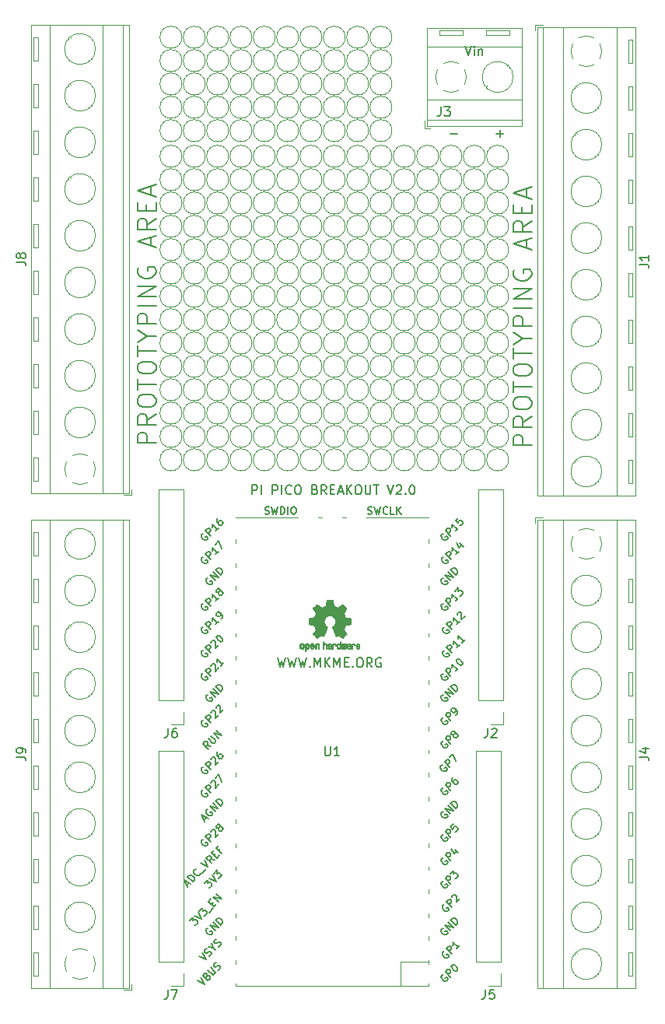
<source format=gbr>
%TF.GenerationSoftware,KiCad,Pcbnew,(5.1.6)-1*%
%TF.CreationDate,2021-02-08T13:30:39-05:00*%
%TF.ProjectId,MKME Pico Breakout,4d4b4d45-2050-4696-936f-20427265616b,rev?*%
%TF.SameCoordinates,Original*%
%TF.FileFunction,Legend,Top*%
%TF.FilePolarity,Positive*%
%FSLAX46Y46*%
G04 Gerber Fmt 4.6, Leading zero omitted, Abs format (unit mm)*
G04 Created by KiCad (PCBNEW (5.1.6)-1) date 2021-02-08 13:30:39*
%MOMM*%
%LPD*%
G01*
G04 APERTURE LIST*
%ADD10C,0.150000*%
%ADD11C,0.010000*%
%ADD12C,0.120000*%
G04 APERTURE END LIST*
D10*
X244490761Y-91120761D02*
X242490761Y-91120761D01*
X242490761Y-90358857D01*
X242586000Y-90168380D01*
X242681238Y-90073142D01*
X242871714Y-89977904D01*
X243157428Y-89977904D01*
X243347904Y-90073142D01*
X243443142Y-90168380D01*
X243538380Y-90358857D01*
X243538380Y-91120761D01*
X244490761Y-87977904D02*
X243538380Y-88644571D01*
X244490761Y-89120761D02*
X242490761Y-89120761D01*
X242490761Y-88358857D01*
X242586000Y-88168380D01*
X242681238Y-88073142D01*
X242871714Y-87977904D01*
X243157428Y-87977904D01*
X243347904Y-88073142D01*
X243443142Y-88168380D01*
X243538380Y-88358857D01*
X243538380Y-89120761D01*
X242490761Y-86739809D02*
X242490761Y-86358857D01*
X242586000Y-86168380D01*
X242776476Y-85977904D01*
X243157428Y-85882666D01*
X243824095Y-85882666D01*
X244205047Y-85977904D01*
X244395523Y-86168380D01*
X244490761Y-86358857D01*
X244490761Y-86739809D01*
X244395523Y-86930285D01*
X244205047Y-87120761D01*
X243824095Y-87216000D01*
X243157428Y-87216000D01*
X242776476Y-87120761D01*
X242586000Y-86930285D01*
X242490761Y-86739809D01*
X242490761Y-85311238D02*
X242490761Y-84168380D01*
X244490761Y-84739809D02*
X242490761Y-84739809D01*
X242490761Y-83120761D02*
X242490761Y-82739809D01*
X242586000Y-82549333D01*
X242776476Y-82358857D01*
X243157428Y-82263619D01*
X243824095Y-82263619D01*
X244205047Y-82358857D01*
X244395523Y-82549333D01*
X244490761Y-82739809D01*
X244490761Y-83120761D01*
X244395523Y-83311238D01*
X244205047Y-83501714D01*
X243824095Y-83596952D01*
X243157428Y-83596952D01*
X242776476Y-83501714D01*
X242586000Y-83311238D01*
X242490761Y-83120761D01*
X242490761Y-81692190D02*
X242490761Y-80549333D01*
X244490761Y-81120761D02*
X242490761Y-81120761D01*
X243538380Y-79501714D02*
X244490761Y-79501714D01*
X242490761Y-80168380D02*
X243538380Y-79501714D01*
X242490761Y-78835047D01*
X244490761Y-78168380D02*
X242490761Y-78168380D01*
X242490761Y-77406476D01*
X242586000Y-77216000D01*
X242681238Y-77120761D01*
X242871714Y-77025523D01*
X243157428Y-77025523D01*
X243347904Y-77120761D01*
X243443142Y-77216000D01*
X243538380Y-77406476D01*
X243538380Y-78168380D01*
X244490761Y-76168380D02*
X242490761Y-76168380D01*
X244490761Y-75216000D02*
X242490761Y-75216000D01*
X244490761Y-74073142D01*
X242490761Y-74073142D01*
X242586000Y-72073142D02*
X242490761Y-72263619D01*
X242490761Y-72549333D01*
X242586000Y-72835047D01*
X242776476Y-73025523D01*
X242966952Y-73120761D01*
X243347904Y-73216000D01*
X243633619Y-73216000D01*
X244014571Y-73120761D01*
X244205047Y-73025523D01*
X244395523Y-72835047D01*
X244490761Y-72549333D01*
X244490761Y-72358857D01*
X244395523Y-72073142D01*
X244300285Y-71977904D01*
X243633619Y-71977904D01*
X243633619Y-72358857D01*
X243919333Y-69692190D02*
X243919333Y-68739809D01*
X244490761Y-69882666D02*
X242490761Y-69216000D01*
X244490761Y-68549333D01*
X244490761Y-66739809D02*
X243538380Y-67406476D01*
X244490761Y-67882666D02*
X242490761Y-67882666D01*
X242490761Y-67120761D01*
X242586000Y-66930285D01*
X242681238Y-66835047D01*
X242871714Y-66739809D01*
X243157428Y-66739809D01*
X243347904Y-66835047D01*
X243443142Y-66930285D01*
X243538380Y-67120761D01*
X243538380Y-67882666D01*
X243443142Y-65882666D02*
X243443142Y-65216000D01*
X244490761Y-64930285D02*
X244490761Y-65882666D01*
X242490761Y-65882666D01*
X242490761Y-64930285D01*
X243919333Y-64168380D02*
X243919333Y-63216000D01*
X244490761Y-64358857D02*
X242490761Y-63692190D01*
X244490761Y-63025523D01*
X203596761Y-90866761D02*
X201596761Y-90866761D01*
X201596761Y-90104857D01*
X201692000Y-89914380D01*
X201787238Y-89819142D01*
X201977714Y-89723904D01*
X202263428Y-89723904D01*
X202453904Y-89819142D01*
X202549142Y-89914380D01*
X202644380Y-90104857D01*
X202644380Y-90866761D01*
X203596761Y-87723904D02*
X202644380Y-88390571D01*
X203596761Y-88866761D02*
X201596761Y-88866761D01*
X201596761Y-88104857D01*
X201692000Y-87914380D01*
X201787238Y-87819142D01*
X201977714Y-87723904D01*
X202263428Y-87723904D01*
X202453904Y-87819142D01*
X202549142Y-87914380D01*
X202644380Y-88104857D01*
X202644380Y-88866761D01*
X201596761Y-86485809D02*
X201596761Y-86104857D01*
X201692000Y-85914380D01*
X201882476Y-85723904D01*
X202263428Y-85628666D01*
X202930095Y-85628666D01*
X203311047Y-85723904D01*
X203501523Y-85914380D01*
X203596761Y-86104857D01*
X203596761Y-86485809D01*
X203501523Y-86676285D01*
X203311047Y-86866761D01*
X202930095Y-86962000D01*
X202263428Y-86962000D01*
X201882476Y-86866761D01*
X201692000Y-86676285D01*
X201596761Y-86485809D01*
X201596761Y-85057238D02*
X201596761Y-83914380D01*
X203596761Y-84485809D02*
X201596761Y-84485809D01*
X201596761Y-82866761D02*
X201596761Y-82485809D01*
X201692000Y-82295333D01*
X201882476Y-82104857D01*
X202263428Y-82009619D01*
X202930095Y-82009619D01*
X203311047Y-82104857D01*
X203501523Y-82295333D01*
X203596761Y-82485809D01*
X203596761Y-82866761D01*
X203501523Y-83057238D01*
X203311047Y-83247714D01*
X202930095Y-83342952D01*
X202263428Y-83342952D01*
X201882476Y-83247714D01*
X201692000Y-83057238D01*
X201596761Y-82866761D01*
X201596761Y-81438190D02*
X201596761Y-80295333D01*
X203596761Y-80866761D02*
X201596761Y-80866761D01*
X202644380Y-79247714D02*
X203596761Y-79247714D01*
X201596761Y-79914380D02*
X202644380Y-79247714D01*
X201596761Y-78581047D01*
X203596761Y-77914380D02*
X201596761Y-77914380D01*
X201596761Y-77152476D01*
X201692000Y-76962000D01*
X201787238Y-76866761D01*
X201977714Y-76771523D01*
X202263428Y-76771523D01*
X202453904Y-76866761D01*
X202549142Y-76962000D01*
X202644380Y-77152476D01*
X202644380Y-77914380D01*
X203596761Y-75914380D02*
X201596761Y-75914380D01*
X203596761Y-74962000D02*
X201596761Y-74962000D01*
X203596761Y-73819142D01*
X201596761Y-73819142D01*
X201692000Y-71819142D02*
X201596761Y-72009619D01*
X201596761Y-72295333D01*
X201692000Y-72581047D01*
X201882476Y-72771523D01*
X202072952Y-72866761D01*
X202453904Y-72962000D01*
X202739619Y-72962000D01*
X203120571Y-72866761D01*
X203311047Y-72771523D01*
X203501523Y-72581047D01*
X203596761Y-72295333D01*
X203596761Y-72104857D01*
X203501523Y-71819142D01*
X203406285Y-71723904D01*
X202739619Y-71723904D01*
X202739619Y-72104857D01*
X203025333Y-69438190D02*
X203025333Y-68485809D01*
X203596761Y-69628666D02*
X201596761Y-68962000D01*
X203596761Y-68295333D01*
X203596761Y-66485809D02*
X202644380Y-67152476D01*
X203596761Y-67628666D02*
X201596761Y-67628666D01*
X201596761Y-66866761D01*
X201692000Y-66676285D01*
X201787238Y-66581047D01*
X201977714Y-66485809D01*
X202263428Y-66485809D01*
X202453904Y-66581047D01*
X202549142Y-66676285D01*
X202644380Y-66866761D01*
X202644380Y-67628666D01*
X202549142Y-65628666D02*
X202549142Y-64962000D01*
X203596761Y-64676285D02*
X203596761Y-65628666D01*
X201596761Y-65628666D01*
X201596761Y-64676285D01*
X203025333Y-63914380D02*
X203025333Y-62962000D01*
X203596761Y-64104857D02*
X201596761Y-63438190D01*
X203596761Y-62771523D01*
X216837333Y-114260380D02*
X217075428Y-115260380D01*
X217265904Y-114546095D01*
X217456380Y-115260380D01*
X217694476Y-114260380D01*
X217980190Y-114260380D02*
X218218285Y-115260380D01*
X218408761Y-114546095D01*
X218599238Y-115260380D01*
X218837333Y-114260380D01*
X219123047Y-114260380D02*
X219361142Y-115260380D01*
X219551619Y-114546095D01*
X219742095Y-115260380D01*
X219980190Y-114260380D01*
X220361142Y-115165142D02*
X220408761Y-115212761D01*
X220361142Y-115260380D01*
X220313523Y-115212761D01*
X220361142Y-115165142D01*
X220361142Y-115260380D01*
X220837333Y-115260380D02*
X220837333Y-114260380D01*
X221170666Y-114974666D01*
X221504000Y-114260380D01*
X221504000Y-115260380D01*
X221980190Y-115260380D02*
X221980190Y-114260380D01*
X222551619Y-115260380D02*
X222123047Y-114688952D01*
X222551619Y-114260380D02*
X221980190Y-114831809D01*
X222980190Y-115260380D02*
X222980190Y-114260380D01*
X223313523Y-114974666D01*
X223646857Y-114260380D01*
X223646857Y-115260380D01*
X224123047Y-114736571D02*
X224456380Y-114736571D01*
X224599238Y-115260380D02*
X224123047Y-115260380D01*
X224123047Y-114260380D01*
X224599238Y-114260380D01*
X225027809Y-115165142D02*
X225075428Y-115212761D01*
X225027809Y-115260380D01*
X224980190Y-115212761D01*
X225027809Y-115165142D01*
X225027809Y-115260380D01*
X225694476Y-114260380D02*
X225884952Y-114260380D01*
X225980190Y-114308000D01*
X226075428Y-114403238D01*
X226123047Y-114593714D01*
X226123047Y-114927047D01*
X226075428Y-115117523D01*
X225980190Y-115212761D01*
X225884952Y-115260380D01*
X225694476Y-115260380D01*
X225599238Y-115212761D01*
X225504000Y-115117523D01*
X225456380Y-114927047D01*
X225456380Y-114593714D01*
X225504000Y-114403238D01*
X225599238Y-114308000D01*
X225694476Y-114260380D01*
X227123047Y-115260380D02*
X226789714Y-114784190D01*
X226551619Y-115260380D02*
X226551619Y-114260380D01*
X226932571Y-114260380D01*
X227027809Y-114308000D01*
X227075428Y-114355619D01*
X227123047Y-114450857D01*
X227123047Y-114593714D01*
X227075428Y-114688952D01*
X227027809Y-114736571D01*
X226932571Y-114784190D01*
X226551619Y-114784190D01*
X228075428Y-114308000D02*
X227980190Y-114260380D01*
X227837333Y-114260380D01*
X227694476Y-114308000D01*
X227599238Y-114403238D01*
X227551619Y-114498476D01*
X227504000Y-114688952D01*
X227504000Y-114831809D01*
X227551619Y-115022285D01*
X227599238Y-115117523D01*
X227694476Y-115212761D01*
X227837333Y-115260380D01*
X227932571Y-115260380D01*
X228075428Y-115212761D01*
X228123047Y-115165142D01*
X228123047Y-114831809D01*
X227932571Y-114831809D01*
X214051714Y-96464380D02*
X214051714Y-95464380D01*
X214432666Y-95464380D01*
X214527904Y-95512000D01*
X214575523Y-95559619D01*
X214623142Y-95654857D01*
X214623142Y-95797714D01*
X214575523Y-95892952D01*
X214527904Y-95940571D01*
X214432666Y-95988190D01*
X214051714Y-95988190D01*
X215051714Y-96464380D02*
X215051714Y-95464380D01*
X216289809Y-96464380D02*
X216289809Y-95464380D01*
X216670761Y-95464380D01*
X216766000Y-95512000D01*
X216813619Y-95559619D01*
X216861238Y-95654857D01*
X216861238Y-95797714D01*
X216813619Y-95892952D01*
X216766000Y-95940571D01*
X216670761Y-95988190D01*
X216289809Y-95988190D01*
X217289809Y-96464380D02*
X217289809Y-95464380D01*
X218337428Y-96369142D02*
X218289809Y-96416761D01*
X218146952Y-96464380D01*
X218051714Y-96464380D01*
X217908857Y-96416761D01*
X217813619Y-96321523D01*
X217766000Y-96226285D01*
X217718380Y-96035809D01*
X217718380Y-95892952D01*
X217766000Y-95702476D01*
X217813619Y-95607238D01*
X217908857Y-95512000D01*
X218051714Y-95464380D01*
X218146952Y-95464380D01*
X218289809Y-95512000D01*
X218337428Y-95559619D01*
X218956476Y-95464380D02*
X219146952Y-95464380D01*
X219242190Y-95512000D01*
X219337428Y-95607238D01*
X219385047Y-95797714D01*
X219385047Y-96131047D01*
X219337428Y-96321523D01*
X219242190Y-96416761D01*
X219146952Y-96464380D01*
X218956476Y-96464380D01*
X218861238Y-96416761D01*
X218766000Y-96321523D01*
X218718380Y-96131047D01*
X218718380Y-95797714D01*
X218766000Y-95607238D01*
X218861238Y-95512000D01*
X218956476Y-95464380D01*
X220908857Y-95940571D02*
X221051714Y-95988190D01*
X221099333Y-96035809D01*
X221146952Y-96131047D01*
X221146952Y-96273904D01*
X221099333Y-96369142D01*
X221051714Y-96416761D01*
X220956476Y-96464380D01*
X220575523Y-96464380D01*
X220575523Y-95464380D01*
X220908857Y-95464380D01*
X221004095Y-95512000D01*
X221051714Y-95559619D01*
X221099333Y-95654857D01*
X221099333Y-95750095D01*
X221051714Y-95845333D01*
X221004095Y-95892952D01*
X220908857Y-95940571D01*
X220575523Y-95940571D01*
X222146952Y-96464380D02*
X221813619Y-95988190D01*
X221575523Y-96464380D02*
X221575523Y-95464380D01*
X221956476Y-95464380D01*
X222051714Y-95512000D01*
X222099333Y-95559619D01*
X222146952Y-95654857D01*
X222146952Y-95797714D01*
X222099333Y-95892952D01*
X222051714Y-95940571D01*
X221956476Y-95988190D01*
X221575523Y-95988190D01*
X222575523Y-95940571D02*
X222908857Y-95940571D01*
X223051714Y-96464380D02*
X222575523Y-96464380D01*
X222575523Y-95464380D01*
X223051714Y-95464380D01*
X223432666Y-96178666D02*
X223908857Y-96178666D01*
X223337428Y-96464380D02*
X223670761Y-95464380D01*
X224004095Y-96464380D01*
X224337428Y-96464380D02*
X224337428Y-95464380D01*
X224908857Y-96464380D02*
X224480285Y-95892952D01*
X224908857Y-95464380D02*
X224337428Y-96035809D01*
X225527904Y-95464380D02*
X225718380Y-95464380D01*
X225813619Y-95512000D01*
X225908857Y-95607238D01*
X225956476Y-95797714D01*
X225956476Y-96131047D01*
X225908857Y-96321523D01*
X225813619Y-96416761D01*
X225718380Y-96464380D01*
X225527904Y-96464380D01*
X225432666Y-96416761D01*
X225337428Y-96321523D01*
X225289809Y-96131047D01*
X225289809Y-95797714D01*
X225337428Y-95607238D01*
X225432666Y-95512000D01*
X225527904Y-95464380D01*
X226385047Y-95464380D02*
X226385047Y-96273904D01*
X226432666Y-96369142D01*
X226480285Y-96416761D01*
X226575523Y-96464380D01*
X226766000Y-96464380D01*
X226861238Y-96416761D01*
X226908857Y-96369142D01*
X226956476Y-96273904D01*
X226956476Y-95464380D01*
X227289809Y-95464380D02*
X227861238Y-95464380D01*
X227575523Y-96464380D02*
X227575523Y-95464380D01*
X228813619Y-95464380D02*
X229146952Y-96464380D01*
X229480285Y-95464380D01*
X229766000Y-95559619D02*
X229813619Y-95512000D01*
X229908857Y-95464380D01*
X230146952Y-95464380D01*
X230242190Y-95512000D01*
X230289809Y-95559619D01*
X230337428Y-95654857D01*
X230337428Y-95750095D01*
X230289809Y-95892952D01*
X229718380Y-96464380D01*
X230337428Y-96464380D01*
X230766000Y-96369142D02*
X230813619Y-96416761D01*
X230766000Y-96464380D01*
X230718380Y-96416761D01*
X230766000Y-96369142D01*
X230766000Y-96464380D01*
X231432666Y-95464380D02*
X231527904Y-95464380D01*
X231623142Y-95512000D01*
X231670761Y-95559619D01*
X231718380Y-95654857D01*
X231766000Y-95845333D01*
X231766000Y-96083428D01*
X231718380Y-96273904D01*
X231670761Y-96369142D01*
X231623142Y-96416761D01*
X231527904Y-96464380D01*
X231432666Y-96464380D01*
X231337428Y-96416761D01*
X231289809Y-96369142D01*
X231242190Y-96273904D01*
X231194571Y-96083428D01*
X231194571Y-95845333D01*
X231242190Y-95654857D01*
X231289809Y-95559619D01*
X231337428Y-95512000D01*
X231432666Y-95464380D01*
X235601238Y-57221428D02*
X236363142Y-57221428D01*
X240648857Y-57221428D02*
X241410761Y-57221428D01*
X241029809Y-57602380D02*
X241029809Y-56840476D01*
X237228190Y-47712380D02*
X237561523Y-48712380D01*
X237894857Y-47712380D01*
X238228190Y-48712380D02*
X238228190Y-48045714D01*
X238228190Y-47712380D02*
X238180571Y-47760000D01*
X238228190Y-47807619D01*
X238275809Y-47760000D01*
X238228190Y-47712380D01*
X238228190Y-47807619D01*
X238704380Y-48045714D02*
X238704380Y-48712380D01*
X238704380Y-48140952D02*
X238752000Y-48093333D01*
X238847238Y-48045714D01*
X238990095Y-48045714D01*
X239085333Y-48093333D01*
X239132952Y-48188571D01*
X239132952Y-48712380D01*
D11*
%TO.C,REF\u002A\u002A*%
G36*
X220103744Y-112663918D02*
G01*
X220159201Y-112691568D01*
X220208148Y-112742480D01*
X220221629Y-112761338D01*
X220236314Y-112786015D01*
X220245842Y-112812816D01*
X220251293Y-112848587D01*
X220253747Y-112900169D01*
X220254286Y-112968267D01*
X220251852Y-113061588D01*
X220243394Y-113131657D01*
X220227174Y-113183931D01*
X220201454Y-113223869D01*
X220164497Y-113256929D01*
X220161782Y-113258886D01*
X220125360Y-113278908D01*
X220081502Y-113288815D01*
X220025724Y-113291257D01*
X219935048Y-113291257D01*
X219935010Y-113379283D01*
X219934166Y-113428308D01*
X219929024Y-113457065D01*
X219915587Y-113474311D01*
X219889858Y-113488808D01*
X219883679Y-113491769D01*
X219854764Y-113505648D01*
X219832376Y-113514414D01*
X219815729Y-113515171D01*
X219804036Y-113505023D01*
X219796510Y-113481073D01*
X219792366Y-113440426D01*
X219790815Y-113380186D01*
X219791071Y-113297455D01*
X219792349Y-113189339D01*
X219792748Y-113157000D01*
X219794185Y-113045524D01*
X219795472Y-112972603D01*
X219934971Y-112972603D01*
X219935755Y-113034499D01*
X219939240Y-113074997D01*
X219947124Y-113101708D01*
X219961105Y-113122244D01*
X219970597Y-113132260D01*
X220009404Y-113161567D01*
X220043763Y-113163952D01*
X220079216Y-113139750D01*
X220080114Y-113138857D01*
X220094539Y-113120153D01*
X220103313Y-113094732D01*
X220107739Y-113055584D01*
X220109118Y-112995697D01*
X220109143Y-112982430D01*
X220105812Y-112899901D01*
X220094969Y-112842691D01*
X220075340Y-112807766D01*
X220045650Y-112792094D01*
X220028491Y-112790514D01*
X219987766Y-112797926D01*
X219959832Y-112822330D01*
X219943017Y-112866980D01*
X219935650Y-112935130D01*
X219934971Y-112972603D01*
X219795472Y-112972603D01*
X219795708Y-112959245D01*
X219797677Y-112894333D01*
X219800450Y-112846958D01*
X219804388Y-112813290D01*
X219809849Y-112789498D01*
X219817192Y-112771753D01*
X219826777Y-112756224D01*
X219830887Y-112750381D01*
X219885405Y-112695185D01*
X219954336Y-112663890D01*
X220034072Y-112655165D01*
X220103744Y-112663918D01*
G37*
X220103744Y-112663918D02*
X220159201Y-112691568D01*
X220208148Y-112742480D01*
X220221629Y-112761338D01*
X220236314Y-112786015D01*
X220245842Y-112812816D01*
X220251293Y-112848587D01*
X220253747Y-112900169D01*
X220254286Y-112968267D01*
X220251852Y-113061588D01*
X220243394Y-113131657D01*
X220227174Y-113183931D01*
X220201454Y-113223869D01*
X220164497Y-113256929D01*
X220161782Y-113258886D01*
X220125360Y-113278908D01*
X220081502Y-113288815D01*
X220025724Y-113291257D01*
X219935048Y-113291257D01*
X219935010Y-113379283D01*
X219934166Y-113428308D01*
X219929024Y-113457065D01*
X219915587Y-113474311D01*
X219889858Y-113488808D01*
X219883679Y-113491769D01*
X219854764Y-113505648D01*
X219832376Y-113514414D01*
X219815729Y-113515171D01*
X219804036Y-113505023D01*
X219796510Y-113481073D01*
X219792366Y-113440426D01*
X219790815Y-113380186D01*
X219791071Y-113297455D01*
X219792349Y-113189339D01*
X219792748Y-113157000D01*
X219794185Y-113045524D01*
X219795472Y-112972603D01*
X219934971Y-112972603D01*
X219935755Y-113034499D01*
X219939240Y-113074997D01*
X219947124Y-113101708D01*
X219961105Y-113122244D01*
X219970597Y-113132260D01*
X220009404Y-113161567D01*
X220043763Y-113163952D01*
X220079216Y-113139750D01*
X220080114Y-113138857D01*
X220094539Y-113120153D01*
X220103313Y-113094732D01*
X220107739Y-113055584D01*
X220109118Y-112995697D01*
X220109143Y-112982430D01*
X220105812Y-112899901D01*
X220094969Y-112842691D01*
X220075340Y-112807766D01*
X220045650Y-112792094D01*
X220028491Y-112790514D01*
X219987766Y-112797926D01*
X219959832Y-112822330D01*
X219943017Y-112866980D01*
X219935650Y-112935130D01*
X219934971Y-112972603D01*
X219795472Y-112972603D01*
X219795708Y-112959245D01*
X219797677Y-112894333D01*
X219800450Y-112846958D01*
X219804388Y-112813290D01*
X219809849Y-112789498D01*
X219817192Y-112771753D01*
X219826777Y-112756224D01*
X219830887Y-112750381D01*
X219885405Y-112695185D01*
X219954336Y-112663890D01*
X220034072Y-112655165D01*
X220103744Y-112663918D01*
G36*
X221220093Y-112671780D02*
G01*
X221266672Y-112698723D01*
X221299057Y-112725466D01*
X221322742Y-112753484D01*
X221339059Y-112787748D01*
X221349339Y-112833227D01*
X221354914Y-112894892D01*
X221357116Y-112977711D01*
X221357371Y-113037246D01*
X221357371Y-113256391D01*
X221295686Y-113284044D01*
X221234000Y-113311697D01*
X221226743Y-113071670D01*
X221223744Y-112982028D01*
X221220598Y-112916962D01*
X221216701Y-112872026D01*
X221211447Y-112842770D01*
X221204231Y-112824748D01*
X221194450Y-112813511D01*
X221191312Y-112811079D01*
X221143761Y-112792083D01*
X221095697Y-112799600D01*
X221067086Y-112819543D01*
X221055447Y-112833675D01*
X221047391Y-112852220D01*
X221042271Y-112880334D01*
X221039441Y-112923173D01*
X221038256Y-112985895D01*
X221038057Y-113051261D01*
X221038018Y-113133268D01*
X221036614Y-113191316D01*
X221031914Y-113230465D01*
X221021987Y-113255780D01*
X221004903Y-113272323D01*
X220978732Y-113285156D01*
X220943775Y-113298491D01*
X220905596Y-113313007D01*
X220910141Y-113055389D01*
X220911971Y-112962519D01*
X220914112Y-112893889D01*
X220917181Y-112844711D01*
X220921794Y-112810198D01*
X220928568Y-112785562D01*
X220938119Y-112766016D01*
X220949634Y-112748770D01*
X221005190Y-112693680D01*
X221072980Y-112661822D01*
X221146713Y-112654191D01*
X221220093Y-112671780D01*
G37*
X221220093Y-112671780D02*
X221266672Y-112698723D01*
X221299057Y-112725466D01*
X221322742Y-112753484D01*
X221339059Y-112787748D01*
X221349339Y-112833227D01*
X221354914Y-112894892D01*
X221357116Y-112977711D01*
X221357371Y-113037246D01*
X221357371Y-113256391D01*
X221295686Y-113284044D01*
X221234000Y-113311697D01*
X221226743Y-113071670D01*
X221223744Y-112982028D01*
X221220598Y-112916962D01*
X221216701Y-112872026D01*
X221211447Y-112842770D01*
X221204231Y-112824748D01*
X221194450Y-112813511D01*
X221191312Y-112811079D01*
X221143761Y-112792083D01*
X221095697Y-112799600D01*
X221067086Y-112819543D01*
X221055447Y-112833675D01*
X221047391Y-112852220D01*
X221042271Y-112880334D01*
X221039441Y-112923173D01*
X221038256Y-112985895D01*
X221038057Y-113051261D01*
X221038018Y-113133268D01*
X221036614Y-113191316D01*
X221031914Y-113230465D01*
X221021987Y-113255780D01*
X221004903Y-113272323D01*
X220978732Y-113285156D01*
X220943775Y-113298491D01*
X220905596Y-113313007D01*
X220910141Y-113055389D01*
X220911971Y-112962519D01*
X220914112Y-112893889D01*
X220917181Y-112844711D01*
X220921794Y-112810198D01*
X220928568Y-112785562D01*
X220938119Y-112766016D01*
X220949634Y-112748770D01*
X221005190Y-112693680D01*
X221072980Y-112661822D01*
X221146713Y-112654191D01*
X221220093Y-112671780D01*
G36*
X219545115Y-112665962D02*
G01*
X219613145Y-112701733D01*
X219663351Y-112759301D01*
X219681185Y-112796312D01*
X219695063Y-112851882D01*
X219702167Y-112922096D01*
X219702840Y-112998727D01*
X219697427Y-113073552D01*
X219686270Y-113138342D01*
X219669714Y-113184873D01*
X219664626Y-113192887D01*
X219604355Y-113252707D01*
X219532769Y-113288535D01*
X219455092Y-113299020D01*
X219376548Y-113282810D01*
X219354689Y-113273092D01*
X219312122Y-113243143D01*
X219274763Y-113203433D01*
X219271232Y-113198397D01*
X219256881Y-113174124D01*
X219247394Y-113148178D01*
X219241790Y-113114022D01*
X219239086Y-113065119D01*
X219238299Y-112994935D01*
X219238286Y-112979200D01*
X219238322Y-112974192D01*
X219383429Y-112974192D01*
X219384273Y-113040430D01*
X219387596Y-113084386D01*
X219394583Y-113112779D01*
X219406416Y-113132325D01*
X219412457Y-113138857D01*
X219447186Y-113163680D01*
X219480903Y-113162548D01*
X219514995Y-113141016D01*
X219535329Y-113118029D01*
X219547371Y-113084478D01*
X219554134Y-113031569D01*
X219554598Y-113025399D01*
X219555752Y-112929513D01*
X219543688Y-112858299D01*
X219518570Y-112812194D01*
X219480560Y-112791635D01*
X219466992Y-112790514D01*
X219431364Y-112796152D01*
X219406994Y-112815686D01*
X219392093Y-112853042D01*
X219384875Y-112912150D01*
X219383429Y-112974192D01*
X219238322Y-112974192D01*
X219238826Y-112904413D01*
X219241096Y-112852159D01*
X219246068Y-112815949D01*
X219254713Y-112789299D01*
X219268005Y-112765722D01*
X219270943Y-112761338D01*
X219320313Y-112702249D01*
X219374109Y-112667947D01*
X219439602Y-112654331D01*
X219461842Y-112653665D01*
X219545115Y-112665962D01*
G37*
X219545115Y-112665962D02*
X219613145Y-112701733D01*
X219663351Y-112759301D01*
X219681185Y-112796312D01*
X219695063Y-112851882D01*
X219702167Y-112922096D01*
X219702840Y-112998727D01*
X219697427Y-113073552D01*
X219686270Y-113138342D01*
X219669714Y-113184873D01*
X219664626Y-113192887D01*
X219604355Y-113252707D01*
X219532769Y-113288535D01*
X219455092Y-113299020D01*
X219376548Y-113282810D01*
X219354689Y-113273092D01*
X219312122Y-113243143D01*
X219274763Y-113203433D01*
X219271232Y-113198397D01*
X219256881Y-113174124D01*
X219247394Y-113148178D01*
X219241790Y-113114022D01*
X219239086Y-113065119D01*
X219238299Y-112994935D01*
X219238286Y-112979200D01*
X219238322Y-112974192D01*
X219383429Y-112974192D01*
X219384273Y-113040430D01*
X219387596Y-113084386D01*
X219394583Y-113112779D01*
X219406416Y-113132325D01*
X219412457Y-113138857D01*
X219447186Y-113163680D01*
X219480903Y-113162548D01*
X219514995Y-113141016D01*
X219535329Y-113118029D01*
X219547371Y-113084478D01*
X219554134Y-113031569D01*
X219554598Y-113025399D01*
X219555752Y-112929513D01*
X219543688Y-112858299D01*
X219518570Y-112812194D01*
X219480560Y-112791635D01*
X219466992Y-112790514D01*
X219431364Y-112796152D01*
X219406994Y-112815686D01*
X219392093Y-112853042D01*
X219384875Y-112912150D01*
X219383429Y-112974192D01*
X219238322Y-112974192D01*
X219238826Y-112904413D01*
X219241096Y-112852159D01*
X219246068Y-112815949D01*
X219254713Y-112789299D01*
X219268005Y-112765722D01*
X219270943Y-112761338D01*
X219320313Y-112702249D01*
X219374109Y-112667947D01*
X219439602Y-112654331D01*
X219461842Y-112653665D01*
X219545115Y-112665962D01*
G36*
X220672303Y-112675239D02*
G01*
X220729527Y-112713735D01*
X220773749Y-112769335D01*
X220800167Y-112840086D01*
X220805510Y-112892162D01*
X220804903Y-112913893D01*
X220799822Y-112930531D01*
X220785855Y-112945437D01*
X220758589Y-112961973D01*
X220713612Y-112983498D01*
X220646511Y-113013374D01*
X220646171Y-113013524D01*
X220584407Y-113041813D01*
X220533759Y-113066933D01*
X220499404Y-113086179D01*
X220486518Y-113096848D01*
X220486514Y-113096934D01*
X220497872Y-113120166D01*
X220524431Y-113145774D01*
X220554923Y-113164221D01*
X220570370Y-113167886D01*
X220612515Y-113155212D01*
X220648808Y-113123471D01*
X220666517Y-113088572D01*
X220683552Y-113062845D01*
X220716922Y-113033546D01*
X220756149Y-113008235D01*
X220790756Y-112994471D01*
X220797993Y-112993714D01*
X220806139Y-113006160D01*
X220806630Y-113037972D01*
X220800643Y-113080866D01*
X220789357Y-113126558D01*
X220773950Y-113166761D01*
X220773171Y-113168322D01*
X220726804Y-113233062D01*
X220666711Y-113277097D01*
X220598465Y-113298711D01*
X220527638Y-113296185D01*
X220459804Y-113267804D01*
X220456788Y-113265808D01*
X220403427Y-113217448D01*
X220368340Y-113154352D01*
X220348922Y-113071387D01*
X220346316Y-113048078D01*
X220341701Y-112938055D01*
X220347233Y-112886748D01*
X220486514Y-112886748D01*
X220488324Y-112918753D01*
X220498222Y-112928093D01*
X220522898Y-112921105D01*
X220561795Y-112904587D01*
X220605275Y-112883881D01*
X220606356Y-112883333D01*
X220643209Y-112863949D01*
X220658000Y-112851013D01*
X220654353Y-112837451D01*
X220638995Y-112819632D01*
X220599923Y-112793845D01*
X220557846Y-112791950D01*
X220520103Y-112810717D01*
X220494034Y-112846915D01*
X220486514Y-112886748D01*
X220347233Y-112886748D01*
X220351194Y-112850027D01*
X220375550Y-112780212D01*
X220409456Y-112731302D01*
X220470653Y-112681878D01*
X220538063Y-112657359D01*
X220606880Y-112655797D01*
X220672303Y-112675239D01*
G37*
X220672303Y-112675239D02*
X220729527Y-112713735D01*
X220773749Y-112769335D01*
X220800167Y-112840086D01*
X220805510Y-112892162D01*
X220804903Y-112913893D01*
X220799822Y-112930531D01*
X220785855Y-112945437D01*
X220758589Y-112961973D01*
X220713612Y-112983498D01*
X220646511Y-113013374D01*
X220646171Y-113013524D01*
X220584407Y-113041813D01*
X220533759Y-113066933D01*
X220499404Y-113086179D01*
X220486518Y-113096848D01*
X220486514Y-113096934D01*
X220497872Y-113120166D01*
X220524431Y-113145774D01*
X220554923Y-113164221D01*
X220570370Y-113167886D01*
X220612515Y-113155212D01*
X220648808Y-113123471D01*
X220666517Y-113088572D01*
X220683552Y-113062845D01*
X220716922Y-113033546D01*
X220756149Y-113008235D01*
X220790756Y-112994471D01*
X220797993Y-112993714D01*
X220806139Y-113006160D01*
X220806630Y-113037972D01*
X220800643Y-113080866D01*
X220789357Y-113126558D01*
X220773950Y-113166761D01*
X220773171Y-113168322D01*
X220726804Y-113233062D01*
X220666711Y-113277097D01*
X220598465Y-113298711D01*
X220527638Y-113296185D01*
X220459804Y-113267804D01*
X220456788Y-113265808D01*
X220403427Y-113217448D01*
X220368340Y-113154352D01*
X220348922Y-113071387D01*
X220346316Y-113048078D01*
X220341701Y-112938055D01*
X220347233Y-112886748D01*
X220486514Y-112886748D01*
X220488324Y-112918753D01*
X220498222Y-112928093D01*
X220522898Y-112921105D01*
X220561795Y-112904587D01*
X220605275Y-112883881D01*
X220606356Y-112883333D01*
X220643209Y-112863949D01*
X220658000Y-112851013D01*
X220654353Y-112837451D01*
X220638995Y-112819632D01*
X220599923Y-112793845D01*
X220557846Y-112791950D01*
X220520103Y-112810717D01*
X220494034Y-112846915D01*
X220486514Y-112886748D01*
X220347233Y-112886748D01*
X220351194Y-112850027D01*
X220375550Y-112780212D01*
X220409456Y-112731302D01*
X220470653Y-112681878D01*
X220538063Y-112657359D01*
X220606880Y-112655797D01*
X220672303Y-112675239D01*
G36*
X221879886Y-112595289D02*
G01*
X221884139Y-112654613D01*
X221889025Y-112689572D01*
X221895795Y-112704820D01*
X221905702Y-112705015D01*
X221908914Y-112703195D01*
X221951644Y-112690015D01*
X222007227Y-112690785D01*
X222063737Y-112704333D01*
X222099082Y-112721861D01*
X222135321Y-112749861D01*
X222161813Y-112781549D01*
X222179999Y-112821813D01*
X222191322Y-112875543D01*
X222197222Y-112947626D01*
X222199143Y-113042951D01*
X222199177Y-113061237D01*
X222199200Y-113266646D01*
X222153491Y-113282580D01*
X222121027Y-113293420D01*
X222103215Y-113298468D01*
X222102691Y-113298514D01*
X222100937Y-113284828D01*
X222099444Y-113247076D01*
X222098326Y-113190224D01*
X222097697Y-113119234D01*
X222097600Y-113076073D01*
X222097398Y-112990973D01*
X222096358Y-112929981D01*
X222093831Y-112888177D01*
X222089164Y-112860642D01*
X222081707Y-112842456D01*
X222070811Y-112828698D01*
X222064007Y-112822073D01*
X222017272Y-112795375D01*
X221966272Y-112793375D01*
X221920001Y-112815955D01*
X221911444Y-112824107D01*
X221898893Y-112839436D01*
X221890188Y-112857618D01*
X221884631Y-112883909D01*
X221881526Y-112923562D01*
X221880176Y-112981832D01*
X221879886Y-113062173D01*
X221879886Y-113266646D01*
X221834177Y-113282580D01*
X221801713Y-113293420D01*
X221783901Y-113298468D01*
X221783377Y-113298514D01*
X221782037Y-113284623D01*
X221780828Y-113245439D01*
X221779801Y-113184700D01*
X221779002Y-113106141D01*
X221778481Y-113013498D01*
X221778286Y-112910509D01*
X221778286Y-112513342D01*
X221825457Y-112493444D01*
X221872629Y-112473547D01*
X221879886Y-112595289D01*
G37*
X221879886Y-112595289D02*
X221884139Y-112654613D01*
X221889025Y-112689572D01*
X221895795Y-112704820D01*
X221905702Y-112705015D01*
X221908914Y-112703195D01*
X221951644Y-112690015D01*
X222007227Y-112690785D01*
X222063737Y-112704333D01*
X222099082Y-112721861D01*
X222135321Y-112749861D01*
X222161813Y-112781549D01*
X222179999Y-112821813D01*
X222191322Y-112875543D01*
X222197222Y-112947626D01*
X222199143Y-113042951D01*
X222199177Y-113061237D01*
X222199200Y-113266646D01*
X222153491Y-113282580D01*
X222121027Y-113293420D01*
X222103215Y-113298468D01*
X222102691Y-113298514D01*
X222100937Y-113284828D01*
X222099444Y-113247076D01*
X222098326Y-113190224D01*
X222097697Y-113119234D01*
X222097600Y-113076073D01*
X222097398Y-112990973D01*
X222096358Y-112929981D01*
X222093831Y-112888177D01*
X222089164Y-112860642D01*
X222081707Y-112842456D01*
X222070811Y-112828698D01*
X222064007Y-112822073D01*
X222017272Y-112795375D01*
X221966272Y-112793375D01*
X221920001Y-112815955D01*
X221911444Y-112824107D01*
X221898893Y-112839436D01*
X221890188Y-112857618D01*
X221884631Y-112883909D01*
X221881526Y-112923562D01*
X221880176Y-112981832D01*
X221879886Y-113062173D01*
X221879886Y-113266646D01*
X221834177Y-113282580D01*
X221801713Y-113293420D01*
X221783901Y-113298468D01*
X221783377Y-113298514D01*
X221782037Y-113284623D01*
X221780828Y-113245439D01*
X221779801Y-113184700D01*
X221779002Y-113106141D01*
X221778481Y-113013498D01*
X221778286Y-112910509D01*
X221778286Y-112513342D01*
X221825457Y-112493444D01*
X221872629Y-112473547D01*
X221879886Y-112595289D01*
G36*
X222543744Y-112694968D02*
G01*
X222600616Y-112716087D01*
X222601267Y-112716493D01*
X222636440Y-112742380D01*
X222662407Y-112772633D01*
X222680670Y-112812058D01*
X222692732Y-112865462D01*
X222700096Y-112937651D01*
X222704264Y-113033432D01*
X222704629Y-113047078D01*
X222709876Y-113252842D01*
X222665716Y-113275678D01*
X222633763Y-113291110D01*
X222614470Y-113298423D01*
X222613578Y-113298514D01*
X222610239Y-113285022D01*
X222607587Y-113248626D01*
X222605956Y-113195452D01*
X222605600Y-113152393D01*
X222605592Y-113082641D01*
X222602403Y-113038837D01*
X222591288Y-113017944D01*
X222567501Y-113016925D01*
X222526296Y-113032741D01*
X222464086Y-113061815D01*
X222418341Y-113085963D01*
X222394813Y-113106913D01*
X222387896Y-113129747D01*
X222387886Y-113130877D01*
X222399299Y-113170212D01*
X222433092Y-113191462D01*
X222484809Y-113194539D01*
X222522061Y-113194006D01*
X222541703Y-113204735D01*
X222553952Y-113230505D01*
X222561002Y-113263337D01*
X222550842Y-113281966D01*
X222547017Y-113284632D01*
X222511001Y-113295340D01*
X222460566Y-113296856D01*
X222408626Y-113289759D01*
X222371822Y-113276788D01*
X222320938Y-113233585D01*
X222292014Y-113173446D01*
X222286286Y-113126462D01*
X222290657Y-113084082D01*
X222306475Y-113049488D01*
X222337797Y-113018763D01*
X222388678Y-112987990D01*
X222463176Y-112953252D01*
X222467714Y-112951288D01*
X222534821Y-112920287D01*
X222576232Y-112894862D01*
X222593981Y-112872014D01*
X222590107Y-112848745D01*
X222566643Y-112822056D01*
X222559627Y-112815914D01*
X222512630Y-112792100D01*
X222463933Y-112793103D01*
X222421522Y-112816451D01*
X222393384Y-112859675D01*
X222390769Y-112868160D01*
X222365308Y-112909308D01*
X222333001Y-112929128D01*
X222286286Y-112948770D01*
X222286286Y-112897950D01*
X222300496Y-112824082D01*
X222342675Y-112756327D01*
X222364624Y-112733661D01*
X222414517Y-112704569D01*
X222477967Y-112691400D01*
X222543744Y-112694968D01*
G37*
X222543744Y-112694968D02*
X222600616Y-112716087D01*
X222601267Y-112716493D01*
X222636440Y-112742380D01*
X222662407Y-112772633D01*
X222680670Y-112812058D01*
X222692732Y-112865462D01*
X222700096Y-112937651D01*
X222704264Y-113033432D01*
X222704629Y-113047078D01*
X222709876Y-113252842D01*
X222665716Y-113275678D01*
X222633763Y-113291110D01*
X222614470Y-113298423D01*
X222613578Y-113298514D01*
X222610239Y-113285022D01*
X222607587Y-113248626D01*
X222605956Y-113195452D01*
X222605600Y-113152393D01*
X222605592Y-113082641D01*
X222602403Y-113038837D01*
X222591288Y-113017944D01*
X222567501Y-113016925D01*
X222526296Y-113032741D01*
X222464086Y-113061815D01*
X222418341Y-113085963D01*
X222394813Y-113106913D01*
X222387896Y-113129747D01*
X222387886Y-113130877D01*
X222399299Y-113170212D01*
X222433092Y-113191462D01*
X222484809Y-113194539D01*
X222522061Y-113194006D01*
X222541703Y-113204735D01*
X222553952Y-113230505D01*
X222561002Y-113263337D01*
X222550842Y-113281966D01*
X222547017Y-113284632D01*
X222511001Y-113295340D01*
X222460566Y-113296856D01*
X222408626Y-113289759D01*
X222371822Y-113276788D01*
X222320938Y-113233585D01*
X222292014Y-113173446D01*
X222286286Y-113126462D01*
X222290657Y-113084082D01*
X222306475Y-113049488D01*
X222337797Y-113018763D01*
X222388678Y-112987990D01*
X222463176Y-112953252D01*
X222467714Y-112951288D01*
X222534821Y-112920287D01*
X222576232Y-112894862D01*
X222593981Y-112872014D01*
X222590107Y-112848745D01*
X222566643Y-112822056D01*
X222559627Y-112815914D01*
X222512630Y-112792100D01*
X222463933Y-112793103D01*
X222421522Y-112816451D01*
X222393384Y-112859675D01*
X222390769Y-112868160D01*
X222365308Y-112909308D01*
X222333001Y-112929128D01*
X222286286Y-112948770D01*
X222286286Y-112897950D01*
X222300496Y-112824082D01*
X222342675Y-112756327D01*
X222364624Y-112733661D01*
X222414517Y-112704569D01*
X222477967Y-112691400D01*
X222543744Y-112694968D01*
G36*
X223033926Y-112693755D02*
G01*
X223099858Y-112718084D01*
X223153273Y-112761117D01*
X223174164Y-112791409D01*
X223196939Y-112846994D01*
X223196466Y-112887186D01*
X223172562Y-112914217D01*
X223163717Y-112918813D01*
X223125530Y-112933144D01*
X223106028Y-112929472D01*
X223099422Y-112905407D01*
X223099086Y-112892114D01*
X223086992Y-112843210D01*
X223055471Y-112808999D01*
X223011659Y-112792476D01*
X222962695Y-112796634D01*
X222922894Y-112818227D01*
X222909450Y-112830544D01*
X222899921Y-112845487D01*
X222893485Y-112868075D01*
X222889317Y-112903328D01*
X222886597Y-112956266D01*
X222884502Y-113031907D01*
X222883960Y-113055857D01*
X222881981Y-113137790D01*
X222879731Y-113195455D01*
X222876357Y-113233608D01*
X222871006Y-113257004D01*
X222862824Y-113270398D01*
X222850959Y-113278545D01*
X222843362Y-113282144D01*
X222811102Y-113294452D01*
X222792111Y-113298514D01*
X222785836Y-113284948D01*
X222782006Y-113243934D01*
X222780600Y-113174999D01*
X222781598Y-113077669D01*
X222781908Y-113062657D01*
X222784101Y-112973859D01*
X222786693Y-112909019D01*
X222790382Y-112863067D01*
X222795864Y-112830935D01*
X222803835Y-112807553D01*
X222814993Y-112787852D01*
X222820830Y-112779410D01*
X222854296Y-112742057D01*
X222891727Y-112713003D01*
X222896309Y-112710467D01*
X222963426Y-112690443D01*
X223033926Y-112693755D01*
G37*
X223033926Y-112693755D02*
X223099858Y-112718084D01*
X223153273Y-112761117D01*
X223174164Y-112791409D01*
X223196939Y-112846994D01*
X223196466Y-112887186D01*
X223172562Y-112914217D01*
X223163717Y-112918813D01*
X223125530Y-112933144D01*
X223106028Y-112929472D01*
X223099422Y-112905407D01*
X223099086Y-112892114D01*
X223086992Y-112843210D01*
X223055471Y-112808999D01*
X223011659Y-112792476D01*
X222962695Y-112796634D01*
X222922894Y-112818227D01*
X222909450Y-112830544D01*
X222899921Y-112845487D01*
X222893485Y-112868075D01*
X222889317Y-112903328D01*
X222886597Y-112956266D01*
X222884502Y-113031907D01*
X222883960Y-113055857D01*
X222881981Y-113137790D01*
X222879731Y-113195455D01*
X222876357Y-113233608D01*
X222871006Y-113257004D01*
X222862824Y-113270398D01*
X222850959Y-113278545D01*
X222843362Y-113282144D01*
X222811102Y-113294452D01*
X222792111Y-113298514D01*
X222785836Y-113284948D01*
X222782006Y-113243934D01*
X222780600Y-113174999D01*
X222781598Y-113077669D01*
X222781908Y-113062657D01*
X222784101Y-112973859D01*
X222786693Y-112909019D01*
X222790382Y-112863067D01*
X222795864Y-112830935D01*
X222803835Y-112807553D01*
X222814993Y-112787852D01*
X222820830Y-112779410D01*
X222854296Y-112742057D01*
X222891727Y-112713003D01*
X222896309Y-112710467D01*
X222963426Y-112690443D01*
X223033926Y-112693755D01*
G36*
X223694117Y-112809358D02*
G01*
X223693933Y-112917837D01*
X223693219Y-113001287D01*
X223691675Y-113063704D01*
X223689001Y-113109085D01*
X223684894Y-113141429D01*
X223679055Y-113164733D01*
X223671182Y-113182995D01*
X223665221Y-113193418D01*
X223615855Y-113249945D01*
X223553264Y-113285377D01*
X223484013Y-113298090D01*
X223414668Y-113286463D01*
X223373375Y-113265568D01*
X223330025Y-113229422D01*
X223300481Y-113185276D01*
X223282655Y-113127462D01*
X223274463Y-113050313D01*
X223273302Y-112993714D01*
X223273458Y-112989647D01*
X223374857Y-112989647D01*
X223375476Y-113054550D01*
X223378314Y-113097514D01*
X223384840Y-113125622D01*
X223396523Y-113145953D01*
X223410483Y-113161288D01*
X223457365Y-113190890D01*
X223507701Y-113193419D01*
X223555276Y-113168705D01*
X223558979Y-113165356D01*
X223574783Y-113147935D01*
X223584693Y-113127209D01*
X223590058Y-113096362D01*
X223592228Y-113048577D01*
X223592571Y-112995748D01*
X223591827Y-112929381D01*
X223588748Y-112885106D01*
X223582061Y-112856009D01*
X223570496Y-112835173D01*
X223561013Y-112824107D01*
X223516960Y-112796198D01*
X223466224Y-112792843D01*
X223417796Y-112814159D01*
X223408450Y-112822073D01*
X223392540Y-112839647D01*
X223382610Y-112860587D01*
X223377278Y-112891782D01*
X223375163Y-112940122D01*
X223374857Y-112989647D01*
X223273458Y-112989647D01*
X223276810Y-112902568D01*
X223288726Y-112834086D01*
X223311135Y-112782600D01*
X223346124Y-112742443D01*
X223373375Y-112721861D01*
X223422907Y-112699625D01*
X223480316Y-112689304D01*
X223533682Y-112692067D01*
X223563543Y-112703212D01*
X223575261Y-112706383D01*
X223583037Y-112694557D01*
X223588465Y-112662866D01*
X223592571Y-112614593D01*
X223597067Y-112560829D01*
X223603313Y-112528482D01*
X223614676Y-112509985D01*
X223634528Y-112497770D01*
X223647000Y-112492362D01*
X223694171Y-112472601D01*
X223694117Y-112809358D01*
G37*
X223694117Y-112809358D02*
X223693933Y-112917837D01*
X223693219Y-113001287D01*
X223691675Y-113063704D01*
X223689001Y-113109085D01*
X223684894Y-113141429D01*
X223679055Y-113164733D01*
X223671182Y-113182995D01*
X223665221Y-113193418D01*
X223615855Y-113249945D01*
X223553264Y-113285377D01*
X223484013Y-113298090D01*
X223414668Y-113286463D01*
X223373375Y-113265568D01*
X223330025Y-113229422D01*
X223300481Y-113185276D01*
X223282655Y-113127462D01*
X223274463Y-113050313D01*
X223273302Y-112993714D01*
X223273458Y-112989647D01*
X223374857Y-112989647D01*
X223375476Y-113054550D01*
X223378314Y-113097514D01*
X223384840Y-113125622D01*
X223396523Y-113145953D01*
X223410483Y-113161288D01*
X223457365Y-113190890D01*
X223507701Y-113193419D01*
X223555276Y-113168705D01*
X223558979Y-113165356D01*
X223574783Y-113147935D01*
X223584693Y-113127209D01*
X223590058Y-113096362D01*
X223592228Y-113048577D01*
X223592571Y-112995748D01*
X223591827Y-112929381D01*
X223588748Y-112885106D01*
X223582061Y-112856009D01*
X223570496Y-112835173D01*
X223561013Y-112824107D01*
X223516960Y-112796198D01*
X223466224Y-112792843D01*
X223417796Y-112814159D01*
X223408450Y-112822073D01*
X223392540Y-112839647D01*
X223382610Y-112860587D01*
X223377278Y-112891782D01*
X223375163Y-112940122D01*
X223374857Y-112989647D01*
X223273458Y-112989647D01*
X223276810Y-112902568D01*
X223288726Y-112834086D01*
X223311135Y-112782600D01*
X223346124Y-112742443D01*
X223373375Y-112721861D01*
X223422907Y-112699625D01*
X223480316Y-112689304D01*
X223533682Y-112692067D01*
X223563543Y-112703212D01*
X223575261Y-112706383D01*
X223583037Y-112694557D01*
X223588465Y-112662866D01*
X223592571Y-112614593D01*
X223597067Y-112560829D01*
X223603313Y-112528482D01*
X223614676Y-112509985D01*
X223634528Y-112497770D01*
X223647000Y-112492362D01*
X223694171Y-112472601D01*
X223694117Y-112809358D01*
G36*
X224283833Y-112702663D02*
G01*
X224286048Y-112740850D01*
X224287784Y-112798886D01*
X224288899Y-112872180D01*
X224289257Y-112949055D01*
X224289257Y-113209196D01*
X224243326Y-113255127D01*
X224211675Y-113283429D01*
X224183890Y-113294893D01*
X224145915Y-113294168D01*
X224130840Y-113292321D01*
X224083726Y-113286948D01*
X224044756Y-113283869D01*
X224035257Y-113283585D01*
X224003233Y-113285445D01*
X223957432Y-113290114D01*
X223939674Y-113292321D01*
X223896057Y-113295735D01*
X223866745Y-113288320D01*
X223837680Y-113265427D01*
X223827188Y-113255127D01*
X223781257Y-113209196D01*
X223781257Y-112722602D01*
X223818226Y-112705758D01*
X223850059Y-112693282D01*
X223868683Y-112688914D01*
X223873458Y-112702718D01*
X223877921Y-112741286D01*
X223881775Y-112800356D01*
X223884722Y-112875663D01*
X223886143Y-112939286D01*
X223890114Y-113189657D01*
X223924759Y-113194556D01*
X223956268Y-113191131D01*
X223971708Y-113180041D01*
X223976023Y-113159308D01*
X223979708Y-113115145D01*
X223982469Y-113053146D01*
X223984012Y-112978909D01*
X223984235Y-112940706D01*
X223984457Y-112720783D01*
X224030166Y-112704849D01*
X224062518Y-112694015D01*
X224080115Y-112688962D01*
X224080623Y-112688914D01*
X224082388Y-112702648D01*
X224084329Y-112740730D01*
X224086282Y-112798482D01*
X224088084Y-112871227D01*
X224089343Y-112939286D01*
X224093314Y-113189657D01*
X224180400Y-113189657D01*
X224184396Y-112961240D01*
X224188392Y-112732822D01*
X224230847Y-112710868D01*
X224262192Y-112695793D01*
X224280744Y-112688951D01*
X224281279Y-112688914D01*
X224283833Y-112702663D01*
G37*
X224283833Y-112702663D02*
X224286048Y-112740850D01*
X224287784Y-112798886D01*
X224288899Y-112872180D01*
X224289257Y-112949055D01*
X224289257Y-113209196D01*
X224243326Y-113255127D01*
X224211675Y-113283429D01*
X224183890Y-113294893D01*
X224145915Y-113294168D01*
X224130840Y-113292321D01*
X224083726Y-113286948D01*
X224044756Y-113283869D01*
X224035257Y-113283585D01*
X224003233Y-113285445D01*
X223957432Y-113290114D01*
X223939674Y-113292321D01*
X223896057Y-113295735D01*
X223866745Y-113288320D01*
X223837680Y-113265427D01*
X223827188Y-113255127D01*
X223781257Y-113209196D01*
X223781257Y-112722602D01*
X223818226Y-112705758D01*
X223850059Y-112693282D01*
X223868683Y-112688914D01*
X223873458Y-112702718D01*
X223877921Y-112741286D01*
X223881775Y-112800356D01*
X223884722Y-112875663D01*
X223886143Y-112939286D01*
X223890114Y-113189657D01*
X223924759Y-113194556D01*
X223956268Y-113191131D01*
X223971708Y-113180041D01*
X223976023Y-113159308D01*
X223979708Y-113115145D01*
X223982469Y-113053146D01*
X223984012Y-112978909D01*
X223984235Y-112940706D01*
X223984457Y-112720783D01*
X224030166Y-112704849D01*
X224062518Y-112694015D01*
X224080115Y-112688962D01*
X224080623Y-112688914D01*
X224082388Y-112702648D01*
X224084329Y-112740730D01*
X224086282Y-112798482D01*
X224088084Y-112871227D01*
X224089343Y-112939286D01*
X224093314Y-113189657D01*
X224180400Y-113189657D01*
X224184396Y-112961240D01*
X224188392Y-112732822D01*
X224230847Y-112710868D01*
X224262192Y-112695793D01*
X224280744Y-112688951D01*
X224281279Y-112688914D01*
X224283833Y-112702663D01*
G36*
X224648876Y-112700335D02*
G01*
X224690667Y-112719344D01*
X224723469Y-112742378D01*
X224747503Y-112768133D01*
X224764097Y-112801358D01*
X224774577Y-112846800D01*
X224780271Y-112909207D01*
X224782507Y-112993327D01*
X224782743Y-113048721D01*
X224782743Y-113264826D01*
X224745774Y-113281670D01*
X224716656Y-113293981D01*
X224702231Y-113298514D01*
X224699472Y-113285025D01*
X224697282Y-113248653D01*
X224695942Y-113195542D01*
X224695657Y-113153372D01*
X224694434Y-113092447D01*
X224691136Y-113044115D01*
X224686321Y-113014518D01*
X224682496Y-113008229D01*
X224656783Y-113014652D01*
X224616418Y-113031125D01*
X224569679Y-113053458D01*
X224524845Y-113077457D01*
X224490193Y-113098930D01*
X224474002Y-113113685D01*
X224473938Y-113113845D01*
X224475330Y-113141152D01*
X224487818Y-113167219D01*
X224509743Y-113188392D01*
X224541743Y-113195474D01*
X224569092Y-113194649D01*
X224607826Y-113194042D01*
X224628158Y-113203116D01*
X224640369Y-113227092D01*
X224641909Y-113231613D01*
X224647203Y-113265806D01*
X224633047Y-113286568D01*
X224596148Y-113296462D01*
X224556289Y-113298292D01*
X224484562Y-113284727D01*
X224447432Y-113265355D01*
X224401576Y-113219845D01*
X224377256Y-113163983D01*
X224375073Y-113104957D01*
X224395629Y-113049953D01*
X224426549Y-113015486D01*
X224457420Y-112996189D01*
X224505942Y-112971759D01*
X224562485Y-112946985D01*
X224571910Y-112943199D01*
X224634019Y-112915791D01*
X224669822Y-112891634D01*
X224681337Y-112867619D01*
X224670580Y-112840635D01*
X224652114Y-112819543D01*
X224608469Y-112793572D01*
X224560446Y-112791624D01*
X224516406Y-112811637D01*
X224484709Y-112851551D01*
X224480549Y-112861848D01*
X224456327Y-112899724D01*
X224420965Y-112927842D01*
X224376343Y-112950917D01*
X224376343Y-112885485D01*
X224378969Y-112845506D01*
X224390230Y-112813997D01*
X224415199Y-112780378D01*
X224439169Y-112754484D01*
X224476441Y-112717817D01*
X224505401Y-112698121D01*
X224536505Y-112690220D01*
X224571713Y-112688914D01*
X224648876Y-112700335D01*
G37*
X224648876Y-112700335D02*
X224690667Y-112719344D01*
X224723469Y-112742378D01*
X224747503Y-112768133D01*
X224764097Y-112801358D01*
X224774577Y-112846800D01*
X224780271Y-112909207D01*
X224782507Y-112993327D01*
X224782743Y-113048721D01*
X224782743Y-113264826D01*
X224745774Y-113281670D01*
X224716656Y-113293981D01*
X224702231Y-113298514D01*
X224699472Y-113285025D01*
X224697282Y-113248653D01*
X224695942Y-113195542D01*
X224695657Y-113153372D01*
X224694434Y-113092447D01*
X224691136Y-113044115D01*
X224686321Y-113014518D01*
X224682496Y-113008229D01*
X224656783Y-113014652D01*
X224616418Y-113031125D01*
X224569679Y-113053458D01*
X224524845Y-113077457D01*
X224490193Y-113098930D01*
X224474002Y-113113685D01*
X224473938Y-113113845D01*
X224475330Y-113141152D01*
X224487818Y-113167219D01*
X224509743Y-113188392D01*
X224541743Y-113195474D01*
X224569092Y-113194649D01*
X224607826Y-113194042D01*
X224628158Y-113203116D01*
X224640369Y-113227092D01*
X224641909Y-113231613D01*
X224647203Y-113265806D01*
X224633047Y-113286568D01*
X224596148Y-113296462D01*
X224556289Y-113298292D01*
X224484562Y-113284727D01*
X224447432Y-113265355D01*
X224401576Y-113219845D01*
X224377256Y-113163983D01*
X224375073Y-113104957D01*
X224395629Y-113049953D01*
X224426549Y-113015486D01*
X224457420Y-112996189D01*
X224505942Y-112971759D01*
X224562485Y-112946985D01*
X224571910Y-112943199D01*
X224634019Y-112915791D01*
X224669822Y-112891634D01*
X224681337Y-112867619D01*
X224670580Y-112840635D01*
X224652114Y-112819543D01*
X224608469Y-112793572D01*
X224560446Y-112791624D01*
X224516406Y-112811637D01*
X224484709Y-112851551D01*
X224480549Y-112861848D01*
X224456327Y-112899724D01*
X224420965Y-112927842D01*
X224376343Y-112950917D01*
X224376343Y-112885485D01*
X224378969Y-112845506D01*
X224390230Y-112813997D01*
X224415199Y-112780378D01*
X224439169Y-112754484D01*
X224476441Y-112717817D01*
X224505401Y-112698121D01*
X224536505Y-112690220D01*
X224571713Y-112688914D01*
X224648876Y-112700335D01*
G36*
X225156600Y-112702752D02*
G01*
X225173948Y-112710334D01*
X225215356Y-112743128D01*
X225250765Y-112790547D01*
X225272664Y-112841151D01*
X225276229Y-112866098D01*
X225264279Y-112900927D01*
X225238067Y-112919357D01*
X225209964Y-112930516D01*
X225197095Y-112932572D01*
X225190829Y-112917649D01*
X225178456Y-112885175D01*
X225173028Y-112870502D01*
X225142590Y-112819744D01*
X225098520Y-112794427D01*
X225042010Y-112795206D01*
X225037825Y-112796203D01*
X225007655Y-112810507D01*
X224985476Y-112838393D01*
X224970327Y-112883287D01*
X224961250Y-112948615D01*
X224957286Y-113037804D01*
X224956914Y-113085261D01*
X224956730Y-113160071D01*
X224955522Y-113211069D01*
X224952309Y-113243471D01*
X224946109Y-113262495D01*
X224935940Y-113273356D01*
X224920819Y-113281272D01*
X224919946Y-113281670D01*
X224890828Y-113293981D01*
X224876403Y-113298514D01*
X224874186Y-113284809D01*
X224872289Y-113246925D01*
X224870847Y-113189715D01*
X224869998Y-113118027D01*
X224869829Y-113065565D01*
X224870692Y-112964047D01*
X224874070Y-112887032D01*
X224881142Y-112830023D01*
X224893088Y-112788526D01*
X224911090Y-112758043D01*
X224936327Y-112734080D01*
X224961247Y-112717355D01*
X225021171Y-112695097D01*
X225090911Y-112690076D01*
X225156600Y-112702752D01*
G37*
X225156600Y-112702752D02*
X225173948Y-112710334D01*
X225215356Y-112743128D01*
X225250765Y-112790547D01*
X225272664Y-112841151D01*
X225276229Y-112866098D01*
X225264279Y-112900927D01*
X225238067Y-112919357D01*
X225209964Y-112930516D01*
X225197095Y-112932572D01*
X225190829Y-112917649D01*
X225178456Y-112885175D01*
X225173028Y-112870502D01*
X225142590Y-112819744D01*
X225098520Y-112794427D01*
X225042010Y-112795206D01*
X225037825Y-112796203D01*
X225007655Y-112810507D01*
X224985476Y-112838393D01*
X224970327Y-112883287D01*
X224961250Y-112948615D01*
X224957286Y-113037804D01*
X224956914Y-113085261D01*
X224956730Y-113160071D01*
X224955522Y-113211069D01*
X224952309Y-113243471D01*
X224946109Y-113262495D01*
X224935940Y-113273356D01*
X224920819Y-113281272D01*
X224919946Y-113281670D01*
X224890828Y-113293981D01*
X224876403Y-113298514D01*
X224874186Y-113284809D01*
X224872289Y-113246925D01*
X224870847Y-113189715D01*
X224869998Y-113118027D01*
X224869829Y-113065565D01*
X224870692Y-112964047D01*
X224874070Y-112887032D01*
X224881142Y-112830023D01*
X224893088Y-112788526D01*
X224911090Y-112758043D01*
X224936327Y-112734080D01*
X224961247Y-112717355D01*
X225021171Y-112695097D01*
X225090911Y-112690076D01*
X225156600Y-112702752D01*
G36*
X225657595Y-112710966D02*
G01*
X225715021Y-112748497D01*
X225742719Y-112782096D01*
X225764662Y-112843064D01*
X225766405Y-112891308D01*
X225762457Y-112955816D01*
X225613686Y-113020934D01*
X225541349Y-113054202D01*
X225494084Y-113080964D01*
X225469507Y-113104144D01*
X225465237Y-113126667D01*
X225478889Y-113151455D01*
X225493943Y-113167886D01*
X225537746Y-113194235D01*
X225585389Y-113196081D01*
X225629145Y-113175546D01*
X225661289Y-113134752D01*
X225667038Y-113120347D01*
X225694576Y-113075356D01*
X225726258Y-113056182D01*
X225769714Y-113039779D01*
X225769714Y-113101966D01*
X225765872Y-113144283D01*
X225750823Y-113179969D01*
X225719280Y-113220943D01*
X225714592Y-113226267D01*
X225679506Y-113262720D01*
X225649347Y-113282283D01*
X225611615Y-113291283D01*
X225580335Y-113294230D01*
X225524385Y-113294965D01*
X225484555Y-113285660D01*
X225459708Y-113271846D01*
X225420656Y-113241467D01*
X225393625Y-113208613D01*
X225376517Y-113167294D01*
X225367238Y-113111521D01*
X225363693Y-113035305D01*
X225363410Y-112996622D01*
X225364372Y-112950247D01*
X225452007Y-112950247D01*
X225453023Y-112975126D01*
X225455556Y-112979200D01*
X225472274Y-112973665D01*
X225508249Y-112959017D01*
X225556331Y-112938190D01*
X225566386Y-112933714D01*
X225627152Y-112902814D01*
X225660632Y-112875657D01*
X225667990Y-112850220D01*
X225650391Y-112824481D01*
X225635856Y-112813109D01*
X225583410Y-112790364D01*
X225534322Y-112794122D01*
X225493227Y-112821884D01*
X225464758Y-112871152D01*
X225455631Y-112910257D01*
X225452007Y-112950247D01*
X225364372Y-112950247D01*
X225365285Y-112906249D01*
X225372196Y-112839384D01*
X225385884Y-112790695D01*
X225408096Y-112754849D01*
X225440574Y-112726513D01*
X225454733Y-112717355D01*
X225519053Y-112693507D01*
X225589473Y-112692006D01*
X225657595Y-112710966D01*
G37*
X225657595Y-112710966D02*
X225715021Y-112748497D01*
X225742719Y-112782096D01*
X225764662Y-112843064D01*
X225766405Y-112891308D01*
X225762457Y-112955816D01*
X225613686Y-113020934D01*
X225541349Y-113054202D01*
X225494084Y-113080964D01*
X225469507Y-113104144D01*
X225465237Y-113126667D01*
X225478889Y-113151455D01*
X225493943Y-113167886D01*
X225537746Y-113194235D01*
X225585389Y-113196081D01*
X225629145Y-113175546D01*
X225661289Y-113134752D01*
X225667038Y-113120347D01*
X225694576Y-113075356D01*
X225726258Y-113056182D01*
X225769714Y-113039779D01*
X225769714Y-113101966D01*
X225765872Y-113144283D01*
X225750823Y-113179969D01*
X225719280Y-113220943D01*
X225714592Y-113226267D01*
X225679506Y-113262720D01*
X225649347Y-113282283D01*
X225611615Y-113291283D01*
X225580335Y-113294230D01*
X225524385Y-113294965D01*
X225484555Y-113285660D01*
X225459708Y-113271846D01*
X225420656Y-113241467D01*
X225393625Y-113208613D01*
X225376517Y-113167294D01*
X225367238Y-113111521D01*
X225363693Y-113035305D01*
X225363410Y-112996622D01*
X225364372Y-112950247D01*
X225452007Y-112950247D01*
X225453023Y-112975126D01*
X225455556Y-112979200D01*
X225472274Y-112973665D01*
X225508249Y-112959017D01*
X225556331Y-112938190D01*
X225566386Y-112933714D01*
X225627152Y-112902814D01*
X225660632Y-112875657D01*
X225667990Y-112850220D01*
X225650391Y-112824481D01*
X225635856Y-112813109D01*
X225583410Y-112790364D01*
X225534322Y-112794122D01*
X225493227Y-112821884D01*
X225464758Y-112871152D01*
X225455631Y-112910257D01*
X225452007Y-112950247D01*
X225364372Y-112950247D01*
X225365285Y-112906249D01*
X225372196Y-112839384D01*
X225385884Y-112790695D01*
X225408096Y-112754849D01*
X225440574Y-112726513D01*
X225454733Y-112717355D01*
X225519053Y-112693507D01*
X225589473Y-112692006D01*
X225657595Y-112710966D01*
G36*
X222607910Y-107986348D02*
G01*
X222686454Y-107986778D01*
X222743298Y-107987942D01*
X222782105Y-107990207D01*
X222806538Y-107993940D01*
X222820262Y-107999506D01*
X222826940Y-108007273D01*
X222830236Y-108017605D01*
X222830556Y-108018943D01*
X222835562Y-108043079D01*
X222844829Y-108090701D01*
X222857392Y-108156741D01*
X222872287Y-108236128D01*
X222888551Y-108323796D01*
X222889119Y-108326875D01*
X222905410Y-108412789D01*
X222920652Y-108488696D01*
X222933861Y-108550045D01*
X222944054Y-108592282D01*
X222950248Y-108610855D01*
X222950543Y-108611184D01*
X222968788Y-108620253D01*
X223006405Y-108635367D01*
X223055271Y-108653262D01*
X223055543Y-108653358D01*
X223117093Y-108676493D01*
X223189657Y-108705965D01*
X223258057Y-108735597D01*
X223261294Y-108737062D01*
X223372702Y-108787626D01*
X223619399Y-108619160D01*
X223695077Y-108567803D01*
X223763631Y-108521889D01*
X223821088Y-108484030D01*
X223863476Y-108456837D01*
X223886825Y-108442921D01*
X223889042Y-108441889D01*
X223906010Y-108446484D01*
X223937701Y-108468655D01*
X223985352Y-108509447D01*
X224050198Y-108569905D01*
X224116397Y-108634227D01*
X224180214Y-108697612D01*
X224237329Y-108755451D01*
X224284305Y-108804175D01*
X224317703Y-108840210D01*
X224334085Y-108859984D01*
X224334694Y-108861002D01*
X224336505Y-108874572D01*
X224329683Y-108896733D01*
X224312540Y-108930478D01*
X224283393Y-108978800D01*
X224240555Y-109044692D01*
X224183448Y-109129517D01*
X224132766Y-109204177D01*
X224087461Y-109271140D01*
X224050150Y-109326516D01*
X224023452Y-109366420D01*
X224009985Y-109386962D01*
X224009137Y-109388356D01*
X224010781Y-109408038D01*
X224023245Y-109446293D01*
X224044048Y-109495889D01*
X224051462Y-109511728D01*
X224083814Y-109582290D01*
X224118328Y-109662353D01*
X224146365Y-109731629D01*
X224166568Y-109783045D01*
X224182615Y-109822119D01*
X224191888Y-109842541D01*
X224193041Y-109844114D01*
X224210096Y-109846721D01*
X224250298Y-109853863D01*
X224308302Y-109864523D01*
X224378763Y-109877685D01*
X224456335Y-109892333D01*
X224535672Y-109907449D01*
X224611431Y-109922018D01*
X224678264Y-109935022D01*
X224730828Y-109945445D01*
X224763776Y-109952270D01*
X224771857Y-109954199D01*
X224780205Y-109958962D01*
X224786506Y-109969718D01*
X224791045Y-109990098D01*
X224794104Y-110023734D01*
X224795967Y-110074255D01*
X224796918Y-110145292D01*
X224797240Y-110240476D01*
X224797257Y-110279492D01*
X224797257Y-110596799D01*
X224721057Y-110611839D01*
X224678663Y-110619995D01*
X224615400Y-110631899D01*
X224538962Y-110646116D01*
X224457043Y-110661210D01*
X224434400Y-110665355D01*
X224358806Y-110680053D01*
X224292953Y-110694505D01*
X224242366Y-110707375D01*
X224212574Y-110717322D01*
X224207612Y-110720287D01*
X224195426Y-110741283D01*
X224177953Y-110781967D01*
X224158577Y-110834322D01*
X224154734Y-110845600D01*
X224129339Y-110915523D01*
X224097817Y-110994418D01*
X224066969Y-111065266D01*
X224066817Y-111065595D01*
X224015447Y-111176733D01*
X224184399Y-111425253D01*
X224353352Y-111673772D01*
X224136429Y-111891058D01*
X224070819Y-111955726D01*
X224010979Y-112012733D01*
X223960267Y-112059033D01*
X223922046Y-112091584D01*
X223899675Y-112107343D01*
X223896466Y-112108343D01*
X223877626Y-112100469D01*
X223839180Y-112078578D01*
X223785330Y-112045267D01*
X223720276Y-112003131D01*
X223649940Y-111955943D01*
X223578555Y-111907810D01*
X223514908Y-111865928D01*
X223463041Y-111832871D01*
X223426995Y-111811218D01*
X223410867Y-111803543D01*
X223391189Y-111810037D01*
X223353875Y-111827150D01*
X223306621Y-111851326D01*
X223301612Y-111854013D01*
X223237977Y-111885927D01*
X223194341Y-111901579D01*
X223167202Y-111901745D01*
X223153057Y-111887204D01*
X223152975Y-111887000D01*
X223145905Y-111869779D01*
X223129042Y-111828899D01*
X223103695Y-111767525D01*
X223071171Y-111688819D01*
X223032778Y-111595947D01*
X222989822Y-111492072D01*
X222948222Y-111391502D01*
X222902504Y-111280516D01*
X222860526Y-111177703D01*
X222823548Y-111086215D01*
X222792827Y-111009201D01*
X222769622Y-110949815D01*
X222755190Y-110911209D01*
X222750743Y-110896800D01*
X222761896Y-110880272D01*
X222791069Y-110853930D01*
X222829971Y-110824887D01*
X222940757Y-110733039D01*
X223027351Y-110627759D01*
X223088716Y-110511266D01*
X223123815Y-110385776D01*
X223131608Y-110253507D01*
X223125943Y-110192457D01*
X223095078Y-110065795D01*
X223041920Y-109953941D01*
X222969767Y-109858001D01*
X222881917Y-109779076D01*
X222781665Y-109718270D01*
X222672310Y-109676687D01*
X222557147Y-109655428D01*
X222439475Y-109655599D01*
X222322590Y-109678301D01*
X222209789Y-109724638D01*
X222104369Y-109795713D01*
X222060368Y-109835911D01*
X221975979Y-109939129D01*
X221917222Y-110051925D01*
X221883704Y-110171010D01*
X221875035Y-110293095D01*
X221890823Y-110414893D01*
X221930678Y-110533116D01*
X221994207Y-110644475D01*
X222081021Y-110745684D01*
X222178029Y-110824887D01*
X222218437Y-110855162D01*
X222246982Y-110881219D01*
X222257257Y-110896825D01*
X222251877Y-110913843D01*
X222236575Y-110954500D01*
X222212612Y-111015642D01*
X222181244Y-111094119D01*
X222143732Y-111186780D01*
X222101333Y-111290472D01*
X222059663Y-111391526D01*
X222013690Y-111502607D01*
X221971107Y-111605541D01*
X221933221Y-111697165D01*
X221901340Y-111774316D01*
X221876771Y-111833831D01*
X221860820Y-111872544D01*
X221854910Y-111887000D01*
X221840948Y-111901685D01*
X221813940Y-111901642D01*
X221770413Y-111886099D01*
X221706890Y-111854284D01*
X221706388Y-111854013D01*
X221658560Y-111829323D01*
X221619897Y-111811338D01*
X221598095Y-111803614D01*
X221597133Y-111803543D01*
X221580721Y-111811378D01*
X221544487Y-111833165D01*
X221492474Y-111866328D01*
X221428725Y-111908291D01*
X221358060Y-111955943D01*
X221286116Y-112004191D01*
X221221274Y-112046151D01*
X221167735Y-112079227D01*
X221129697Y-112100821D01*
X221111533Y-112108343D01*
X221094808Y-112098457D01*
X221061180Y-112070826D01*
X221014010Y-112028495D01*
X220956658Y-111974505D01*
X220892484Y-111911899D01*
X220871497Y-111890983D01*
X220654499Y-111673623D01*
X220819668Y-111431220D01*
X220869864Y-111356781D01*
X220913919Y-111289972D01*
X220949362Y-111234665D01*
X220973719Y-111194729D01*
X220984522Y-111174036D01*
X220984838Y-111172563D01*
X220979143Y-111153058D01*
X220963826Y-111113822D01*
X220941537Y-111061430D01*
X220925893Y-111026355D01*
X220896641Y-110959201D01*
X220869094Y-110891358D01*
X220847737Y-110834034D01*
X220841935Y-110816572D01*
X220825452Y-110769938D01*
X220809340Y-110733905D01*
X220800490Y-110720287D01*
X220780960Y-110711952D01*
X220738334Y-110700137D01*
X220678145Y-110686181D01*
X220605922Y-110671422D01*
X220573600Y-110665355D01*
X220491522Y-110650273D01*
X220412795Y-110635669D01*
X220345109Y-110622980D01*
X220296160Y-110613642D01*
X220286943Y-110611839D01*
X220210743Y-110596799D01*
X220210743Y-110279492D01*
X220210914Y-110175154D01*
X220211616Y-110096213D01*
X220213134Y-110039038D01*
X220215749Y-109999999D01*
X220219746Y-109975465D01*
X220225409Y-109961805D01*
X220233020Y-109955389D01*
X220236143Y-109954199D01*
X220254978Y-109949980D01*
X220296588Y-109941562D01*
X220355630Y-109929961D01*
X220426757Y-109916195D01*
X220504625Y-109901280D01*
X220583887Y-109886232D01*
X220659198Y-109872069D01*
X220725213Y-109859806D01*
X220776587Y-109850461D01*
X220807975Y-109845050D01*
X220814959Y-109844114D01*
X220821285Y-109831596D01*
X220835290Y-109798246D01*
X220854355Y-109750377D01*
X220861634Y-109731629D01*
X220890996Y-109659195D01*
X220925571Y-109579170D01*
X220956537Y-109511728D01*
X220979323Y-109460159D01*
X220994482Y-109417785D01*
X220999542Y-109391834D01*
X220998736Y-109388356D01*
X220988041Y-109371936D01*
X220963620Y-109335417D01*
X220928095Y-109282687D01*
X220884087Y-109217635D01*
X220834217Y-109144151D01*
X220824356Y-109129645D01*
X220766492Y-109043704D01*
X220723956Y-108978261D01*
X220695054Y-108930304D01*
X220678090Y-108896820D01*
X220671367Y-108874795D01*
X220673190Y-108861217D01*
X220673236Y-108861131D01*
X220687586Y-108843297D01*
X220719323Y-108808817D01*
X220765010Y-108761268D01*
X220821204Y-108704222D01*
X220884468Y-108641255D01*
X220891602Y-108634227D01*
X220971330Y-108557020D01*
X221032857Y-108500330D01*
X221077421Y-108463110D01*
X221106257Y-108444315D01*
X221118958Y-108441889D01*
X221137494Y-108452471D01*
X221175961Y-108476916D01*
X221230386Y-108512612D01*
X221296798Y-108556947D01*
X221371225Y-108607311D01*
X221388601Y-108619160D01*
X221635297Y-108787626D01*
X221746706Y-108737062D01*
X221814457Y-108707595D01*
X221887183Y-108677959D01*
X221949703Y-108654330D01*
X221952457Y-108653358D01*
X222001360Y-108635457D01*
X222039057Y-108620320D01*
X222057425Y-108611210D01*
X222057456Y-108611184D01*
X222063285Y-108594717D01*
X222073192Y-108554219D01*
X222086195Y-108494242D01*
X222101309Y-108419340D01*
X222117552Y-108334064D01*
X222118881Y-108326875D01*
X222135175Y-108239014D01*
X222150133Y-108159260D01*
X222162791Y-108092681D01*
X222172186Y-108044347D01*
X222177354Y-108019325D01*
X222177444Y-108018943D01*
X222180589Y-108008299D01*
X222186704Y-108000262D01*
X222199453Y-107994467D01*
X222222500Y-107990547D01*
X222259509Y-107988135D01*
X222314144Y-107986865D01*
X222390067Y-107986371D01*
X222490944Y-107986286D01*
X222504000Y-107986286D01*
X222607910Y-107986348D01*
G37*
X222607910Y-107986348D02*
X222686454Y-107986778D01*
X222743298Y-107987942D01*
X222782105Y-107990207D01*
X222806538Y-107993940D01*
X222820262Y-107999506D01*
X222826940Y-108007273D01*
X222830236Y-108017605D01*
X222830556Y-108018943D01*
X222835562Y-108043079D01*
X222844829Y-108090701D01*
X222857392Y-108156741D01*
X222872287Y-108236128D01*
X222888551Y-108323796D01*
X222889119Y-108326875D01*
X222905410Y-108412789D01*
X222920652Y-108488696D01*
X222933861Y-108550045D01*
X222944054Y-108592282D01*
X222950248Y-108610855D01*
X222950543Y-108611184D01*
X222968788Y-108620253D01*
X223006405Y-108635367D01*
X223055271Y-108653262D01*
X223055543Y-108653358D01*
X223117093Y-108676493D01*
X223189657Y-108705965D01*
X223258057Y-108735597D01*
X223261294Y-108737062D01*
X223372702Y-108787626D01*
X223619399Y-108619160D01*
X223695077Y-108567803D01*
X223763631Y-108521889D01*
X223821088Y-108484030D01*
X223863476Y-108456837D01*
X223886825Y-108442921D01*
X223889042Y-108441889D01*
X223906010Y-108446484D01*
X223937701Y-108468655D01*
X223985352Y-108509447D01*
X224050198Y-108569905D01*
X224116397Y-108634227D01*
X224180214Y-108697612D01*
X224237329Y-108755451D01*
X224284305Y-108804175D01*
X224317703Y-108840210D01*
X224334085Y-108859984D01*
X224334694Y-108861002D01*
X224336505Y-108874572D01*
X224329683Y-108896733D01*
X224312540Y-108930478D01*
X224283393Y-108978800D01*
X224240555Y-109044692D01*
X224183448Y-109129517D01*
X224132766Y-109204177D01*
X224087461Y-109271140D01*
X224050150Y-109326516D01*
X224023452Y-109366420D01*
X224009985Y-109386962D01*
X224009137Y-109388356D01*
X224010781Y-109408038D01*
X224023245Y-109446293D01*
X224044048Y-109495889D01*
X224051462Y-109511728D01*
X224083814Y-109582290D01*
X224118328Y-109662353D01*
X224146365Y-109731629D01*
X224166568Y-109783045D01*
X224182615Y-109822119D01*
X224191888Y-109842541D01*
X224193041Y-109844114D01*
X224210096Y-109846721D01*
X224250298Y-109853863D01*
X224308302Y-109864523D01*
X224378763Y-109877685D01*
X224456335Y-109892333D01*
X224535672Y-109907449D01*
X224611431Y-109922018D01*
X224678264Y-109935022D01*
X224730828Y-109945445D01*
X224763776Y-109952270D01*
X224771857Y-109954199D01*
X224780205Y-109958962D01*
X224786506Y-109969718D01*
X224791045Y-109990098D01*
X224794104Y-110023734D01*
X224795967Y-110074255D01*
X224796918Y-110145292D01*
X224797240Y-110240476D01*
X224797257Y-110279492D01*
X224797257Y-110596799D01*
X224721057Y-110611839D01*
X224678663Y-110619995D01*
X224615400Y-110631899D01*
X224538962Y-110646116D01*
X224457043Y-110661210D01*
X224434400Y-110665355D01*
X224358806Y-110680053D01*
X224292953Y-110694505D01*
X224242366Y-110707375D01*
X224212574Y-110717322D01*
X224207612Y-110720287D01*
X224195426Y-110741283D01*
X224177953Y-110781967D01*
X224158577Y-110834322D01*
X224154734Y-110845600D01*
X224129339Y-110915523D01*
X224097817Y-110994418D01*
X224066969Y-111065266D01*
X224066817Y-111065595D01*
X224015447Y-111176733D01*
X224184399Y-111425253D01*
X224353352Y-111673772D01*
X224136429Y-111891058D01*
X224070819Y-111955726D01*
X224010979Y-112012733D01*
X223960267Y-112059033D01*
X223922046Y-112091584D01*
X223899675Y-112107343D01*
X223896466Y-112108343D01*
X223877626Y-112100469D01*
X223839180Y-112078578D01*
X223785330Y-112045267D01*
X223720276Y-112003131D01*
X223649940Y-111955943D01*
X223578555Y-111907810D01*
X223514908Y-111865928D01*
X223463041Y-111832871D01*
X223426995Y-111811218D01*
X223410867Y-111803543D01*
X223391189Y-111810037D01*
X223353875Y-111827150D01*
X223306621Y-111851326D01*
X223301612Y-111854013D01*
X223237977Y-111885927D01*
X223194341Y-111901579D01*
X223167202Y-111901745D01*
X223153057Y-111887204D01*
X223152975Y-111887000D01*
X223145905Y-111869779D01*
X223129042Y-111828899D01*
X223103695Y-111767525D01*
X223071171Y-111688819D01*
X223032778Y-111595947D01*
X222989822Y-111492072D01*
X222948222Y-111391502D01*
X222902504Y-111280516D01*
X222860526Y-111177703D01*
X222823548Y-111086215D01*
X222792827Y-111009201D01*
X222769622Y-110949815D01*
X222755190Y-110911209D01*
X222750743Y-110896800D01*
X222761896Y-110880272D01*
X222791069Y-110853930D01*
X222829971Y-110824887D01*
X222940757Y-110733039D01*
X223027351Y-110627759D01*
X223088716Y-110511266D01*
X223123815Y-110385776D01*
X223131608Y-110253507D01*
X223125943Y-110192457D01*
X223095078Y-110065795D01*
X223041920Y-109953941D01*
X222969767Y-109858001D01*
X222881917Y-109779076D01*
X222781665Y-109718270D01*
X222672310Y-109676687D01*
X222557147Y-109655428D01*
X222439475Y-109655599D01*
X222322590Y-109678301D01*
X222209789Y-109724638D01*
X222104369Y-109795713D01*
X222060368Y-109835911D01*
X221975979Y-109939129D01*
X221917222Y-110051925D01*
X221883704Y-110171010D01*
X221875035Y-110293095D01*
X221890823Y-110414893D01*
X221930678Y-110533116D01*
X221994207Y-110644475D01*
X222081021Y-110745684D01*
X222178029Y-110824887D01*
X222218437Y-110855162D01*
X222246982Y-110881219D01*
X222257257Y-110896825D01*
X222251877Y-110913843D01*
X222236575Y-110954500D01*
X222212612Y-111015642D01*
X222181244Y-111094119D01*
X222143732Y-111186780D01*
X222101333Y-111290472D01*
X222059663Y-111391526D01*
X222013690Y-111502607D01*
X221971107Y-111605541D01*
X221933221Y-111697165D01*
X221901340Y-111774316D01*
X221876771Y-111833831D01*
X221860820Y-111872544D01*
X221854910Y-111887000D01*
X221840948Y-111901685D01*
X221813940Y-111901642D01*
X221770413Y-111886099D01*
X221706890Y-111854284D01*
X221706388Y-111854013D01*
X221658560Y-111829323D01*
X221619897Y-111811338D01*
X221598095Y-111803614D01*
X221597133Y-111803543D01*
X221580721Y-111811378D01*
X221544487Y-111833165D01*
X221492474Y-111866328D01*
X221428725Y-111908291D01*
X221358060Y-111955943D01*
X221286116Y-112004191D01*
X221221274Y-112046151D01*
X221167735Y-112079227D01*
X221129697Y-112100821D01*
X221111533Y-112108343D01*
X221094808Y-112098457D01*
X221061180Y-112070826D01*
X221014010Y-112028495D01*
X220956658Y-111974505D01*
X220892484Y-111911899D01*
X220871497Y-111890983D01*
X220654499Y-111673623D01*
X220819668Y-111431220D01*
X220869864Y-111356781D01*
X220913919Y-111289972D01*
X220949362Y-111234665D01*
X220973719Y-111194729D01*
X220984522Y-111174036D01*
X220984838Y-111172563D01*
X220979143Y-111153058D01*
X220963826Y-111113822D01*
X220941537Y-111061430D01*
X220925893Y-111026355D01*
X220896641Y-110959201D01*
X220869094Y-110891358D01*
X220847737Y-110834034D01*
X220841935Y-110816572D01*
X220825452Y-110769938D01*
X220809340Y-110733905D01*
X220800490Y-110720287D01*
X220780960Y-110711952D01*
X220738334Y-110700137D01*
X220678145Y-110686181D01*
X220605922Y-110671422D01*
X220573600Y-110665355D01*
X220491522Y-110650273D01*
X220412795Y-110635669D01*
X220345109Y-110622980D01*
X220296160Y-110613642D01*
X220286943Y-110611839D01*
X220210743Y-110596799D01*
X220210743Y-110279492D01*
X220210914Y-110175154D01*
X220211616Y-110096213D01*
X220213134Y-110039038D01*
X220215749Y-109999999D01*
X220219746Y-109975465D01*
X220225409Y-109961805D01*
X220233020Y-109955389D01*
X220236143Y-109954199D01*
X220254978Y-109949980D01*
X220296588Y-109941562D01*
X220355630Y-109929961D01*
X220426757Y-109916195D01*
X220504625Y-109901280D01*
X220583887Y-109886232D01*
X220659198Y-109872069D01*
X220725213Y-109859806D01*
X220776587Y-109850461D01*
X220807975Y-109845050D01*
X220814959Y-109844114D01*
X220821285Y-109831596D01*
X220835290Y-109798246D01*
X220854355Y-109750377D01*
X220861634Y-109731629D01*
X220890996Y-109659195D01*
X220925571Y-109579170D01*
X220956537Y-109511728D01*
X220979323Y-109460159D01*
X220994482Y-109417785D01*
X220999542Y-109391834D01*
X220998736Y-109388356D01*
X220988041Y-109371936D01*
X220963620Y-109335417D01*
X220928095Y-109282687D01*
X220884087Y-109217635D01*
X220834217Y-109144151D01*
X220824356Y-109129645D01*
X220766492Y-109043704D01*
X220723956Y-108978261D01*
X220695054Y-108930304D01*
X220678090Y-108896820D01*
X220671367Y-108874795D01*
X220673190Y-108861217D01*
X220673236Y-108861131D01*
X220687586Y-108843297D01*
X220719323Y-108808817D01*
X220765010Y-108761268D01*
X220821204Y-108704222D01*
X220884468Y-108641255D01*
X220891602Y-108634227D01*
X220971330Y-108557020D01*
X221032857Y-108500330D01*
X221077421Y-108463110D01*
X221106257Y-108444315D01*
X221118958Y-108441889D01*
X221137494Y-108452471D01*
X221175961Y-108476916D01*
X221230386Y-108512612D01*
X221296798Y-108556947D01*
X221371225Y-108607311D01*
X221388601Y-108619160D01*
X221635297Y-108787626D01*
X221746706Y-108737062D01*
X221814457Y-108707595D01*
X221887183Y-108677959D01*
X221949703Y-108654330D01*
X221952457Y-108653358D01*
X222001360Y-108635457D01*
X222039057Y-108620320D01*
X222057425Y-108611210D01*
X222057456Y-108611184D01*
X222063285Y-108594717D01*
X222073192Y-108554219D01*
X222086195Y-108494242D01*
X222101309Y-108419340D01*
X222117552Y-108334064D01*
X222118881Y-108326875D01*
X222135175Y-108239014D01*
X222150133Y-108159260D01*
X222162791Y-108092681D01*
X222172186Y-108044347D01*
X222177354Y-108019325D01*
X222177444Y-108018943D01*
X222180589Y-108008299D01*
X222186704Y-108000262D01*
X222199453Y-107994467D01*
X222222500Y-107990547D01*
X222259509Y-107988135D01*
X222314144Y-107986865D01*
X222390067Y-107986371D01*
X222490944Y-107986286D01*
X222504000Y-107986286D01*
X222607910Y-107986348D01*
D12*
%TO.C, *%
X229292000Y-56896000D02*
G75*
G03*
X229292000Y-56896000I-1200000J0D01*
G01*
X226752000Y-56896000D02*
G75*
G03*
X226752000Y-56896000I-1200000J0D01*
G01*
X224212000Y-56896000D02*
G75*
G03*
X224212000Y-56896000I-1200000J0D01*
G01*
X221672000Y-56896000D02*
G75*
G03*
X221672000Y-56896000I-1200000J0D01*
G01*
X219132000Y-56896000D02*
G75*
G03*
X219132000Y-56896000I-1200000J0D01*
G01*
X216592000Y-56896000D02*
G75*
G03*
X216592000Y-56896000I-1200000J0D01*
G01*
X214052000Y-56896000D02*
G75*
G03*
X214052000Y-56896000I-1200000J0D01*
G01*
X211512000Y-56896000D02*
G75*
G03*
X211512000Y-56896000I-1200000J0D01*
G01*
X208972000Y-56896000D02*
G75*
G03*
X208972000Y-56896000I-1200000J0D01*
G01*
X206432000Y-56896000D02*
G75*
G03*
X206432000Y-56896000I-1200000J0D01*
G01*
X229292000Y-54356000D02*
G75*
G03*
X229292000Y-54356000I-1200000J0D01*
G01*
X226752000Y-54356000D02*
G75*
G03*
X226752000Y-54356000I-1200000J0D01*
G01*
X224212000Y-54356000D02*
G75*
G03*
X224212000Y-54356000I-1200000J0D01*
G01*
X221672000Y-54356000D02*
G75*
G03*
X221672000Y-54356000I-1200000J0D01*
G01*
X219132000Y-54356000D02*
G75*
G03*
X219132000Y-54356000I-1200000J0D01*
G01*
X216592000Y-54356000D02*
G75*
G03*
X216592000Y-54356000I-1200000J0D01*
G01*
X214052000Y-54356000D02*
G75*
G03*
X214052000Y-54356000I-1200000J0D01*
G01*
X211512000Y-54356000D02*
G75*
G03*
X211512000Y-54356000I-1200000J0D01*
G01*
X208972000Y-54356000D02*
G75*
G03*
X208972000Y-54356000I-1200000J0D01*
G01*
X206432000Y-54356000D02*
G75*
G03*
X206432000Y-54356000I-1200000J0D01*
G01*
X229292000Y-51816000D02*
G75*
G03*
X229292000Y-51816000I-1200000J0D01*
G01*
X226752000Y-51816000D02*
G75*
G03*
X226752000Y-51816000I-1200000J0D01*
G01*
X224212000Y-51816000D02*
G75*
G03*
X224212000Y-51816000I-1200000J0D01*
G01*
X221672000Y-51816000D02*
G75*
G03*
X221672000Y-51816000I-1200000J0D01*
G01*
X219132000Y-51816000D02*
G75*
G03*
X219132000Y-51816000I-1200000J0D01*
G01*
X216592000Y-51816000D02*
G75*
G03*
X216592000Y-51816000I-1200000J0D01*
G01*
X214052000Y-51816000D02*
G75*
G03*
X214052000Y-51816000I-1200000J0D01*
G01*
X211512000Y-51816000D02*
G75*
G03*
X211512000Y-51816000I-1200000J0D01*
G01*
X208972000Y-51816000D02*
G75*
G03*
X208972000Y-51816000I-1200000J0D01*
G01*
X206432000Y-51816000D02*
G75*
G03*
X206432000Y-51816000I-1200000J0D01*
G01*
X229292000Y-49276000D02*
G75*
G03*
X229292000Y-49276000I-1200000J0D01*
G01*
X226752000Y-49276000D02*
G75*
G03*
X226752000Y-49276000I-1200000J0D01*
G01*
X224212000Y-49276000D02*
G75*
G03*
X224212000Y-49276000I-1200000J0D01*
G01*
X221672000Y-49276000D02*
G75*
G03*
X221672000Y-49276000I-1200000J0D01*
G01*
X219132000Y-49276000D02*
G75*
G03*
X219132000Y-49276000I-1200000J0D01*
G01*
X216592000Y-49276000D02*
G75*
G03*
X216592000Y-49276000I-1200000J0D01*
G01*
X214052000Y-49276000D02*
G75*
G03*
X214052000Y-49276000I-1200000J0D01*
G01*
X211512000Y-49276000D02*
G75*
G03*
X211512000Y-49276000I-1200000J0D01*
G01*
X208972000Y-49276000D02*
G75*
G03*
X208972000Y-49276000I-1200000J0D01*
G01*
X206432000Y-49276000D02*
G75*
G03*
X206432000Y-49276000I-1200000J0D01*
G01*
X229292000Y-46736000D02*
G75*
G03*
X229292000Y-46736000I-1200000J0D01*
G01*
X226752000Y-46736000D02*
G75*
G03*
X226752000Y-46736000I-1200000J0D01*
G01*
X224212000Y-46736000D02*
G75*
G03*
X224212000Y-46736000I-1200000J0D01*
G01*
X221672000Y-46736000D02*
G75*
G03*
X221672000Y-46736000I-1200000J0D01*
G01*
X219132000Y-46736000D02*
G75*
G03*
X219132000Y-46736000I-1200000J0D01*
G01*
X216592000Y-46736000D02*
G75*
G03*
X216592000Y-46736000I-1200000J0D01*
G01*
X214052000Y-46736000D02*
G75*
G03*
X214052000Y-46736000I-1200000J0D01*
G01*
X211512000Y-46736000D02*
G75*
G03*
X211512000Y-46736000I-1200000J0D01*
G01*
X208972000Y-46736000D02*
G75*
G03*
X208972000Y-46736000I-1200000J0D01*
G01*
X206432000Y-46736000D02*
G75*
G03*
X206432000Y-46736000I-1200000J0D01*
G01*
X241992000Y-92710000D02*
G75*
G03*
X241992000Y-92710000I-1200000J0D01*
G01*
X239452000Y-92710000D02*
G75*
G03*
X239452000Y-92710000I-1200000J0D01*
G01*
X236912000Y-92710000D02*
G75*
G03*
X236912000Y-92710000I-1200000J0D01*
G01*
X234372000Y-92710000D02*
G75*
G03*
X234372000Y-92710000I-1200000J0D01*
G01*
X231832000Y-92710000D02*
G75*
G03*
X231832000Y-92710000I-1200000J0D01*
G01*
X229292000Y-92710000D02*
G75*
G03*
X229292000Y-92710000I-1200000J0D01*
G01*
X226752000Y-92710000D02*
G75*
G03*
X226752000Y-92710000I-1200000J0D01*
G01*
X224212000Y-92710000D02*
G75*
G03*
X224212000Y-92710000I-1200000J0D01*
G01*
X221672000Y-92710000D02*
G75*
G03*
X221672000Y-92710000I-1200000J0D01*
G01*
X219132000Y-92710000D02*
G75*
G03*
X219132000Y-92710000I-1200000J0D01*
G01*
X216592000Y-92710000D02*
G75*
G03*
X216592000Y-92710000I-1200000J0D01*
G01*
X214052000Y-92710000D02*
G75*
G03*
X214052000Y-92710000I-1200000J0D01*
G01*
X211512000Y-92710000D02*
G75*
G03*
X211512000Y-92710000I-1200000J0D01*
G01*
X208972000Y-92710000D02*
G75*
G03*
X208972000Y-92710000I-1200000J0D01*
G01*
X206432000Y-92710000D02*
G75*
G03*
X206432000Y-92710000I-1200000J0D01*
G01*
X241992000Y-90170000D02*
G75*
G03*
X241992000Y-90170000I-1200000J0D01*
G01*
X239452000Y-90170000D02*
G75*
G03*
X239452000Y-90170000I-1200000J0D01*
G01*
X236912000Y-90170000D02*
G75*
G03*
X236912000Y-90170000I-1200000J0D01*
G01*
X234372000Y-90170000D02*
G75*
G03*
X234372000Y-90170000I-1200000J0D01*
G01*
X231832000Y-90170000D02*
G75*
G03*
X231832000Y-90170000I-1200000J0D01*
G01*
X229292000Y-90170000D02*
G75*
G03*
X229292000Y-90170000I-1200000J0D01*
G01*
X226752000Y-90170000D02*
G75*
G03*
X226752000Y-90170000I-1200000J0D01*
G01*
X224212000Y-90170000D02*
G75*
G03*
X224212000Y-90170000I-1200000J0D01*
G01*
X221672000Y-90170000D02*
G75*
G03*
X221672000Y-90170000I-1200000J0D01*
G01*
X219132000Y-90170000D02*
G75*
G03*
X219132000Y-90170000I-1200000J0D01*
G01*
X216592000Y-90170000D02*
G75*
G03*
X216592000Y-90170000I-1200000J0D01*
G01*
X214052000Y-90170000D02*
G75*
G03*
X214052000Y-90170000I-1200000J0D01*
G01*
X211512000Y-90170000D02*
G75*
G03*
X211512000Y-90170000I-1200000J0D01*
G01*
X208972000Y-90170000D02*
G75*
G03*
X208972000Y-90170000I-1200000J0D01*
G01*
X206432000Y-90170000D02*
G75*
G03*
X206432000Y-90170000I-1200000J0D01*
G01*
X241992000Y-87630000D02*
G75*
G03*
X241992000Y-87630000I-1200000J0D01*
G01*
X239452000Y-87630000D02*
G75*
G03*
X239452000Y-87630000I-1200000J0D01*
G01*
X236912000Y-87630000D02*
G75*
G03*
X236912000Y-87630000I-1200000J0D01*
G01*
X234372000Y-87630000D02*
G75*
G03*
X234372000Y-87630000I-1200000J0D01*
G01*
X231832000Y-87630000D02*
G75*
G03*
X231832000Y-87630000I-1200000J0D01*
G01*
X229292000Y-87630000D02*
G75*
G03*
X229292000Y-87630000I-1200000J0D01*
G01*
X226752000Y-87630000D02*
G75*
G03*
X226752000Y-87630000I-1200000J0D01*
G01*
X224212000Y-87630000D02*
G75*
G03*
X224212000Y-87630000I-1200000J0D01*
G01*
X221672000Y-87630000D02*
G75*
G03*
X221672000Y-87630000I-1200000J0D01*
G01*
X219132000Y-87630000D02*
G75*
G03*
X219132000Y-87630000I-1200000J0D01*
G01*
X216592000Y-87630000D02*
G75*
G03*
X216592000Y-87630000I-1200000J0D01*
G01*
X214052000Y-87630000D02*
G75*
G03*
X214052000Y-87630000I-1200000J0D01*
G01*
X211512000Y-87630000D02*
G75*
G03*
X211512000Y-87630000I-1200000J0D01*
G01*
X208972000Y-87630000D02*
G75*
G03*
X208972000Y-87630000I-1200000J0D01*
G01*
X206432000Y-87630000D02*
G75*
G03*
X206432000Y-87630000I-1200000J0D01*
G01*
X241992000Y-85090000D02*
G75*
G03*
X241992000Y-85090000I-1200000J0D01*
G01*
X239452000Y-85090000D02*
G75*
G03*
X239452000Y-85090000I-1200000J0D01*
G01*
X236912000Y-85090000D02*
G75*
G03*
X236912000Y-85090000I-1200000J0D01*
G01*
X234372000Y-85090000D02*
G75*
G03*
X234372000Y-85090000I-1200000J0D01*
G01*
X231832000Y-85090000D02*
G75*
G03*
X231832000Y-85090000I-1200000J0D01*
G01*
X229292000Y-85090000D02*
G75*
G03*
X229292000Y-85090000I-1200000J0D01*
G01*
X226752000Y-85090000D02*
G75*
G03*
X226752000Y-85090000I-1200000J0D01*
G01*
X224212000Y-85090000D02*
G75*
G03*
X224212000Y-85090000I-1200000J0D01*
G01*
X221672000Y-85090000D02*
G75*
G03*
X221672000Y-85090000I-1200000J0D01*
G01*
X219132000Y-85090000D02*
G75*
G03*
X219132000Y-85090000I-1200000J0D01*
G01*
X216592000Y-85090000D02*
G75*
G03*
X216592000Y-85090000I-1200000J0D01*
G01*
X214052000Y-85090000D02*
G75*
G03*
X214052000Y-85090000I-1200000J0D01*
G01*
X211512000Y-85090000D02*
G75*
G03*
X211512000Y-85090000I-1200000J0D01*
G01*
X208972000Y-85090000D02*
G75*
G03*
X208972000Y-85090000I-1200000J0D01*
G01*
X206432000Y-85090000D02*
G75*
G03*
X206432000Y-85090000I-1200000J0D01*
G01*
X241992000Y-82550000D02*
G75*
G03*
X241992000Y-82550000I-1200000J0D01*
G01*
X239452000Y-82550000D02*
G75*
G03*
X239452000Y-82550000I-1200000J0D01*
G01*
X236912000Y-82550000D02*
G75*
G03*
X236912000Y-82550000I-1200000J0D01*
G01*
X234372000Y-82550000D02*
G75*
G03*
X234372000Y-82550000I-1200000J0D01*
G01*
X231832000Y-82550000D02*
G75*
G03*
X231832000Y-82550000I-1200000J0D01*
G01*
X229292000Y-82550000D02*
G75*
G03*
X229292000Y-82550000I-1200000J0D01*
G01*
X226752000Y-82550000D02*
G75*
G03*
X226752000Y-82550000I-1200000J0D01*
G01*
X224212000Y-82550000D02*
G75*
G03*
X224212000Y-82550000I-1200000J0D01*
G01*
X221672000Y-82550000D02*
G75*
G03*
X221672000Y-82550000I-1200000J0D01*
G01*
X219132000Y-82550000D02*
G75*
G03*
X219132000Y-82550000I-1200000J0D01*
G01*
X216592000Y-82550000D02*
G75*
G03*
X216592000Y-82550000I-1200000J0D01*
G01*
X214052000Y-82550000D02*
G75*
G03*
X214052000Y-82550000I-1200000J0D01*
G01*
X211512000Y-82550000D02*
G75*
G03*
X211512000Y-82550000I-1200000J0D01*
G01*
X208972000Y-82550000D02*
G75*
G03*
X208972000Y-82550000I-1200000J0D01*
G01*
X206432000Y-82550000D02*
G75*
G03*
X206432000Y-82550000I-1200000J0D01*
G01*
X241992000Y-80010000D02*
G75*
G03*
X241992000Y-80010000I-1200000J0D01*
G01*
X239452000Y-80010000D02*
G75*
G03*
X239452000Y-80010000I-1200000J0D01*
G01*
X236912000Y-80010000D02*
G75*
G03*
X236912000Y-80010000I-1200000J0D01*
G01*
X234372000Y-80010000D02*
G75*
G03*
X234372000Y-80010000I-1200000J0D01*
G01*
X231832000Y-80010000D02*
G75*
G03*
X231832000Y-80010000I-1200000J0D01*
G01*
X229292000Y-80010000D02*
G75*
G03*
X229292000Y-80010000I-1200000J0D01*
G01*
X226752000Y-80010000D02*
G75*
G03*
X226752000Y-80010000I-1200000J0D01*
G01*
X224212000Y-80010000D02*
G75*
G03*
X224212000Y-80010000I-1200000J0D01*
G01*
X221672000Y-80010000D02*
G75*
G03*
X221672000Y-80010000I-1200000J0D01*
G01*
X219132000Y-80010000D02*
G75*
G03*
X219132000Y-80010000I-1200000J0D01*
G01*
X216592000Y-80010000D02*
G75*
G03*
X216592000Y-80010000I-1200000J0D01*
G01*
X214052000Y-80010000D02*
G75*
G03*
X214052000Y-80010000I-1200000J0D01*
G01*
X211512000Y-80010000D02*
G75*
G03*
X211512000Y-80010000I-1200000J0D01*
G01*
X208972000Y-80010000D02*
G75*
G03*
X208972000Y-80010000I-1200000J0D01*
G01*
X206432000Y-80010000D02*
G75*
G03*
X206432000Y-80010000I-1200000J0D01*
G01*
X241992000Y-77470000D02*
G75*
G03*
X241992000Y-77470000I-1200000J0D01*
G01*
X239452000Y-77470000D02*
G75*
G03*
X239452000Y-77470000I-1200000J0D01*
G01*
X236912000Y-77470000D02*
G75*
G03*
X236912000Y-77470000I-1200000J0D01*
G01*
X234372000Y-77470000D02*
G75*
G03*
X234372000Y-77470000I-1200000J0D01*
G01*
X231832000Y-77470000D02*
G75*
G03*
X231832000Y-77470000I-1200000J0D01*
G01*
X229292000Y-77470000D02*
G75*
G03*
X229292000Y-77470000I-1200000J0D01*
G01*
X226752000Y-77470000D02*
G75*
G03*
X226752000Y-77470000I-1200000J0D01*
G01*
X224212000Y-77470000D02*
G75*
G03*
X224212000Y-77470000I-1200000J0D01*
G01*
X221672000Y-77470000D02*
G75*
G03*
X221672000Y-77470000I-1200000J0D01*
G01*
X219132000Y-77470000D02*
G75*
G03*
X219132000Y-77470000I-1200000J0D01*
G01*
X216592000Y-77470000D02*
G75*
G03*
X216592000Y-77470000I-1200000J0D01*
G01*
X214052000Y-77470000D02*
G75*
G03*
X214052000Y-77470000I-1200000J0D01*
G01*
X211512000Y-77470000D02*
G75*
G03*
X211512000Y-77470000I-1200000J0D01*
G01*
X208972000Y-77470000D02*
G75*
G03*
X208972000Y-77470000I-1200000J0D01*
G01*
X206432000Y-77470000D02*
G75*
G03*
X206432000Y-77470000I-1200000J0D01*
G01*
X241992000Y-74930000D02*
G75*
G03*
X241992000Y-74930000I-1200000J0D01*
G01*
X239452000Y-74930000D02*
G75*
G03*
X239452000Y-74930000I-1200000J0D01*
G01*
X236912000Y-74930000D02*
G75*
G03*
X236912000Y-74930000I-1200000J0D01*
G01*
X234372000Y-74930000D02*
G75*
G03*
X234372000Y-74930000I-1200000J0D01*
G01*
X231832000Y-74930000D02*
G75*
G03*
X231832000Y-74930000I-1200000J0D01*
G01*
X229292000Y-74930000D02*
G75*
G03*
X229292000Y-74930000I-1200000J0D01*
G01*
X226752000Y-74930000D02*
G75*
G03*
X226752000Y-74930000I-1200000J0D01*
G01*
X224212000Y-74930000D02*
G75*
G03*
X224212000Y-74930000I-1200000J0D01*
G01*
X221672000Y-74930000D02*
G75*
G03*
X221672000Y-74930000I-1200000J0D01*
G01*
X219132000Y-74930000D02*
G75*
G03*
X219132000Y-74930000I-1200000J0D01*
G01*
X216592000Y-74930000D02*
G75*
G03*
X216592000Y-74930000I-1200000J0D01*
G01*
X214052000Y-74930000D02*
G75*
G03*
X214052000Y-74930000I-1200000J0D01*
G01*
X211512000Y-74930000D02*
G75*
G03*
X211512000Y-74930000I-1200000J0D01*
G01*
X208972000Y-74930000D02*
G75*
G03*
X208972000Y-74930000I-1200000J0D01*
G01*
X206432000Y-74930000D02*
G75*
G03*
X206432000Y-74930000I-1200000J0D01*
G01*
X241992000Y-72390000D02*
G75*
G03*
X241992000Y-72390000I-1200000J0D01*
G01*
X239452000Y-72390000D02*
G75*
G03*
X239452000Y-72390000I-1200000J0D01*
G01*
X236912000Y-72390000D02*
G75*
G03*
X236912000Y-72390000I-1200000J0D01*
G01*
X234372000Y-72390000D02*
G75*
G03*
X234372000Y-72390000I-1200000J0D01*
G01*
X231832000Y-72390000D02*
G75*
G03*
X231832000Y-72390000I-1200000J0D01*
G01*
X229292000Y-72390000D02*
G75*
G03*
X229292000Y-72390000I-1200000J0D01*
G01*
X226752000Y-72390000D02*
G75*
G03*
X226752000Y-72390000I-1200000J0D01*
G01*
X224212000Y-72390000D02*
G75*
G03*
X224212000Y-72390000I-1200000J0D01*
G01*
X221672000Y-72390000D02*
G75*
G03*
X221672000Y-72390000I-1200000J0D01*
G01*
X219132000Y-72390000D02*
G75*
G03*
X219132000Y-72390000I-1200000J0D01*
G01*
X216592000Y-72390000D02*
G75*
G03*
X216592000Y-72390000I-1200000J0D01*
G01*
X214052000Y-72390000D02*
G75*
G03*
X214052000Y-72390000I-1200000J0D01*
G01*
X211512000Y-72390000D02*
G75*
G03*
X211512000Y-72390000I-1200000J0D01*
G01*
X208972000Y-72390000D02*
G75*
G03*
X208972000Y-72390000I-1200000J0D01*
G01*
X206432000Y-72390000D02*
G75*
G03*
X206432000Y-72390000I-1200000J0D01*
G01*
X241992000Y-69850000D02*
G75*
G03*
X241992000Y-69850000I-1200000J0D01*
G01*
X239452000Y-69850000D02*
G75*
G03*
X239452000Y-69850000I-1200000J0D01*
G01*
X236912000Y-69850000D02*
G75*
G03*
X236912000Y-69850000I-1200000J0D01*
G01*
X234372000Y-69850000D02*
G75*
G03*
X234372000Y-69850000I-1200000J0D01*
G01*
X231832000Y-69850000D02*
G75*
G03*
X231832000Y-69850000I-1200000J0D01*
G01*
X229292000Y-69850000D02*
G75*
G03*
X229292000Y-69850000I-1200000J0D01*
G01*
X226752000Y-69850000D02*
G75*
G03*
X226752000Y-69850000I-1200000J0D01*
G01*
X224212000Y-69850000D02*
G75*
G03*
X224212000Y-69850000I-1200000J0D01*
G01*
X221672000Y-69850000D02*
G75*
G03*
X221672000Y-69850000I-1200000J0D01*
G01*
X219132000Y-69850000D02*
G75*
G03*
X219132000Y-69850000I-1200000J0D01*
G01*
X216592000Y-69850000D02*
G75*
G03*
X216592000Y-69850000I-1200000J0D01*
G01*
X214052000Y-69850000D02*
G75*
G03*
X214052000Y-69850000I-1200000J0D01*
G01*
X211512000Y-69850000D02*
G75*
G03*
X211512000Y-69850000I-1200000J0D01*
G01*
X208972000Y-69850000D02*
G75*
G03*
X208972000Y-69850000I-1200000J0D01*
G01*
X206432000Y-69850000D02*
G75*
G03*
X206432000Y-69850000I-1200000J0D01*
G01*
X241992000Y-67310000D02*
G75*
G03*
X241992000Y-67310000I-1200000J0D01*
G01*
X239452000Y-67310000D02*
G75*
G03*
X239452000Y-67310000I-1200000J0D01*
G01*
X236912000Y-67310000D02*
G75*
G03*
X236912000Y-67310000I-1200000J0D01*
G01*
X234372000Y-67310000D02*
G75*
G03*
X234372000Y-67310000I-1200000J0D01*
G01*
X231832000Y-67310000D02*
G75*
G03*
X231832000Y-67310000I-1200000J0D01*
G01*
X229292000Y-67310000D02*
G75*
G03*
X229292000Y-67310000I-1200000J0D01*
G01*
X226752000Y-67310000D02*
G75*
G03*
X226752000Y-67310000I-1200000J0D01*
G01*
X224212000Y-67310000D02*
G75*
G03*
X224212000Y-67310000I-1200000J0D01*
G01*
X221672000Y-67310000D02*
G75*
G03*
X221672000Y-67310000I-1200000J0D01*
G01*
X219132000Y-67310000D02*
G75*
G03*
X219132000Y-67310000I-1200000J0D01*
G01*
X216592000Y-67310000D02*
G75*
G03*
X216592000Y-67310000I-1200000J0D01*
G01*
X214052000Y-67310000D02*
G75*
G03*
X214052000Y-67310000I-1200000J0D01*
G01*
X211512000Y-67310000D02*
G75*
G03*
X211512000Y-67310000I-1200000J0D01*
G01*
X208972000Y-67310000D02*
G75*
G03*
X208972000Y-67310000I-1200000J0D01*
G01*
X206432000Y-67310000D02*
G75*
G03*
X206432000Y-67310000I-1200000J0D01*
G01*
X241992000Y-64770000D02*
G75*
G03*
X241992000Y-64770000I-1200000J0D01*
G01*
X239452000Y-64770000D02*
G75*
G03*
X239452000Y-64770000I-1200000J0D01*
G01*
X236912000Y-64770000D02*
G75*
G03*
X236912000Y-64770000I-1200000J0D01*
G01*
X234372000Y-64770000D02*
G75*
G03*
X234372000Y-64770000I-1200000J0D01*
G01*
X231832000Y-64770000D02*
G75*
G03*
X231832000Y-64770000I-1200000J0D01*
G01*
X229292000Y-64770000D02*
G75*
G03*
X229292000Y-64770000I-1200000J0D01*
G01*
X226752000Y-64770000D02*
G75*
G03*
X226752000Y-64770000I-1200000J0D01*
G01*
X224212000Y-64770000D02*
G75*
G03*
X224212000Y-64770000I-1200000J0D01*
G01*
X221672000Y-64770000D02*
G75*
G03*
X221672000Y-64770000I-1200000J0D01*
G01*
X219132000Y-64770000D02*
G75*
G03*
X219132000Y-64770000I-1200000J0D01*
G01*
X216592000Y-64770000D02*
G75*
G03*
X216592000Y-64770000I-1200000J0D01*
G01*
X214052000Y-64770000D02*
G75*
G03*
X214052000Y-64770000I-1200000J0D01*
G01*
X211512000Y-64770000D02*
G75*
G03*
X211512000Y-64770000I-1200000J0D01*
G01*
X208972000Y-64770000D02*
G75*
G03*
X208972000Y-64770000I-1200000J0D01*
G01*
X206432000Y-64770000D02*
G75*
G03*
X206432000Y-64770000I-1200000J0D01*
G01*
X241992000Y-62230000D02*
G75*
G03*
X241992000Y-62230000I-1200000J0D01*
G01*
X239452000Y-62230000D02*
G75*
G03*
X239452000Y-62230000I-1200000J0D01*
G01*
X236912000Y-62230000D02*
G75*
G03*
X236912000Y-62230000I-1200000J0D01*
G01*
X234372000Y-62230000D02*
G75*
G03*
X234372000Y-62230000I-1200000J0D01*
G01*
X231832000Y-62230000D02*
G75*
G03*
X231832000Y-62230000I-1200000J0D01*
G01*
X229292000Y-62230000D02*
G75*
G03*
X229292000Y-62230000I-1200000J0D01*
G01*
X226752000Y-62230000D02*
G75*
G03*
X226752000Y-62230000I-1200000J0D01*
G01*
X224212000Y-62230000D02*
G75*
G03*
X224212000Y-62230000I-1200000J0D01*
G01*
X221672000Y-62230000D02*
G75*
G03*
X221672000Y-62230000I-1200000J0D01*
G01*
X219132000Y-62230000D02*
G75*
G03*
X219132000Y-62230000I-1200000J0D01*
G01*
X216592000Y-62230000D02*
G75*
G03*
X216592000Y-62230000I-1200000J0D01*
G01*
X214052000Y-62230000D02*
G75*
G03*
X214052000Y-62230000I-1200000J0D01*
G01*
X211512000Y-62230000D02*
G75*
G03*
X211512000Y-62230000I-1200000J0D01*
G01*
X208972000Y-62230000D02*
G75*
G03*
X208972000Y-62230000I-1200000J0D01*
G01*
X206432000Y-62230000D02*
G75*
G03*
X206432000Y-62230000I-1200000J0D01*
G01*
X241992000Y-59690000D02*
G75*
G03*
X241992000Y-59690000I-1200000J0D01*
G01*
X239452000Y-59690000D02*
G75*
G03*
X239452000Y-59690000I-1200000J0D01*
G01*
X236912000Y-59690000D02*
G75*
G03*
X236912000Y-59690000I-1200000J0D01*
G01*
X234372000Y-59690000D02*
G75*
G03*
X234372000Y-59690000I-1200000J0D01*
G01*
X231832000Y-59690000D02*
G75*
G03*
X231832000Y-59690000I-1200000J0D01*
G01*
X229292000Y-59690000D02*
G75*
G03*
X229292000Y-59690000I-1200000J0D01*
G01*
X226752000Y-59690000D02*
G75*
G03*
X226752000Y-59690000I-1200000J0D01*
G01*
X224212000Y-59690000D02*
G75*
G03*
X224212000Y-59690000I-1200000J0D01*
G01*
X221672000Y-59690000D02*
G75*
G03*
X221672000Y-59690000I-1200000J0D01*
G01*
X219132000Y-59690000D02*
G75*
G03*
X219132000Y-59690000I-1200000J0D01*
G01*
X216592000Y-59690000D02*
G75*
G03*
X216592000Y-59690000I-1200000J0D01*
G01*
X214052000Y-59690000D02*
G75*
G03*
X214052000Y-59690000I-1200000J0D01*
G01*
X211512000Y-59690000D02*
G75*
G03*
X211512000Y-59690000I-1200000J0D01*
G01*
X208972000Y-59690000D02*
G75*
G03*
X208972000Y-59690000I-1200000J0D01*
G01*
X206432000Y-59690000D02*
G75*
G03*
X206432000Y-59690000I-1200000J0D01*
G01*
%TO.C,J1*%
X252124000Y-53340000D02*
G75*
G03*
X252124000Y-53340000I-1680000J0D01*
G01*
X252124000Y-58420000D02*
G75*
G03*
X252124000Y-58420000I-1680000J0D01*
G01*
X252124000Y-63500000D02*
G75*
G03*
X252124000Y-63500000I-1680000J0D01*
G01*
X252124000Y-68580000D02*
G75*
G03*
X252124000Y-68580000I-1680000J0D01*
G01*
X252124000Y-73660000D02*
G75*
G03*
X252124000Y-73660000I-1680000J0D01*
G01*
X252124000Y-78740000D02*
G75*
G03*
X252124000Y-78740000I-1680000J0D01*
G01*
X252124000Y-83820000D02*
G75*
G03*
X252124000Y-83820000I-1680000J0D01*
G01*
X252124000Y-88900000D02*
G75*
G03*
X252124000Y-88900000I-1680000J0D01*
G01*
X252124000Y-93980000D02*
G75*
G03*
X252124000Y-93980000I-1680000J0D01*
G01*
X245744000Y-45660000D02*
X245744000Y-96580000D01*
X247944000Y-45660000D02*
X247944000Y-96580000D01*
X253744000Y-45660000D02*
X253744000Y-96580000D01*
X255804000Y-45660000D02*
X255804000Y-96580000D01*
X245084000Y-45660000D02*
X245084000Y-96580000D01*
X255804000Y-45660000D02*
X245084000Y-45660000D01*
X255804000Y-96580000D02*
X245084000Y-96580000D01*
X255494000Y-47010000D02*
X255494000Y-49510000D01*
X254994000Y-47010000D02*
X254994000Y-49510000D01*
X255494000Y-47010000D02*
X254994000Y-47010000D01*
X255494000Y-49510000D02*
X254994000Y-49510000D01*
X251513000Y-54615000D02*
X251420000Y-54521000D01*
X249228000Y-52330000D02*
X249170000Y-52271000D01*
X251719000Y-54410000D02*
X251660000Y-54351000D01*
X249468000Y-52160000D02*
X249375000Y-52066000D01*
X255494000Y-52090000D02*
X255494000Y-54590000D01*
X254994000Y-52090000D02*
X254994000Y-54590000D01*
X255494000Y-52090000D02*
X254994000Y-52090000D01*
X255494000Y-54590000D02*
X254994000Y-54590000D01*
X251513000Y-59695000D02*
X251420000Y-59601000D01*
X249228000Y-57410000D02*
X249170000Y-57351000D01*
X251719000Y-59490000D02*
X251660000Y-59431000D01*
X249468000Y-57240000D02*
X249375000Y-57146000D01*
X255494000Y-57170000D02*
X255494000Y-59670000D01*
X254994000Y-57170000D02*
X254994000Y-59670000D01*
X255494000Y-57170000D02*
X254994000Y-57170000D01*
X255494000Y-59670000D02*
X254994000Y-59670000D01*
X251513000Y-64775000D02*
X251420000Y-64681000D01*
X249228000Y-62490000D02*
X249170000Y-62431000D01*
X251719000Y-64570000D02*
X251660000Y-64511000D01*
X249468000Y-62320000D02*
X249375000Y-62226000D01*
X255494000Y-62250000D02*
X255494000Y-64750000D01*
X254994000Y-62250000D02*
X254994000Y-64750000D01*
X255494000Y-62250000D02*
X254994000Y-62250000D01*
X255494000Y-64750000D02*
X254994000Y-64750000D01*
X251513000Y-69855000D02*
X251420000Y-69761000D01*
X249228000Y-67570000D02*
X249170000Y-67511000D01*
X251719000Y-69650000D02*
X251660000Y-69591000D01*
X249468000Y-67400000D02*
X249375000Y-67306000D01*
X255494000Y-67330000D02*
X255494000Y-69830000D01*
X254994000Y-67330000D02*
X254994000Y-69830000D01*
X255494000Y-67330000D02*
X254994000Y-67330000D01*
X255494000Y-69830000D02*
X254994000Y-69830000D01*
X251513000Y-74935000D02*
X251420000Y-74841000D01*
X249228000Y-72650000D02*
X249170000Y-72591000D01*
X251719000Y-74730000D02*
X251660000Y-74671000D01*
X249468000Y-72480000D02*
X249375000Y-72386000D01*
X255494000Y-72410000D02*
X255494000Y-74910000D01*
X254994000Y-72410000D02*
X254994000Y-74910000D01*
X255494000Y-72410000D02*
X254994000Y-72410000D01*
X255494000Y-74910000D02*
X254994000Y-74910000D01*
X251513000Y-80015000D02*
X251420000Y-79921000D01*
X249228000Y-77730000D02*
X249170000Y-77671000D01*
X251719000Y-79810000D02*
X251660000Y-79751000D01*
X249468000Y-77560000D02*
X249375000Y-77466000D01*
X255494000Y-77490000D02*
X255494000Y-79990000D01*
X254994000Y-77490000D02*
X254994000Y-79990000D01*
X255494000Y-77490000D02*
X254994000Y-77490000D01*
X255494000Y-79990000D02*
X254994000Y-79990000D01*
X251513000Y-85095000D02*
X251420000Y-85001000D01*
X249228000Y-82810000D02*
X249170000Y-82751000D01*
X251719000Y-84890000D02*
X251660000Y-84831000D01*
X249468000Y-82640000D02*
X249375000Y-82546000D01*
X255494000Y-82570000D02*
X255494000Y-85070000D01*
X254994000Y-82570000D02*
X254994000Y-85070000D01*
X255494000Y-82570000D02*
X254994000Y-82570000D01*
X255494000Y-85070000D02*
X254994000Y-85070000D01*
X251513000Y-90175000D02*
X251420000Y-90081000D01*
X249228000Y-87890000D02*
X249170000Y-87831000D01*
X251719000Y-89970000D02*
X251660000Y-89911000D01*
X249468000Y-87720000D02*
X249375000Y-87626000D01*
X255494000Y-87650000D02*
X255494000Y-90150000D01*
X254994000Y-87650000D02*
X254994000Y-90150000D01*
X255494000Y-87650000D02*
X254994000Y-87650000D01*
X255494000Y-90150000D02*
X254994000Y-90150000D01*
X251513000Y-95255000D02*
X251420000Y-95161000D01*
X249228000Y-92970000D02*
X249170000Y-92911000D01*
X251719000Y-95050000D02*
X251660000Y-94991000D01*
X249468000Y-92800000D02*
X249375000Y-92706000D01*
X255494000Y-92730000D02*
X255494000Y-95230000D01*
X254994000Y-92730000D02*
X254994000Y-95230000D01*
X255494000Y-92730000D02*
X254994000Y-92730000D01*
X255494000Y-95230000D02*
X254994000Y-95230000D01*
X245684000Y-45420000D02*
X244844000Y-45420000D01*
X244844000Y-45420000D02*
X244844000Y-46020000D01*
X248960648Y-49048712D02*
G75*
G02*
X248764000Y-48260000I1483352J788712D01*
G01*
X251233088Y-49743953D02*
G75*
G02*
X249655000Y-49744000I-789088J1483953D01*
G01*
X251927953Y-47470912D02*
G75*
G02*
X251928000Y-49049000I-1483953J-789088D01*
G01*
X249654912Y-46776047D02*
G75*
G02*
X251233000Y-46776000I789088J-1483953D01*
G01*
X248763550Y-48289383D02*
G75*
G02*
X248960000Y-47471000I1680450J29383D01*
G01*
%TO.C,J2*%
X241360000Y-95952000D02*
X238700000Y-95952000D01*
X241360000Y-118872000D02*
X241360000Y-95952000D01*
X238700000Y-118872000D02*
X238700000Y-95952000D01*
X241360000Y-118872000D02*
X238700000Y-118872000D01*
X241360000Y-120142000D02*
X241360000Y-121472000D01*
X241360000Y-121472000D02*
X240030000Y-121472000D01*
%TO.C,J3*%
X242472000Y-51054000D02*
G75*
G03*
X242472000Y-51054000I-1680000J0D01*
G01*
X233112000Y-55754000D02*
X243392000Y-55754000D01*
X233112000Y-53554000D02*
X243392000Y-53554000D01*
X233112000Y-47754000D02*
X243392000Y-47754000D01*
X233112000Y-45694000D02*
X243392000Y-45694000D01*
X233112000Y-56414000D02*
X243392000Y-56414000D01*
X233112000Y-45694000D02*
X233112000Y-56414000D01*
X243392000Y-45694000D02*
X243392000Y-56414000D01*
X234462000Y-46004000D02*
X236962000Y-46004000D01*
X234462000Y-46504000D02*
X236962000Y-46504000D01*
X234462000Y-46004000D02*
X234462000Y-46504000D01*
X236962000Y-46004000D02*
X236962000Y-46504000D01*
X242067000Y-49985000D02*
X241973000Y-50078000D01*
X239782000Y-52270000D02*
X239723000Y-52328000D01*
X241862000Y-49779000D02*
X241803000Y-49838000D01*
X239612000Y-52030000D02*
X239518000Y-52123000D01*
X239542000Y-46004000D02*
X242042000Y-46004000D01*
X239542000Y-46504000D02*
X242042000Y-46504000D01*
X239542000Y-46004000D02*
X239542000Y-46504000D01*
X242042000Y-46004000D02*
X242042000Y-46504000D01*
X232872000Y-55814000D02*
X232872000Y-56654000D01*
X232872000Y-56654000D02*
X233472000Y-56654000D01*
X236500712Y-52537352D02*
G75*
G02*
X235712000Y-52734000I-788712J1483352D01*
G01*
X237195953Y-50264912D02*
G75*
G02*
X237196000Y-51843000I-1483953J-789088D01*
G01*
X234922912Y-49570047D02*
G75*
G02*
X236501000Y-49570000I789088J-1483953D01*
G01*
X234228047Y-51843088D02*
G75*
G02*
X234228000Y-50265000I1483953J789088D01*
G01*
X235741383Y-52734450D02*
G75*
G02*
X234923000Y-52538000I-29383J1680450D01*
G01*
%TO.C,J4*%
X244844000Y-99014000D02*
X244844000Y-99614000D01*
X245684000Y-99014000D02*
X244844000Y-99014000D01*
X255494000Y-148824000D02*
X254994000Y-148824000D01*
X255494000Y-146324000D02*
X254994000Y-146324000D01*
X254994000Y-146324000D02*
X254994000Y-148824000D01*
X255494000Y-146324000D02*
X255494000Y-148824000D01*
X249468000Y-146394000D02*
X249375000Y-146300000D01*
X251719000Y-148644000D02*
X251660000Y-148585000D01*
X249228000Y-146564000D02*
X249170000Y-146505000D01*
X251513000Y-148849000D02*
X251420000Y-148755000D01*
X255494000Y-143744000D02*
X254994000Y-143744000D01*
X255494000Y-141244000D02*
X254994000Y-141244000D01*
X254994000Y-141244000D02*
X254994000Y-143744000D01*
X255494000Y-141244000D02*
X255494000Y-143744000D01*
X249468000Y-141314000D02*
X249375000Y-141220000D01*
X251719000Y-143564000D02*
X251660000Y-143505000D01*
X249228000Y-141484000D02*
X249170000Y-141425000D01*
X251513000Y-143769000D02*
X251420000Y-143675000D01*
X255494000Y-138664000D02*
X254994000Y-138664000D01*
X255494000Y-136164000D02*
X254994000Y-136164000D01*
X254994000Y-136164000D02*
X254994000Y-138664000D01*
X255494000Y-136164000D02*
X255494000Y-138664000D01*
X249468000Y-136234000D02*
X249375000Y-136140000D01*
X251719000Y-138484000D02*
X251660000Y-138425000D01*
X249228000Y-136404000D02*
X249170000Y-136345000D01*
X251513000Y-138689000D02*
X251420000Y-138595000D01*
X255494000Y-133584000D02*
X254994000Y-133584000D01*
X255494000Y-131084000D02*
X254994000Y-131084000D01*
X254994000Y-131084000D02*
X254994000Y-133584000D01*
X255494000Y-131084000D02*
X255494000Y-133584000D01*
X249468000Y-131154000D02*
X249375000Y-131060000D01*
X251719000Y-133404000D02*
X251660000Y-133345000D01*
X249228000Y-131324000D02*
X249170000Y-131265000D01*
X251513000Y-133609000D02*
X251420000Y-133515000D01*
X255494000Y-128504000D02*
X254994000Y-128504000D01*
X255494000Y-126004000D02*
X254994000Y-126004000D01*
X254994000Y-126004000D02*
X254994000Y-128504000D01*
X255494000Y-126004000D02*
X255494000Y-128504000D01*
X249468000Y-126074000D02*
X249375000Y-125980000D01*
X251719000Y-128324000D02*
X251660000Y-128265000D01*
X249228000Y-126244000D02*
X249170000Y-126185000D01*
X251513000Y-128529000D02*
X251420000Y-128435000D01*
X255494000Y-123424000D02*
X254994000Y-123424000D01*
X255494000Y-120924000D02*
X254994000Y-120924000D01*
X254994000Y-120924000D02*
X254994000Y-123424000D01*
X255494000Y-120924000D02*
X255494000Y-123424000D01*
X249468000Y-120994000D02*
X249375000Y-120900000D01*
X251719000Y-123244000D02*
X251660000Y-123185000D01*
X249228000Y-121164000D02*
X249170000Y-121105000D01*
X251513000Y-123449000D02*
X251420000Y-123355000D01*
X255494000Y-118344000D02*
X254994000Y-118344000D01*
X255494000Y-115844000D02*
X254994000Y-115844000D01*
X254994000Y-115844000D02*
X254994000Y-118344000D01*
X255494000Y-115844000D02*
X255494000Y-118344000D01*
X249468000Y-115914000D02*
X249375000Y-115820000D01*
X251719000Y-118164000D02*
X251660000Y-118105000D01*
X249228000Y-116084000D02*
X249170000Y-116025000D01*
X251513000Y-118369000D02*
X251420000Y-118275000D01*
X255494000Y-113264000D02*
X254994000Y-113264000D01*
X255494000Y-110764000D02*
X254994000Y-110764000D01*
X254994000Y-110764000D02*
X254994000Y-113264000D01*
X255494000Y-110764000D02*
X255494000Y-113264000D01*
X249468000Y-110834000D02*
X249375000Y-110740000D01*
X251719000Y-113084000D02*
X251660000Y-113025000D01*
X249228000Y-111004000D02*
X249170000Y-110945000D01*
X251513000Y-113289000D02*
X251420000Y-113195000D01*
X255494000Y-108184000D02*
X254994000Y-108184000D01*
X255494000Y-105684000D02*
X254994000Y-105684000D01*
X254994000Y-105684000D02*
X254994000Y-108184000D01*
X255494000Y-105684000D02*
X255494000Y-108184000D01*
X249468000Y-105754000D02*
X249375000Y-105660000D01*
X251719000Y-108004000D02*
X251660000Y-107945000D01*
X249228000Y-105924000D02*
X249170000Y-105865000D01*
X251513000Y-108209000D02*
X251420000Y-108115000D01*
X255494000Y-103104000D02*
X254994000Y-103104000D01*
X255494000Y-100604000D02*
X254994000Y-100604000D01*
X254994000Y-100604000D02*
X254994000Y-103104000D01*
X255494000Y-100604000D02*
X255494000Y-103104000D01*
X255804000Y-150174000D02*
X245084000Y-150174000D01*
X255804000Y-99254000D02*
X245084000Y-99254000D01*
X245084000Y-99254000D02*
X245084000Y-150174000D01*
X255804000Y-99254000D02*
X255804000Y-150174000D01*
X253744000Y-99254000D02*
X253744000Y-150174000D01*
X247944000Y-99254000D02*
X247944000Y-150174000D01*
X245744000Y-99254000D02*
X245744000Y-150174000D01*
X252124000Y-147574000D02*
G75*
G03*
X252124000Y-147574000I-1680000J0D01*
G01*
X252124000Y-142494000D02*
G75*
G03*
X252124000Y-142494000I-1680000J0D01*
G01*
X252124000Y-137414000D02*
G75*
G03*
X252124000Y-137414000I-1680000J0D01*
G01*
X252124000Y-132334000D02*
G75*
G03*
X252124000Y-132334000I-1680000J0D01*
G01*
X252124000Y-127254000D02*
G75*
G03*
X252124000Y-127254000I-1680000J0D01*
G01*
X252124000Y-122174000D02*
G75*
G03*
X252124000Y-122174000I-1680000J0D01*
G01*
X252124000Y-117094000D02*
G75*
G03*
X252124000Y-117094000I-1680000J0D01*
G01*
X252124000Y-112014000D02*
G75*
G03*
X252124000Y-112014000I-1680000J0D01*
G01*
X252124000Y-106934000D02*
G75*
G03*
X252124000Y-106934000I-1680000J0D01*
G01*
X248763550Y-101883383D02*
G75*
G02*
X248960000Y-101065000I1680450J29383D01*
G01*
X249654912Y-100370047D02*
G75*
G02*
X251233000Y-100370000I789088J-1483953D01*
G01*
X251927953Y-101064912D02*
G75*
G02*
X251928000Y-102643000I-1483953J-789088D01*
G01*
X251233088Y-103337953D02*
G75*
G02*
X249655000Y-103338000I-789088J1483953D01*
G01*
X248960648Y-102642712D02*
G75*
G02*
X248764000Y-101854000I1483352J788712D01*
G01*
%TO.C,J5*%
X241106000Y-149920000D02*
X239776000Y-149920000D01*
X241106000Y-148590000D02*
X241106000Y-149920000D01*
X241106000Y-147320000D02*
X238446000Y-147320000D01*
X238446000Y-147320000D02*
X238446000Y-124400000D01*
X241106000Y-147320000D02*
X241106000Y-124400000D01*
X241106000Y-124400000D02*
X238446000Y-124400000D01*
%TO.C,J6*%
X206562000Y-95952000D02*
X203902000Y-95952000D01*
X206562000Y-118872000D02*
X206562000Y-95952000D01*
X203902000Y-118872000D02*
X203902000Y-95952000D01*
X206562000Y-118872000D02*
X203902000Y-118872000D01*
X206562000Y-120142000D02*
X206562000Y-121472000D01*
X206562000Y-121472000D02*
X205232000Y-121472000D01*
%TO.C,J7*%
X206562000Y-149920000D02*
X205232000Y-149920000D01*
X206562000Y-148590000D02*
X206562000Y-149920000D01*
X206562000Y-147320000D02*
X203902000Y-147320000D01*
X203902000Y-147320000D02*
X203902000Y-124400000D01*
X206562000Y-147320000D02*
X206562000Y-124400000D01*
X206562000Y-124400000D02*
X203902000Y-124400000D01*
%TO.C,J8*%
X197006000Y-88646000D02*
G75*
G03*
X197006000Y-88646000I-1680000J0D01*
G01*
X197006000Y-83566000D02*
G75*
G03*
X197006000Y-83566000I-1680000J0D01*
G01*
X197006000Y-78486000D02*
G75*
G03*
X197006000Y-78486000I-1680000J0D01*
G01*
X197006000Y-73406000D02*
G75*
G03*
X197006000Y-73406000I-1680000J0D01*
G01*
X197006000Y-68326000D02*
G75*
G03*
X197006000Y-68326000I-1680000J0D01*
G01*
X197006000Y-63246000D02*
G75*
G03*
X197006000Y-63246000I-1680000J0D01*
G01*
X197006000Y-58166000D02*
G75*
G03*
X197006000Y-58166000I-1680000J0D01*
G01*
X197006000Y-53086000D02*
G75*
G03*
X197006000Y-53086000I-1680000J0D01*
G01*
X197006000Y-48006000D02*
G75*
G03*
X197006000Y-48006000I-1680000J0D01*
G01*
X200026000Y-96326000D02*
X200026000Y-45406000D01*
X197826000Y-96326000D02*
X197826000Y-45406000D01*
X192026000Y-96326000D02*
X192026000Y-45406000D01*
X189966000Y-96326000D02*
X189966000Y-45406000D01*
X200686000Y-96326000D02*
X200686000Y-45406000D01*
X189966000Y-96326000D02*
X200686000Y-96326000D01*
X189966000Y-45406000D02*
X200686000Y-45406000D01*
X190276000Y-94976000D02*
X190276000Y-92476000D01*
X190776000Y-94976000D02*
X190776000Y-92476000D01*
X190276000Y-94976000D02*
X190776000Y-94976000D01*
X190276000Y-92476000D02*
X190776000Y-92476000D01*
X194257000Y-87371000D02*
X194350000Y-87465000D01*
X196542000Y-89656000D02*
X196600000Y-89715000D01*
X194051000Y-87576000D02*
X194110000Y-87635000D01*
X196302000Y-89826000D02*
X196395000Y-89920000D01*
X190276000Y-89896000D02*
X190276000Y-87396000D01*
X190776000Y-89896000D02*
X190776000Y-87396000D01*
X190276000Y-89896000D02*
X190776000Y-89896000D01*
X190276000Y-87396000D02*
X190776000Y-87396000D01*
X194257000Y-82291000D02*
X194350000Y-82385000D01*
X196542000Y-84576000D02*
X196600000Y-84635000D01*
X194051000Y-82496000D02*
X194110000Y-82555000D01*
X196302000Y-84746000D02*
X196395000Y-84840000D01*
X190276000Y-84816000D02*
X190276000Y-82316000D01*
X190776000Y-84816000D02*
X190776000Y-82316000D01*
X190276000Y-84816000D02*
X190776000Y-84816000D01*
X190276000Y-82316000D02*
X190776000Y-82316000D01*
X194257000Y-77211000D02*
X194350000Y-77305000D01*
X196542000Y-79496000D02*
X196600000Y-79555000D01*
X194051000Y-77416000D02*
X194110000Y-77475000D01*
X196302000Y-79666000D02*
X196395000Y-79760000D01*
X190276000Y-79736000D02*
X190276000Y-77236000D01*
X190776000Y-79736000D02*
X190776000Y-77236000D01*
X190276000Y-79736000D02*
X190776000Y-79736000D01*
X190276000Y-77236000D02*
X190776000Y-77236000D01*
X194257000Y-72131000D02*
X194350000Y-72225000D01*
X196542000Y-74416000D02*
X196600000Y-74475000D01*
X194051000Y-72336000D02*
X194110000Y-72395000D01*
X196302000Y-74586000D02*
X196395000Y-74680000D01*
X190276000Y-74656000D02*
X190276000Y-72156000D01*
X190776000Y-74656000D02*
X190776000Y-72156000D01*
X190276000Y-74656000D02*
X190776000Y-74656000D01*
X190276000Y-72156000D02*
X190776000Y-72156000D01*
X194257000Y-67051000D02*
X194350000Y-67145000D01*
X196542000Y-69336000D02*
X196600000Y-69395000D01*
X194051000Y-67256000D02*
X194110000Y-67315000D01*
X196302000Y-69506000D02*
X196395000Y-69600000D01*
X190276000Y-69576000D02*
X190276000Y-67076000D01*
X190776000Y-69576000D02*
X190776000Y-67076000D01*
X190276000Y-69576000D02*
X190776000Y-69576000D01*
X190276000Y-67076000D02*
X190776000Y-67076000D01*
X194257000Y-61971000D02*
X194350000Y-62065000D01*
X196542000Y-64256000D02*
X196600000Y-64315000D01*
X194051000Y-62176000D02*
X194110000Y-62235000D01*
X196302000Y-64426000D02*
X196395000Y-64520000D01*
X190276000Y-64496000D02*
X190276000Y-61996000D01*
X190776000Y-64496000D02*
X190776000Y-61996000D01*
X190276000Y-64496000D02*
X190776000Y-64496000D01*
X190276000Y-61996000D02*
X190776000Y-61996000D01*
X194257000Y-56891000D02*
X194350000Y-56985000D01*
X196542000Y-59176000D02*
X196600000Y-59235000D01*
X194051000Y-57096000D02*
X194110000Y-57155000D01*
X196302000Y-59346000D02*
X196395000Y-59440000D01*
X190276000Y-59416000D02*
X190276000Y-56916000D01*
X190776000Y-59416000D02*
X190776000Y-56916000D01*
X190276000Y-59416000D02*
X190776000Y-59416000D01*
X190276000Y-56916000D02*
X190776000Y-56916000D01*
X194257000Y-51811000D02*
X194350000Y-51905000D01*
X196542000Y-54096000D02*
X196600000Y-54155000D01*
X194051000Y-52016000D02*
X194110000Y-52075000D01*
X196302000Y-54266000D02*
X196395000Y-54360000D01*
X190276000Y-54336000D02*
X190276000Y-51836000D01*
X190776000Y-54336000D02*
X190776000Y-51836000D01*
X190276000Y-54336000D02*
X190776000Y-54336000D01*
X190276000Y-51836000D02*
X190776000Y-51836000D01*
X194257000Y-46731000D02*
X194350000Y-46825000D01*
X196542000Y-49016000D02*
X196600000Y-49075000D01*
X194051000Y-46936000D02*
X194110000Y-46995000D01*
X196302000Y-49186000D02*
X196395000Y-49280000D01*
X190276000Y-49256000D02*
X190276000Y-46756000D01*
X190776000Y-49256000D02*
X190776000Y-46756000D01*
X190276000Y-49256000D02*
X190776000Y-49256000D01*
X190276000Y-46756000D02*
X190776000Y-46756000D01*
X200086000Y-96566000D02*
X200926000Y-96566000D01*
X200926000Y-96566000D02*
X200926000Y-95966000D01*
X196809352Y-92937288D02*
G75*
G02*
X197006000Y-93726000I-1483352J-788712D01*
G01*
X194536912Y-92242047D02*
G75*
G02*
X196115000Y-92242000I789088J-1483953D01*
G01*
X193842047Y-94515088D02*
G75*
G02*
X193842000Y-92937000I1483953J789088D01*
G01*
X196115088Y-95209953D02*
G75*
G02*
X194537000Y-95210000I-789088J1483953D01*
G01*
X197006450Y-93696617D02*
G75*
G02*
X196810000Y-94515000I-1680450J-29383D01*
G01*
%TO.C,J9*%
X197006000Y-142494000D02*
G75*
G03*
X197006000Y-142494000I-1680000J0D01*
G01*
X197006000Y-137414000D02*
G75*
G03*
X197006000Y-137414000I-1680000J0D01*
G01*
X197006000Y-132334000D02*
G75*
G03*
X197006000Y-132334000I-1680000J0D01*
G01*
X197006000Y-127254000D02*
G75*
G03*
X197006000Y-127254000I-1680000J0D01*
G01*
X197006000Y-122174000D02*
G75*
G03*
X197006000Y-122174000I-1680000J0D01*
G01*
X197006000Y-117094000D02*
G75*
G03*
X197006000Y-117094000I-1680000J0D01*
G01*
X197006000Y-112014000D02*
G75*
G03*
X197006000Y-112014000I-1680000J0D01*
G01*
X197006000Y-106934000D02*
G75*
G03*
X197006000Y-106934000I-1680000J0D01*
G01*
X197006000Y-101854000D02*
G75*
G03*
X197006000Y-101854000I-1680000J0D01*
G01*
X200026000Y-150174000D02*
X200026000Y-99254000D01*
X197826000Y-150174000D02*
X197826000Y-99254000D01*
X192026000Y-150174000D02*
X192026000Y-99254000D01*
X189966000Y-150174000D02*
X189966000Y-99254000D01*
X200686000Y-150174000D02*
X200686000Y-99254000D01*
X189966000Y-150174000D02*
X200686000Y-150174000D01*
X189966000Y-99254000D02*
X200686000Y-99254000D01*
X190276000Y-148824000D02*
X190276000Y-146324000D01*
X190776000Y-148824000D02*
X190776000Y-146324000D01*
X190276000Y-148824000D02*
X190776000Y-148824000D01*
X190276000Y-146324000D02*
X190776000Y-146324000D01*
X194257000Y-141219000D02*
X194350000Y-141313000D01*
X196542000Y-143504000D02*
X196600000Y-143563000D01*
X194051000Y-141424000D02*
X194110000Y-141483000D01*
X196302000Y-143674000D02*
X196395000Y-143768000D01*
X190276000Y-143744000D02*
X190276000Y-141244000D01*
X190776000Y-143744000D02*
X190776000Y-141244000D01*
X190276000Y-143744000D02*
X190776000Y-143744000D01*
X190276000Y-141244000D02*
X190776000Y-141244000D01*
X194257000Y-136139000D02*
X194350000Y-136233000D01*
X196542000Y-138424000D02*
X196600000Y-138483000D01*
X194051000Y-136344000D02*
X194110000Y-136403000D01*
X196302000Y-138594000D02*
X196395000Y-138688000D01*
X190276000Y-138664000D02*
X190276000Y-136164000D01*
X190776000Y-138664000D02*
X190776000Y-136164000D01*
X190276000Y-138664000D02*
X190776000Y-138664000D01*
X190276000Y-136164000D02*
X190776000Y-136164000D01*
X194257000Y-131059000D02*
X194350000Y-131153000D01*
X196542000Y-133344000D02*
X196600000Y-133403000D01*
X194051000Y-131264000D02*
X194110000Y-131323000D01*
X196302000Y-133514000D02*
X196395000Y-133608000D01*
X190276000Y-133584000D02*
X190276000Y-131084000D01*
X190776000Y-133584000D02*
X190776000Y-131084000D01*
X190276000Y-133584000D02*
X190776000Y-133584000D01*
X190276000Y-131084000D02*
X190776000Y-131084000D01*
X194257000Y-125979000D02*
X194350000Y-126073000D01*
X196542000Y-128264000D02*
X196600000Y-128323000D01*
X194051000Y-126184000D02*
X194110000Y-126243000D01*
X196302000Y-128434000D02*
X196395000Y-128528000D01*
X190276000Y-128504000D02*
X190276000Y-126004000D01*
X190776000Y-128504000D02*
X190776000Y-126004000D01*
X190276000Y-128504000D02*
X190776000Y-128504000D01*
X190276000Y-126004000D02*
X190776000Y-126004000D01*
X194257000Y-120899000D02*
X194350000Y-120993000D01*
X196542000Y-123184000D02*
X196600000Y-123243000D01*
X194051000Y-121104000D02*
X194110000Y-121163000D01*
X196302000Y-123354000D02*
X196395000Y-123448000D01*
X190276000Y-123424000D02*
X190276000Y-120924000D01*
X190776000Y-123424000D02*
X190776000Y-120924000D01*
X190276000Y-123424000D02*
X190776000Y-123424000D01*
X190276000Y-120924000D02*
X190776000Y-120924000D01*
X194257000Y-115819000D02*
X194350000Y-115913000D01*
X196542000Y-118104000D02*
X196600000Y-118163000D01*
X194051000Y-116024000D02*
X194110000Y-116083000D01*
X196302000Y-118274000D02*
X196395000Y-118368000D01*
X190276000Y-118344000D02*
X190276000Y-115844000D01*
X190776000Y-118344000D02*
X190776000Y-115844000D01*
X190276000Y-118344000D02*
X190776000Y-118344000D01*
X190276000Y-115844000D02*
X190776000Y-115844000D01*
X194257000Y-110739000D02*
X194350000Y-110833000D01*
X196542000Y-113024000D02*
X196600000Y-113083000D01*
X194051000Y-110944000D02*
X194110000Y-111003000D01*
X196302000Y-113194000D02*
X196395000Y-113288000D01*
X190276000Y-113264000D02*
X190276000Y-110764000D01*
X190776000Y-113264000D02*
X190776000Y-110764000D01*
X190276000Y-113264000D02*
X190776000Y-113264000D01*
X190276000Y-110764000D02*
X190776000Y-110764000D01*
X194257000Y-105659000D02*
X194350000Y-105753000D01*
X196542000Y-107944000D02*
X196600000Y-108003000D01*
X194051000Y-105864000D02*
X194110000Y-105923000D01*
X196302000Y-108114000D02*
X196395000Y-108208000D01*
X190276000Y-108184000D02*
X190276000Y-105684000D01*
X190776000Y-108184000D02*
X190776000Y-105684000D01*
X190276000Y-108184000D02*
X190776000Y-108184000D01*
X190276000Y-105684000D02*
X190776000Y-105684000D01*
X194257000Y-100579000D02*
X194350000Y-100673000D01*
X196542000Y-102864000D02*
X196600000Y-102923000D01*
X194051000Y-100784000D02*
X194110000Y-100843000D01*
X196302000Y-103034000D02*
X196395000Y-103128000D01*
X190276000Y-103104000D02*
X190276000Y-100604000D01*
X190776000Y-103104000D02*
X190776000Y-100604000D01*
X190276000Y-103104000D02*
X190776000Y-103104000D01*
X190276000Y-100604000D02*
X190776000Y-100604000D01*
X200086000Y-150414000D02*
X200926000Y-150414000D01*
X200926000Y-150414000D02*
X200926000Y-149814000D01*
X196809352Y-146785288D02*
G75*
G02*
X197006000Y-147574000I-1483352J-788712D01*
G01*
X194536912Y-146090047D02*
G75*
G02*
X196115000Y-146090000I789088J-1483953D01*
G01*
X193842047Y-148363088D02*
G75*
G02*
X193842000Y-146785000I1483953J789088D01*
G01*
X196115088Y-149057953D02*
G75*
G02*
X194537000Y-149058000I-789088J1483953D01*
G01*
X197006450Y-147544617D02*
G75*
G02*
X196810000Y-148363000I-1680450J-29383D01*
G01*
%TO.C,U1*%
X221658000Y-98960000D02*
X221258000Y-98960000D01*
X224258000Y-98960000D02*
X223858000Y-98960000D01*
X212258000Y-98960000D02*
X219058000Y-98960000D01*
X212258000Y-109360000D02*
X212258000Y-108960000D01*
X212258000Y-117060000D02*
X212258000Y-116660000D01*
X212258000Y-142460000D02*
X212258000Y-142060000D01*
X212258000Y-149960000D02*
X212258000Y-149660000D01*
X212258000Y-127160000D02*
X212258000Y-126760000D01*
X212258000Y-111960000D02*
X212258000Y-111560000D01*
X212258000Y-132260000D02*
X212258000Y-131860000D01*
X212258000Y-137360000D02*
X212258000Y-136960000D01*
X212258000Y-124660000D02*
X212258000Y-124260000D01*
X212258000Y-119560000D02*
X212258000Y-119160000D01*
X212258000Y-104360000D02*
X212258000Y-103960000D01*
X212258000Y-101760000D02*
X212258000Y-101360000D01*
X212258000Y-106860000D02*
X212258000Y-106460000D01*
X212258000Y-139860000D02*
X212258000Y-139460000D01*
X212258000Y-147560000D02*
X212258000Y-147160000D01*
X212258000Y-144960000D02*
X212258000Y-144560000D01*
X212258000Y-114460000D02*
X212258000Y-114060000D01*
X212258000Y-122160000D02*
X212258000Y-121760000D01*
X212258000Y-129760000D02*
X212258000Y-129360000D01*
X212258000Y-134860000D02*
X212258000Y-134460000D01*
X233258000Y-101760000D02*
X233258000Y-101360000D01*
X233258000Y-104360000D02*
X233258000Y-103960000D01*
X233258000Y-106860000D02*
X233258000Y-106460000D01*
X233258000Y-109360000D02*
X233258000Y-108960000D01*
X233258000Y-111960000D02*
X233258000Y-111560000D01*
X233258000Y-114460000D02*
X233258000Y-114060000D01*
X233258000Y-117060000D02*
X233258000Y-116660000D01*
X233258000Y-119560000D02*
X233258000Y-119160000D01*
X233258000Y-122160000D02*
X233258000Y-121760000D01*
X233258000Y-124660000D02*
X233258000Y-124260000D01*
X233258000Y-127160000D02*
X233258000Y-126760000D01*
X233258000Y-129760000D02*
X233258000Y-129360000D01*
X233258000Y-132260000D02*
X233258000Y-131860000D01*
X233258000Y-134860000D02*
X233258000Y-134460000D01*
X233258000Y-137360000D02*
X233258000Y-136960000D01*
X233258000Y-139860000D02*
X233258000Y-139460000D01*
X233258000Y-142460000D02*
X233258000Y-142060000D01*
X233258000Y-144960000D02*
X233258000Y-144560000D01*
X233258000Y-147560000D02*
X233258000Y-147160000D01*
X233258000Y-149960000D02*
X233258000Y-149660000D01*
X230251000Y-147293000D02*
X230251000Y-149960000D01*
X233258000Y-147293000D02*
X230251000Y-147293000D01*
X226458000Y-98960000D02*
X233258000Y-98960000D01*
X233258000Y-149960000D02*
X212258000Y-149960000D01*
%TO.C,J1*%
D10*
X256256380Y-71453333D02*
X256970666Y-71453333D01*
X257113523Y-71500952D01*
X257208761Y-71596190D01*
X257256380Y-71739047D01*
X257256380Y-71834285D01*
X257256380Y-70453333D02*
X257256380Y-71024761D01*
X257256380Y-70739047D02*
X256256380Y-70739047D01*
X256399238Y-70834285D01*
X256494476Y-70929523D01*
X256542095Y-71024761D01*
%TO.C,J2*%
X239696666Y-121924380D02*
X239696666Y-122638666D01*
X239649047Y-122781523D01*
X239553809Y-122876761D01*
X239410952Y-122924380D01*
X239315714Y-122924380D01*
X240125238Y-122019619D02*
X240172857Y-121972000D01*
X240268095Y-121924380D01*
X240506190Y-121924380D01*
X240601428Y-121972000D01*
X240649047Y-122019619D01*
X240696666Y-122114857D01*
X240696666Y-122210095D01*
X240649047Y-122352952D01*
X240077619Y-122924380D01*
X240696666Y-122924380D01*
%TO.C,J3*%
X234616666Y-54316380D02*
X234616666Y-55030666D01*
X234569047Y-55173523D01*
X234473809Y-55268761D01*
X234330952Y-55316380D01*
X234235714Y-55316380D01*
X234997619Y-54316380D02*
X235616666Y-54316380D01*
X235283333Y-54697333D01*
X235426190Y-54697333D01*
X235521428Y-54744952D01*
X235569047Y-54792571D01*
X235616666Y-54887809D01*
X235616666Y-55125904D01*
X235569047Y-55221142D01*
X235521428Y-55268761D01*
X235426190Y-55316380D01*
X235140476Y-55316380D01*
X235045238Y-55268761D01*
X234997619Y-55221142D01*
%TO.C,J4*%
X256256380Y-125047333D02*
X256970666Y-125047333D01*
X257113523Y-125094952D01*
X257208761Y-125190190D01*
X257256380Y-125333047D01*
X257256380Y-125428285D01*
X256589714Y-124142571D02*
X257256380Y-124142571D01*
X256208761Y-124380666D02*
X256923047Y-124618761D01*
X256923047Y-123999714D01*
%TO.C,J5*%
X239442666Y-150372380D02*
X239442666Y-151086666D01*
X239395047Y-151229523D01*
X239299809Y-151324761D01*
X239156952Y-151372380D01*
X239061714Y-151372380D01*
X240395047Y-150372380D02*
X239918857Y-150372380D01*
X239871238Y-150848571D01*
X239918857Y-150800952D01*
X240014095Y-150753333D01*
X240252190Y-150753333D01*
X240347428Y-150800952D01*
X240395047Y-150848571D01*
X240442666Y-150943809D01*
X240442666Y-151181904D01*
X240395047Y-151277142D01*
X240347428Y-151324761D01*
X240252190Y-151372380D01*
X240014095Y-151372380D01*
X239918857Y-151324761D01*
X239871238Y-151277142D01*
%TO.C,J6*%
X204898666Y-121924380D02*
X204898666Y-122638666D01*
X204851047Y-122781523D01*
X204755809Y-122876761D01*
X204612952Y-122924380D01*
X204517714Y-122924380D01*
X205803428Y-121924380D02*
X205612952Y-121924380D01*
X205517714Y-121972000D01*
X205470095Y-122019619D01*
X205374857Y-122162476D01*
X205327238Y-122352952D01*
X205327238Y-122733904D01*
X205374857Y-122829142D01*
X205422476Y-122876761D01*
X205517714Y-122924380D01*
X205708190Y-122924380D01*
X205803428Y-122876761D01*
X205851047Y-122829142D01*
X205898666Y-122733904D01*
X205898666Y-122495809D01*
X205851047Y-122400571D01*
X205803428Y-122352952D01*
X205708190Y-122305333D01*
X205517714Y-122305333D01*
X205422476Y-122352952D01*
X205374857Y-122400571D01*
X205327238Y-122495809D01*
%TO.C,J7*%
X204898666Y-150372380D02*
X204898666Y-151086666D01*
X204851047Y-151229523D01*
X204755809Y-151324761D01*
X204612952Y-151372380D01*
X204517714Y-151372380D01*
X205279619Y-150372380D02*
X205946285Y-150372380D01*
X205517714Y-151372380D01*
%TO.C,J8*%
X188418380Y-71199333D02*
X189132666Y-71199333D01*
X189275523Y-71246952D01*
X189370761Y-71342190D01*
X189418380Y-71485047D01*
X189418380Y-71580285D01*
X188846952Y-70580285D02*
X188799333Y-70675523D01*
X188751714Y-70723142D01*
X188656476Y-70770761D01*
X188608857Y-70770761D01*
X188513619Y-70723142D01*
X188466000Y-70675523D01*
X188418380Y-70580285D01*
X188418380Y-70389809D01*
X188466000Y-70294571D01*
X188513619Y-70246952D01*
X188608857Y-70199333D01*
X188656476Y-70199333D01*
X188751714Y-70246952D01*
X188799333Y-70294571D01*
X188846952Y-70389809D01*
X188846952Y-70580285D01*
X188894571Y-70675523D01*
X188942190Y-70723142D01*
X189037428Y-70770761D01*
X189227904Y-70770761D01*
X189323142Y-70723142D01*
X189370761Y-70675523D01*
X189418380Y-70580285D01*
X189418380Y-70389809D01*
X189370761Y-70294571D01*
X189323142Y-70246952D01*
X189227904Y-70199333D01*
X189037428Y-70199333D01*
X188942190Y-70246952D01*
X188894571Y-70294571D01*
X188846952Y-70389809D01*
%TO.C,J9*%
X188418380Y-125047333D02*
X189132666Y-125047333D01*
X189275523Y-125094952D01*
X189370761Y-125190190D01*
X189418380Y-125333047D01*
X189418380Y-125428285D01*
X189418380Y-124523523D02*
X189418380Y-124333047D01*
X189370761Y-124237809D01*
X189323142Y-124190190D01*
X189180285Y-124094952D01*
X188989809Y-124047333D01*
X188608857Y-124047333D01*
X188513619Y-124094952D01*
X188466000Y-124142571D01*
X188418380Y-124237809D01*
X188418380Y-124428285D01*
X188466000Y-124523523D01*
X188513619Y-124571142D01*
X188608857Y-124618761D01*
X188846952Y-124618761D01*
X188942190Y-124571142D01*
X188989809Y-124523523D01*
X189037428Y-124428285D01*
X189037428Y-124237809D01*
X188989809Y-124142571D01*
X188942190Y-124094952D01*
X188846952Y-124047333D01*
%TO.C,U1*%
X221996095Y-123912380D02*
X221996095Y-124721904D01*
X222043714Y-124817142D01*
X222091333Y-124864761D01*
X222186571Y-124912380D01*
X222377047Y-124912380D01*
X222472285Y-124864761D01*
X222519904Y-124817142D01*
X222567523Y-124721904D01*
X222567523Y-123912380D01*
X223567523Y-124912380D02*
X222996095Y-124912380D01*
X223281809Y-124912380D02*
X223281809Y-123912380D01*
X223186571Y-124055238D01*
X223091333Y-124150476D01*
X222996095Y-124198095D01*
X234971096Y-146181218D02*
X234890284Y-146208155D01*
X234809471Y-146288967D01*
X234755597Y-146396717D01*
X234755597Y-146504467D01*
X234782534Y-146585279D01*
X234863346Y-146719966D01*
X234944158Y-146800778D01*
X235078845Y-146881590D01*
X235159658Y-146908528D01*
X235267407Y-146908528D01*
X235375157Y-146854653D01*
X235429032Y-146800778D01*
X235482906Y-146693028D01*
X235482906Y-146639154D01*
X235294345Y-146450592D01*
X235186595Y-146558341D01*
X235779218Y-146450592D02*
X235213532Y-145884906D01*
X235429032Y-145669407D01*
X235509844Y-145642470D01*
X235563719Y-145642470D01*
X235644531Y-145669407D01*
X235725343Y-145750219D01*
X235752280Y-145831032D01*
X235752280Y-145884906D01*
X235725343Y-145965719D01*
X235509844Y-146181218D01*
X236641215Y-145588595D02*
X236317966Y-145911844D01*
X236479590Y-145750219D02*
X235913905Y-145184534D01*
X235940842Y-145319221D01*
X235940842Y-145426971D01*
X235913905Y-145507783D01*
X234971096Y-141091218D02*
X234890284Y-141118155D01*
X234809471Y-141198967D01*
X234755597Y-141306717D01*
X234755597Y-141414467D01*
X234782534Y-141495279D01*
X234863346Y-141629966D01*
X234944158Y-141710778D01*
X235078845Y-141791590D01*
X235159658Y-141818528D01*
X235267407Y-141818528D01*
X235375157Y-141764653D01*
X235429032Y-141710778D01*
X235482906Y-141603028D01*
X235482906Y-141549154D01*
X235294345Y-141360592D01*
X235186595Y-141468341D01*
X235779218Y-141360592D02*
X235213532Y-140794906D01*
X235429032Y-140579407D01*
X235509844Y-140552470D01*
X235563719Y-140552470D01*
X235644531Y-140579407D01*
X235725343Y-140660219D01*
X235752280Y-140741032D01*
X235752280Y-140794906D01*
X235725343Y-140875719D01*
X235509844Y-141091218D01*
X235806155Y-140310033D02*
X235806155Y-140256158D01*
X235833093Y-140175346D01*
X235967780Y-140040659D01*
X236048592Y-140013722D01*
X236102467Y-140013722D01*
X236183279Y-140040659D01*
X236237154Y-140094534D01*
X236291028Y-140202284D01*
X236291028Y-140848781D01*
X236641215Y-140498595D01*
X234871096Y-148711218D02*
X234790284Y-148738155D01*
X234709471Y-148818967D01*
X234655597Y-148926717D01*
X234655597Y-149034467D01*
X234682534Y-149115279D01*
X234763346Y-149249966D01*
X234844158Y-149330778D01*
X234978845Y-149411590D01*
X235059658Y-149438528D01*
X235167407Y-149438528D01*
X235275157Y-149384653D01*
X235329032Y-149330778D01*
X235382906Y-149223028D01*
X235382906Y-149169154D01*
X235194345Y-148980592D01*
X235086595Y-149088341D01*
X235679218Y-148980592D02*
X235113532Y-148414906D01*
X235329032Y-148199407D01*
X235409844Y-148172470D01*
X235463719Y-148172470D01*
X235544531Y-148199407D01*
X235625343Y-148280219D01*
X235652280Y-148361032D01*
X235652280Y-148414906D01*
X235625343Y-148495719D01*
X235409844Y-148711218D01*
X235786967Y-147741471D02*
X235840842Y-147687597D01*
X235921654Y-147660659D01*
X235975529Y-147660659D01*
X236056341Y-147687597D01*
X236191028Y-147768409D01*
X236325715Y-147903096D01*
X236406528Y-148037783D01*
X236433465Y-148118595D01*
X236433465Y-148172470D01*
X236406528Y-148253282D01*
X236352653Y-148307157D01*
X236271841Y-148334094D01*
X236217966Y-148334094D01*
X236137154Y-148307157D01*
X236002467Y-148226345D01*
X235867780Y-148091658D01*
X235786967Y-147956971D01*
X235760030Y-147876158D01*
X235760030Y-147822284D01*
X235786967Y-147741471D01*
X234871096Y-138551218D02*
X234790284Y-138578155D01*
X234709471Y-138658967D01*
X234655597Y-138766717D01*
X234655597Y-138874467D01*
X234682534Y-138955279D01*
X234763346Y-139089966D01*
X234844158Y-139170778D01*
X234978845Y-139251590D01*
X235059658Y-139278528D01*
X235167407Y-139278528D01*
X235275157Y-139224653D01*
X235329032Y-139170778D01*
X235382906Y-139063028D01*
X235382906Y-139009154D01*
X235194345Y-138820592D01*
X235086595Y-138928341D01*
X235679218Y-138820592D02*
X235113532Y-138254906D01*
X235329032Y-138039407D01*
X235409844Y-138012470D01*
X235463719Y-138012470D01*
X235544531Y-138039407D01*
X235625343Y-138120219D01*
X235652280Y-138201032D01*
X235652280Y-138254906D01*
X235625343Y-138335719D01*
X235409844Y-138551218D01*
X235625343Y-137743096D02*
X235975529Y-137392910D01*
X236002467Y-137796971D01*
X236083279Y-137716158D01*
X236164091Y-137689221D01*
X236217966Y-137689221D01*
X236298778Y-137716158D01*
X236433465Y-137850845D01*
X236460402Y-137931658D01*
X236460402Y-137985532D01*
X236433465Y-138066345D01*
X236271841Y-138227969D01*
X236191028Y-138254906D01*
X236137154Y-138254906D01*
X234871096Y-136011218D02*
X234790284Y-136038155D01*
X234709471Y-136118967D01*
X234655597Y-136226717D01*
X234655597Y-136334467D01*
X234682534Y-136415279D01*
X234763346Y-136549966D01*
X234844158Y-136630778D01*
X234978845Y-136711590D01*
X235059658Y-136738528D01*
X235167407Y-136738528D01*
X235275157Y-136684653D01*
X235329032Y-136630778D01*
X235382906Y-136523028D01*
X235382906Y-136469154D01*
X235194345Y-136280592D01*
X235086595Y-136388341D01*
X235679218Y-136280592D02*
X235113532Y-135714906D01*
X235329032Y-135499407D01*
X235409844Y-135472470D01*
X235463719Y-135472470D01*
X235544531Y-135499407D01*
X235625343Y-135580219D01*
X235652280Y-135661032D01*
X235652280Y-135714906D01*
X235625343Y-135795719D01*
X235409844Y-136011218D01*
X236110216Y-135095346D02*
X236487340Y-135472470D01*
X235760030Y-135014534D02*
X236029404Y-135553282D01*
X236379590Y-135203096D01*
X234871096Y-133471218D02*
X234790284Y-133498155D01*
X234709471Y-133578967D01*
X234655597Y-133686717D01*
X234655597Y-133794467D01*
X234682534Y-133875279D01*
X234763346Y-134009966D01*
X234844158Y-134090778D01*
X234978845Y-134171590D01*
X235059658Y-134198528D01*
X235167407Y-134198528D01*
X235275157Y-134144653D01*
X235329032Y-134090778D01*
X235382906Y-133983028D01*
X235382906Y-133929154D01*
X235194345Y-133740592D01*
X235086595Y-133848341D01*
X235679218Y-133740592D02*
X235113532Y-133174906D01*
X235329032Y-132959407D01*
X235409844Y-132932470D01*
X235463719Y-132932470D01*
X235544531Y-132959407D01*
X235625343Y-133040219D01*
X235652280Y-133121032D01*
X235652280Y-133174906D01*
X235625343Y-133255719D01*
X235409844Y-133471218D01*
X235948592Y-132339847D02*
X235679218Y-132609221D01*
X235921654Y-132905532D01*
X235921654Y-132851658D01*
X235948592Y-132770845D01*
X236083279Y-132636158D01*
X236164091Y-132609221D01*
X236217966Y-132609221D01*
X236298778Y-132636158D01*
X236433465Y-132770845D01*
X236460402Y-132851658D01*
X236460402Y-132905532D01*
X236433465Y-132986345D01*
X236298778Y-133121032D01*
X236217966Y-133147969D01*
X236164091Y-133147969D01*
X234871096Y-128391218D02*
X234790284Y-128418155D01*
X234709471Y-128498967D01*
X234655597Y-128606717D01*
X234655597Y-128714467D01*
X234682534Y-128795279D01*
X234763346Y-128929966D01*
X234844158Y-129010778D01*
X234978845Y-129091590D01*
X235059658Y-129118528D01*
X235167407Y-129118528D01*
X235275157Y-129064653D01*
X235329032Y-129010778D01*
X235382906Y-128903028D01*
X235382906Y-128849154D01*
X235194345Y-128660592D01*
X235086595Y-128768341D01*
X235679218Y-128660592D02*
X235113532Y-128094906D01*
X235329032Y-127879407D01*
X235409844Y-127852470D01*
X235463719Y-127852470D01*
X235544531Y-127879407D01*
X235625343Y-127960219D01*
X235652280Y-128041032D01*
X235652280Y-128094906D01*
X235625343Y-128175719D01*
X235409844Y-128391218D01*
X235921654Y-127286784D02*
X235813905Y-127394534D01*
X235786967Y-127475346D01*
X235786967Y-127529221D01*
X235813905Y-127663908D01*
X235894717Y-127798595D01*
X236110216Y-128014094D01*
X236191028Y-128041032D01*
X236244903Y-128041032D01*
X236325715Y-128014094D01*
X236433465Y-127906345D01*
X236460402Y-127825532D01*
X236460402Y-127771658D01*
X236433465Y-127690845D01*
X236298778Y-127556158D01*
X236217966Y-127529221D01*
X236164091Y-127529221D01*
X236083279Y-127556158D01*
X235975529Y-127663908D01*
X235948592Y-127744720D01*
X235948592Y-127798595D01*
X235975529Y-127879407D01*
X234771096Y-125881218D02*
X234690284Y-125908155D01*
X234609471Y-125988967D01*
X234555597Y-126096717D01*
X234555597Y-126204467D01*
X234582534Y-126285279D01*
X234663346Y-126419966D01*
X234744158Y-126500778D01*
X234878845Y-126581590D01*
X234959658Y-126608528D01*
X235067407Y-126608528D01*
X235175157Y-126554653D01*
X235229032Y-126500778D01*
X235282906Y-126393028D01*
X235282906Y-126339154D01*
X235094345Y-126150592D01*
X234986595Y-126258341D01*
X235579218Y-126150592D02*
X235013532Y-125584906D01*
X235229032Y-125369407D01*
X235309844Y-125342470D01*
X235363719Y-125342470D01*
X235444531Y-125369407D01*
X235525343Y-125450219D01*
X235552280Y-125531032D01*
X235552280Y-125584906D01*
X235525343Y-125665719D01*
X235309844Y-125881218D01*
X235525343Y-125073096D02*
X235902467Y-124695972D01*
X236225715Y-125504094D01*
X234871096Y-123311218D02*
X234790284Y-123338155D01*
X234709471Y-123418967D01*
X234655597Y-123526717D01*
X234655597Y-123634467D01*
X234682534Y-123715279D01*
X234763346Y-123849966D01*
X234844158Y-123930778D01*
X234978845Y-124011590D01*
X235059658Y-124038528D01*
X235167407Y-124038528D01*
X235275157Y-123984653D01*
X235329032Y-123930778D01*
X235382906Y-123823028D01*
X235382906Y-123769154D01*
X235194345Y-123580592D01*
X235086595Y-123688341D01*
X235679218Y-123580592D02*
X235113532Y-123014906D01*
X235329032Y-122799407D01*
X235409844Y-122772470D01*
X235463719Y-122772470D01*
X235544531Y-122799407D01*
X235625343Y-122880219D01*
X235652280Y-122961032D01*
X235652280Y-123014906D01*
X235625343Y-123095719D01*
X235409844Y-123311218D01*
X236002467Y-122610845D02*
X235921654Y-122637783D01*
X235867780Y-122637783D01*
X235786967Y-122610845D01*
X235760030Y-122583908D01*
X235733093Y-122503096D01*
X235733093Y-122449221D01*
X235760030Y-122368409D01*
X235867780Y-122260659D01*
X235948592Y-122233722D01*
X236002467Y-122233722D01*
X236083279Y-122260659D01*
X236110216Y-122287597D01*
X236137154Y-122368409D01*
X236137154Y-122422284D01*
X236110216Y-122503096D01*
X236002467Y-122610845D01*
X235975529Y-122691658D01*
X235975529Y-122745532D01*
X236002467Y-122826345D01*
X236110216Y-122934094D01*
X236191028Y-122961032D01*
X236244903Y-122961032D01*
X236325715Y-122934094D01*
X236433465Y-122826345D01*
X236460402Y-122745532D01*
X236460402Y-122691658D01*
X236433465Y-122610845D01*
X236325715Y-122503096D01*
X236244903Y-122476158D01*
X236191028Y-122476158D01*
X236110216Y-122503096D01*
X234871096Y-120771218D02*
X234790284Y-120798155D01*
X234709471Y-120878967D01*
X234655597Y-120986717D01*
X234655597Y-121094467D01*
X234682534Y-121175279D01*
X234763346Y-121309966D01*
X234844158Y-121390778D01*
X234978845Y-121471590D01*
X235059658Y-121498528D01*
X235167407Y-121498528D01*
X235275157Y-121444653D01*
X235329032Y-121390778D01*
X235382906Y-121283028D01*
X235382906Y-121229154D01*
X235194345Y-121040592D01*
X235086595Y-121148341D01*
X235679218Y-121040592D02*
X235113532Y-120474906D01*
X235329032Y-120259407D01*
X235409844Y-120232470D01*
X235463719Y-120232470D01*
X235544531Y-120259407D01*
X235625343Y-120340219D01*
X235652280Y-120421032D01*
X235652280Y-120474906D01*
X235625343Y-120555719D01*
X235409844Y-120771218D01*
X236271841Y-120447969D02*
X236379590Y-120340219D01*
X236406528Y-120259407D01*
X236406528Y-120205532D01*
X236379590Y-120070845D01*
X236298778Y-119936158D01*
X236083279Y-119720659D01*
X236002467Y-119693722D01*
X235948592Y-119693722D01*
X235867780Y-119720659D01*
X235760030Y-119828409D01*
X235733093Y-119909221D01*
X235733093Y-119963096D01*
X235760030Y-120043908D01*
X235894717Y-120178595D01*
X235975529Y-120205532D01*
X236029404Y-120205532D01*
X236110216Y-120178595D01*
X236217966Y-120070845D01*
X236244903Y-119990033D01*
X236244903Y-119936158D01*
X236217966Y-119855346D01*
X234855722Y-115960592D02*
X234774910Y-115987529D01*
X234694097Y-116068341D01*
X234640223Y-116176091D01*
X234640223Y-116283841D01*
X234667160Y-116364653D01*
X234747972Y-116499340D01*
X234828784Y-116580152D01*
X234963471Y-116660964D01*
X235044284Y-116687902D01*
X235152033Y-116687902D01*
X235259783Y-116634027D01*
X235313658Y-116580152D01*
X235367532Y-116472402D01*
X235367532Y-116418528D01*
X235178971Y-116229966D01*
X235071221Y-116337715D01*
X235663844Y-116229966D02*
X235098158Y-115664280D01*
X235313658Y-115448781D01*
X235394470Y-115421844D01*
X235448345Y-115421844D01*
X235529157Y-115448781D01*
X235609969Y-115529593D01*
X235636906Y-115610406D01*
X235636906Y-115664280D01*
X235609969Y-115745093D01*
X235394470Y-115960592D01*
X236525841Y-115367969D02*
X236202592Y-115691218D01*
X236364216Y-115529593D02*
X235798531Y-114963908D01*
X235825468Y-115098595D01*
X235825468Y-115206345D01*
X235798531Y-115287157D01*
X236310341Y-114452097D02*
X236364216Y-114398223D01*
X236445028Y-114371285D01*
X236498903Y-114371285D01*
X236579715Y-114398223D01*
X236714402Y-114479035D01*
X236849089Y-114613722D01*
X236929902Y-114748409D01*
X236956839Y-114829221D01*
X236956839Y-114883096D01*
X236929902Y-114963908D01*
X236876027Y-115017783D01*
X236795215Y-115044720D01*
X236741340Y-115044720D01*
X236660528Y-115017783D01*
X236525841Y-114936971D01*
X236391154Y-114802284D01*
X236310341Y-114667597D01*
X236283404Y-114586784D01*
X236283404Y-114532910D01*
X236310341Y-114452097D01*
X235001722Y-113420592D02*
X234920910Y-113447529D01*
X234840097Y-113528341D01*
X234786223Y-113636091D01*
X234786223Y-113743841D01*
X234813160Y-113824653D01*
X234893972Y-113959340D01*
X234974784Y-114040152D01*
X235109471Y-114120964D01*
X235190284Y-114147902D01*
X235298033Y-114147902D01*
X235405783Y-114094027D01*
X235459658Y-114040152D01*
X235513532Y-113932402D01*
X235513532Y-113878528D01*
X235324971Y-113689966D01*
X235217221Y-113797715D01*
X235809844Y-113689966D02*
X235244158Y-113124280D01*
X235459658Y-112908781D01*
X235540470Y-112881844D01*
X235594345Y-112881844D01*
X235675157Y-112908781D01*
X235755969Y-112989593D01*
X235782906Y-113070406D01*
X235782906Y-113124280D01*
X235755969Y-113205093D01*
X235540470Y-113420592D01*
X236671841Y-112827969D02*
X236348592Y-113151218D01*
X236510216Y-112989593D02*
X235944531Y-112423908D01*
X235971468Y-112558595D01*
X235971468Y-112666345D01*
X235944531Y-112747157D01*
X237210589Y-112289221D02*
X236887340Y-112612470D01*
X237048964Y-112450845D02*
X236483279Y-111885160D01*
X236510216Y-112019847D01*
X236510216Y-112127597D01*
X236483279Y-112208409D01*
X235001722Y-110880592D02*
X234920910Y-110907529D01*
X234840097Y-110988341D01*
X234786223Y-111096091D01*
X234786223Y-111203841D01*
X234813160Y-111284653D01*
X234893972Y-111419340D01*
X234974784Y-111500152D01*
X235109471Y-111580964D01*
X235190284Y-111607902D01*
X235298033Y-111607902D01*
X235405783Y-111554027D01*
X235459658Y-111500152D01*
X235513532Y-111392402D01*
X235513532Y-111338528D01*
X235324971Y-111149966D01*
X235217221Y-111257715D01*
X235809844Y-111149966D02*
X235244158Y-110584280D01*
X235459658Y-110368781D01*
X235540470Y-110341844D01*
X235594345Y-110341844D01*
X235675157Y-110368781D01*
X235755969Y-110449593D01*
X235782906Y-110530406D01*
X235782906Y-110584280D01*
X235755969Y-110665093D01*
X235540470Y-110880592D01*
X236671841Y-110287969D02*
X236348592Y-110611218D01*
X236510216Y-110449593D02*
X235944531Y-109883908D01*
X235971468Y-110018595D01*
X235971468Y-110126345D01*
X235944531Y-110207157D01*
X236375529Y-109560659D02*
X236375529Y-109506784D01*
X236402467Y-109425972D01*
X236537154Y-109291285D01*
X236617966Y-109264348D01*
X236671841Y-109264348D01*
X236752653Y-109291285D01*
X236806528Y-109345160D01*
X236860402Y-109452910D01*
X236860402Y-110099407D01*
X237210589Y-109749221D01*
X234855722Y-108340592D02*
X234774910Y-108367529D01*
X234694097Y-108448341D01*
X234640223Y-108556091D01*
X234640223Y-108663841D01*
X234667160Y-108744653D01*
X234747972Y-108879340D01*
X234828784Y-108960152D01*
X234963471Y-109040964D01*
X235044284Y-109067902D01*
X235152033Y-109067902D01*
X235259783Y-109014027D01*
X235313658Y-108960152D01*
X235367532Y-108852402D01*
X235367532Y-108798528D01*
X235178971Y-108609966D01*
X235071221Y-108717715D01*
X235663844Y-108609966D02*
X235098158Y-108044280D01*
X235313658Y-107828781D01*
X235394470Y-107801844D01*
X235448345Y-107801844D01*
X235529157Y-107828781D01*
X235609969Y-107909593D01*
X235636906Y-107990406D01*
X235636906Y-108044280D01*
X235609969Y-108125093D01*
X235394470Y-108340592D01*
X236525841Y-107747969D02*
X236202592Y-108071218D01*
X236364216Y-107909593D02*
X235798531Y-107343908D01*
X235825468Y-107478595D01*
X235825468Y-107586345D01*
X235798531Y-107667157D01*
X236148717Y-106993722D02*
X236498903Y-106643536D01*
X236525841Y-107047597D01*
X236606653Y-106966784D01*
X236687465Y-106939847D01*
X236741340Y-106939847D01*
X236822152Y-106966784D01*
X236956839Y-107101471D01*
X236983776Y-107182284D01*
X236983776Y-107236158D01*
X236956839Y-107316971D01*
X236795215Y-107478595D01*
X236714402Y-107505532D01*
X236660528Y-107505532D01*
X234901722Y-103260592D02*
X234820910Y-103287529D01*
X234740097Y-103368341D01*
X234686223Y-103476091D01*
X234686223Y-103583841D01*
X234713160Y-103664653D01*
X234793972Y-103799340D01*
X234874784Y-103880152D01*
X235009471Y-103960964D01*
X235090284Y-103987902D01*
X235198033Y-103987902D01*
X235305783Y-103934027D01*
X235359658Y-103880152D01*
X235413532Y-103772402D01*
X235413532Y-103718528D01*
X235224971Y-103529966D01*
X235117221Y-103637715D01*
X235709844Y-103529966D02*
X235144158Y-102964280D01*
X235359658Y-102748781D01*
X235440470Y-102721844D01*
X235494345Y-102721844D01*
X235575157Y-102748781D01*
X235655969Y-102829593D01*
X235682906Y-102910406D01*
X235682906Y-102964280D01*
X235655969Y-103045093D01*
X235440470Y-103260592D01*
X236571841Y-102667969D02*
X236248592Y-102991218D01*
X236410216Y-102829593D02*
X235844531Y-102263908D01*
X235871468Y-102398595D01*
X235871468Y-102506345D01*
X235844531Y-102587157D01*
X236679590Y-101805972D02*
X237056714Y-102183096D01*
X236329404Y-101725160D02*
X236598778Y-102263908D01*
X236948964Y-101913722D01*
X234855722Y-100720592D02*
X234774910Y-100747529D01*
X234694097Y-100828341D01*
X234640223Y-100936091D01*
X234640223Y-101043841D01*
X234667160Y-101124653D01*
X234747972Y-101259340D01*
X234828784Y-101340152D01*
X234963471Y-101420964D01*
X235044284Y-101447902D01*
X235152033Y-101447902D01*
X235259783Y-101394027D01*
X235313658Y-101340152D01*
X235367532Y-101232402D01*
X235367532Y-101178528D01*
X235178971Y-100989966D01*
X235071221Y-101097715D01*
X235663844Y-100989966D02*
X235098158Y-100424280D01*
X235313658Y-100208781D01*
X235394470Y-100181844D01*
X235448345Y-100181844D01*
X235529157Y-100208781D01*
X235609969Y-100289593D01*
X235636906Y-100370406D01*
X235636906Y-100424280D01*
X235609969Y-100505093D01*
X235394470Y-100720592D01*
X236525841Y-100127969D02*
X236202592Y-100451218D01*
X236364216Y-100289593D02*
X235798531Y-99723908D01*
X235825468Y-99858595D01*
X235825468Y-99966345D01*
X235798531Y-100047157D01*
X236471966Y-99050473D02*
X236202592Y-99319847D01*
X236445028Y-99616158D01*
X236445028Y-99562284D01*
X236471966Y-99481471D01*
X236606653Y-99346784D01*
X236687465Y-99319847D01*
X236741340Y-99319847D01*
X236822152Y-99346784D01*
X236956839Y-99481471D01*
X236983776Y-99562284D01*
X236983776Y-99616158D01*
X236956839Y-99696971D01*
X236822152Y-99831658D01*
X236741340Y-99858595D01*
X236687465Y-99858595D01*
X208747722Y-100720592D02*
X208666910Y-100747529D01*
X208586097Y-100828341D01*
X208532223Y-100936091D01*
X208532223Y-101043841D01*
X208559160Y-101124653D01*
X208639972Y-101259340D01*
X208720784Y-101340152D01*
X208855471Y-101420964D01*
X208936284Y-101447902D01*
X209044033Y-101447902D01*
X209151783Y-101394027D01*
X209205658Y-101340152D01*
X209259532Y-101232402D01*
X209259532Y-101178528D01*
X209070971Y-100989966D01*
X208963221Y-101097715D01*
X209555844Y-100989966D02*
X208990158Y-100424280D01*
X209205658Y-100208781D01*
X209286470Y-100181844D01*
X209340345Y-100181844D01*
X209421157Y-100208781D01*
X209501969Y-100289593D01*
X209528906Y-100370406D01*
X209528906Y-100424280D01*
X209501969Y-100505093D01*
X209286470Y-100720592D01*
X210417841Y-100127969D02*
X210094592Y-100451218D01*
X210256216Y-100289593D02*
X209690531Y-99723908D01*
X209717468Y-99858595D01*
X209717468Y-99966345D01*
X209690531Y-100047157D01*
X210337028Y-99077410D02*
X210229279Y-99185160D01*
X210202341Y-99265972D01*
X210202341Y-99319847D01*
X210229279Y-99454534D01*
X210310091Y-99589221D01*
X210525590Y-99804720D01*
X210606402Y-99831658D01*
X210660277Y-99831658D01*
X210741089Y-99804720D01*
X210848839Y-99696971D01*
X210875776Y-99616158D01*
X210875776Y-99562284D01*
X210848839Y-99481471D01*
X210714152Y-99346784D01*
X210633340Y-99319847D01*
X210579465Y-99319847D01*
X210498653Y-99346784D01*
X210390903Y-99454534D01*
X210363966Y-99535346D01*
X210363966Y-99589221D01*
X210390903Y-99670033D01*
X208747722Y-103260592D02*
X208666910Y-103287529D01*
X208586097Y-103368341D01*
X208532223Y-103476091D01*
X208532223Y-103583841D01*
X208559160Y-103664653D01*
X208639972Y-103799340D01*
X208720784Y-103880152D01*
X208855471Y-103960964D01*
X208936284Y-103987902D01*
X209044033Y-103987902D01*
X209151783Y-103934027D01*
X209205658Y-103880152D01*
X209259532Y-103772402D01*
X209259532Y-103718528D01*
X209070971Y-103529966D01*
X208963221Y-103637715D01*
X209555844Y-103529966D02*
X208990158Y-102964280D01*
X209205658Y-102748781D01*
X209286470Y-102721844D01*
X209340345Y-102721844D01*
X209421157Y-102748781D01*
X209501969Y-102829593D01*
X209528906Y-102910406D01*
X209528906Y-102964280D01*
X209501969Y-103045093D01*
X209286470Y-103260592D01*
X210417841Y-102667969D02*
X210094592Y-102991218D01*
X210256216Y-102829593D02*
X209690531Y-102263908D01*
X209717468Y-102398595D01*
X209717468Y-102506345D01*
X209690531Y-102587157D01*
X210040717Y-101913722D02*
X210417841Y-101536598D01*
X210741089Y-102344720D01*
X208747722Y-108340592D02*
X208666910Y-108367529D01*
X208586097Y-108448341D01*
X208532223Y-108556091D01*
X208532223Y-108663841D01*
X208559160Y-108744653D01*
X208639972Y-108879340D01*
X208720784Y-108960152D01*
X208855471Y-109040964D01*
X208936284Y-109067902D01*
X209044033Y-109067902D01*
X209151783Y-109014027D01*
X209205658Y-108960152D01*
X209259532Y-108852402D01*
X209259532Y-108798528D01*
X209070971Y-108609966D01*
X208963221Y-108717715D01*
X209555844Y-108609966D02*
X208990158Y-108044280D01*
X209205658Y-107828781D01*
X209286470Y-107801844D01*
X209340345Y-107801844D01*
X209421157Y-107828781D01*
X209501969Y-107909593D01*
X209528906Y-107990406D01*
X209528906Y-108044280D01*
X209501969Y-108125093D01*
X209286470Y-108340592D01*
X210417841Y-107747969D02*
X210094592Y-108071218D01*
X210256216Y-107909593D02*
X209690531Y-107343908D01*
X209717468Y-107478595D01*
X209717468Y-107586345D01*
X209690531Y-107667157D01*
X210417841Y-107101471D02*
X210337028Y-107128409D01*
X210283154Y-107128409D01*
X210202341Y-107101471D01*
X210175404Y-107074534D01*
X210148467Y-106993722D01*
X210148467Y-106939847D01*
X210175404Y-106859035D01*
X210283154Y-106751285D01*
X210363966Y-106724348D01*
X210417841Y-106724348D01*
X210498653Y-106751285D01*
X210525590Y-106778223D01*
X210552528Y-106859035D01*
X210552528Y-106912910D01*
X210525590Y-106993722D01*
X210417841Y-107101471D01*
X210390903Y-107182284D01*
X210390903Y-107236158D01*
X210417841Y-107316971D01*
X210525590Y-107424720D01*
X210606402Y-107451658D01*
X210660277Y-107451658D01*
X210741089Y-107424720D01*
X210848839Y-107316971D01*
X210875776Y-107236158D01*
X210875776Y-107182284D01*
X210848839Y-107101471D01*
X210741089Y-106993722D01*
X210660277Y-106966784D01*
X210606402Y-106966784D01*
X210525590Y-106993722D01*
X208747722Y-110880592D02*
X208666910Y-110907529D01*
X208586097Y-110988341D01*
X208532223Y-111096091D01*
X208532223Y-111203841D01*
X208559160Y-111284653D01*
X208639972Y-111419340D01*
X208720784Y-111500152D01*
X208855471Y-111580964D01*
X208936284Y-111607902D01*
X209044033Y-111607902D01*
X209151783Y-111554027D01*
X209205658Y-111500152D01*
X209259532Y-111392402D01*
X209259532Y-111338528D01*
X209070971Y-111149966D01*
X208963221Y-111257715D01*
X209555844Y-111149966D02*
X208990158Y-110584280D01*
X209205658Y-110368781D01*
X209286470Y-110341844D01*
X209340345Y-110341844D01*
X209421157Y-110368781D01*
X209501969Y-110449593D01*
X209528906Y-110530406D01*
X209528906Y-110584280D01*
X209501969Y-110665093D01*
X209286470Y-110880592D01*
X210417841Y-110287969D02*
X210094592Y-110611218D01*
X210256216Y-110449593D02*
X209690531Y-109883908D01*
X209717468Y-110018595D01*
X209717468Y-110126345D01*
X209690531Y-110207157D01*
X210687215Y-110018595D02*
X210794964Y-109910845D01*
X210821902Y-109830033D01*
X210821902Y-109776158D01*
X210794964Y-109641471D01*
X210714152Y-109506784D01*
X210498653Y-109291285D01*
X210417841Y-109264348D01*
X210363966Y-109264348D01*
X210283154Y-109291285D01*
X210175404Y-109399035D01*
X210148467Y-109479847D01*
X210148467Y-109533722D01*
X210175404Y-109614534D01*
X210310091Y-109749221D01*
X210390903Y-109776158D01*
X210444778Y-109776158D01*
X210525590Y-109749221D01*
X210633340Y-109641471D01*
X210660277Y-109560659D01*
X210660277Y-109506784D01*
X210633340Y-109425972D01*
X208747722Y-113420592D02*
X208666910Y-113447529D01*
X208586097Y-113528341D01*
X208532223Y-113636091D01*
X208532223Y-113743841D01*
X208559160Y-113824653D01*
X208639972Y-113959340D01*
X208720784Y-114040152D01*
X208855471Y-114120964D01*
X208936284Y-114147902D01*
X209044033Y-114147902D01*
X209151783Y-114094027D01*
X209205658Y-114040152D01*
X209259532Y-113932402D01*
X209259532Y-113878528D01*
X209070971Y-113689966D01*
X208963221Y-113797715D01*
X209555844Y-113689966D02*
X208990158Y-113124280D01*
X209205658Y-112908781D01*
X209286470Y-112881844D01*
X209340345Y-112881844D01*
X209421157Y-112908781D01*
X209501969Y-112989593D01*
X209528906Y-113070406D01*
X209528906Y-113124280D01*
X209501969Y-113205093D01*
X209286470Y-113420592D01*
X209582781Y-112639407D02*
X209582781Y-112585532D01*
X209609719Y-112504720D01*
X209744406Y-112370033D01*
X209825218Y-112343096D01*
X209879093Y-112343096D01*
X209959905Y-112370033D01*
X210013780Y-112423908D01*
X210067654Y-112531658D01*
X210067654Y-113178155D01*
X210417841Y-112827969D01*
X210202341Y-111912097D02*
X210256216Y-111858223D01*
X210337028Y-111831285D01*
X210390903Y-111831285D01*
X210471715Y-111858223D01*
X210606402Y-111939035D01*
X210741089Y-112073722D01*
X210821902Y-112208409D01*
X210848839Y-112289221D01*
X210848839Y-112343096D01*
X210821902Y-112423908D01*
X210768027Y-112477783D01*
X210687215Y-112504720D01*
X210633340Y-112504720D01*
X210552528Y-112477783D01*
X210417841Y-112396971D01*
X210283154Y-112262284D01*
X210202341Y-112127597D01*
X210175404Y-112046784D01*
X210175404Y-111992910D01*
X210202341Y-111912097D01*
X208747722Y-115950592D02*
X208666910Y-115977529D01*
X208586097Y-116058341D01*
X208532223Y-116166091D01*
X208532223Y-116273841D01*
X208559160Y-116354653D01*
X208639972Y-116489340D01*
X208720784Y-116570152D01*
X208855471Y-116650964D01*
X208936284Y-116677902D01*
X209044033Y-116677902D01*
X209151783Y-116624027D01*
X209205658Y-116570152D01*
X209259532Y-116462402D01*
X209259532Y-116408528D01*
X209070971Y-116219966D01*
X208963221Y-116327715D01*
X209555844Y-116219966D02*
X208990158Y-115654280D01*
X209205658Y-115438781D01*
X209286470Y-115411844D01*
X209340345Y-115411844D01*
X209421157Y-115438781D01*
X209501969Y-115519593D01*
X209528906Y-115600406D01*
X209528906Y-115654280D01*
X209501969Y-115735093D01*
X209286470Y-115950592D01*
X209582781Y-115169407D02*
X209582781Y-115115532D01*
X209609719Y-115034720D01*
X209744406Y-114900033D01*
X209825218Y-114873096D01*
X209879093Y-114873096D01*
X209959905Y-114900033D01*
X210013780Y-114953908D01*
X210067654Y-115061658D01*
X210067654Y-115708155D01*
X210417841Y-115357969D01*
X210956589Y-114819221D02*
X210633340Y-115142470D01*
X210794964Y-114980845D02*
X210229279Y-114415160D01*
X210256216Y-114549847D01*
X210256216Y-114657597D01*
X210229279Y-114738409D01*
X208747722Y-121040592D02*
X208666910Y-121067529D01*
X208586097Y-121148341D01*
X208532223Y-121256091D01*
X208532223Y-121363841D01*
X208559160Y-121444653D01*
X208639972Y-121579340D01*
X208720784Y-121660152D01*
X208855471Y-121740964D01*
X208936284Y-121767902D01*
X209044033Y-121767902D01*
X209151783Y-121714027D01*
X209205658Y-121660152D01*
X209259532Y-121552402D01*
X209259532Y-121498528D01*
X209070971Y-121309966D01*
X208963221Y-121417715D01*
X209555844Y-121309966D02*
X208990158Y-120744280D01*
X209205658Y-120528781D01*
X209286470Y-120501844D01*
X209340345Y-120501844D01*
X209421157Y-120528781D01*
X209501969Y-120609593D01*
X209528906Y-120690406D01*
X209528906Y-120744280D01*
X209501969Y-120825093D01*
X209286470Y-121040592D01*
X209582781Y-120259407D02*
X209582781Y-120205532D01*
X209609719Y-120124720D01*
X209744406Y-119990033D01*
X209825218Y-119963096D01*
X209879093Y-119963096D01*
X209959905Y-119990033D01*
X210013780Y-120043908D01*
X210067654Y-120151658D01*
X210067654Y-120798155D01*
X210417841Y-120447969D01*
X210121529Y-119720659D02*
X210121529Y-119666784D01*
X210148467Y-119585972D01*
X210283154Y-119451285D01*
X210363966Y-119424348D01*
X210417841Y-119424348D01*
X210498653Y-119451285D01*
X210552528Y-119505160D01*
X210606402Y-119612910D01*
X210606402Y-120259407D01*
X210956589Y-119909221D01*
X209596375Y-123863435D02*
X209138439Y-123782622D01*
X209273126Y-124186683D02*
X208707441Y-123620998D01*
X208922940Y-123405499D01*
X209003752Y-123378561D01*
X209057627Y-123378561D01*
X209138439Y-123405499D01*
X209219251Y-123486311D01*
X209246189Y-123567123D01*
X209246189Y-123620998D01*
X209219251Y-123701810D01*
X209003752Y-123917309D01*
X209273126Y-123055312D02*
X209731062Y-123513248D01*
X209811874Y-123540186D01*
X209865749Y-123540186D01*
X209946561Y-123513248D01*
X210054311Y-123405499D01*
X210081248Y-123324687D01*
X210081248Y-123270812D01*
X210054311Y-123189999D01*
X209596375Y-122732064D01*
X210431435Y-123028375D02*
X209865749Y-122462690D01*
X210754683Y-122705126D01*
X210188998Y-122139441D01*
X208747722Y-126120592D02*
X208666910Y-126147529D01*
X208586097Y-126228341D01*
X208532223Y-126336091D01*
X208532223Y-126443841D01*
X208559160Y-126524653D01*
X208639972Y-126659340D01*
X208720784Y-126740152D01*
X208855471Y-126820964D01*
X208936284Y-126847902D01*
X209044033Y-126847902D01*
X209151783Y-126794027D01*
X209205658Y-126740152D01*
X209259532Y-126632402D01*
X209259532Y-126578528D01*
X209070971Y-126389966D01*
X208963221Y-126497715D01*
X209555844Y-126389966D02*
X208990158Y-125824280D01*
X209205658Y-125608781D01*
X209286470Y-125581844D01*
X209340345Y-125581844D01*
X209421157Y-125608781D01*
X209501969Y-125689593D01*
X209528906Y-125770406D01*
X209528906Y-125824280D01*
X209501969Y-125905093D01*
X209286470Y-126120592D01*
X209582781Y-125339407D02*
X209582781Y-125285532D01*
X209609719Y-125204720D01*
X209744406Y-125070033D01*
X209825218Y-125043096D01*
X209879093Y-125043096D01*
X209959905Y-125070033D01*
X210013780Y-125123908D01*
X210067654Y-125231658D01*
X210067654Y-125878155D01*
X210417841Y-125527969D01*
X210337028Y-124477410D02*
X210229279Y-124585160D01*
X210202341Y-124665972D01*
X210202341Y-124719847D01*
X210229279Y-124854534D01*
X210310091Y-124989221D01*
X210525590Y-125204720D01*
X210606402Y-125231658D01*
X210660277Y-125231658D01*
X210741089Y-125204720D01*
X210848839Y-125096971D01*
X210875776Y-125016158D01*
X210875776Y-124962284D01*
X210848839Y-124881471D01*
X210714152Y-124746784D01*
X210633340Y-124719847D01*
X210579465Y-124719847D01*
X210498653Y-124746784D01*
X210390903Y-124854534D01*
X210363966Y-124935346D01*
X210363966Y-124989221D01*
X210390903Y-125070033D01*
X208747722Y-128650592D02*
X208666910Y-128677529D01*
X208586097Y-128758341D01*
X208532223Y-128866091D01*
X208532223Y-128973841D01*
X208559160Y-129054653D01*
X208639972Y-129189340D01*
X208720784Y-129270152D01*
X208855471Y-129350964D01*
X208936284Y-129377902D01*
X209044033Y-129377902D01*
X209151783Y-129324027D01*
X209205658Y-129270152D01*
X209259532Y-129162402D01*
X209259532Y-129108528D01*
X209070971Y-128919966D01*
X208963221Y-129027715D01*
X209555844Y-128919966D02*
X208990158Y-128354280D01*
X209205658Y-128138781D01*
X209286470Y-128111844D01*
X209340345Y-128111844D01*
X209421157Y-128138781D01*
X209501969Y-128219593D01*
X209528906Y-128300406D01*
X209528906Y-128354280D01*
X209501969Y-128435093D01*
X209286470Y-128650592D01*
X209582781Y-127869407D02*
X209582781Y-127815532D01*
X209609719Y-127734720D01*
X209744406Y-127600033D01*
X209825218Y-127573096D01*
X209879093Y-127573096D01*
X209959905Y-127600033D01*
X210013780Y-127653908D01*
X210067654Y-127761658D01*
X210067654Y-128408155D01*
X210417841Y-128057969D01*
X210040717Y-127303722D02*
X210417841Y-126926598D01*
X210741089Y-127734720D01*
X208747722Y-133994592D02*
X208666910Y-134021529D01*
X208586097Y-134102341D01*
X208532223Y-134210091D01*
X208532223Y-134317841D01*
X208559160Y-134398653D01*
X208639972Y-134533340D01*
X208720784Y-134614152D01*
X208855471Y-134694964D01*
X208936284Y-134721902D01*
X209044033Y-134721902D01*
X209151783Y-134668027D01*
X209205658Y-134614152D01*
X209259532Y-134506402D01*
X209259532Y-134452528D01*
X209070971Y-134263966D01*
X208963221Y-134371715D01*
X209555844Y-134263966D02*
X208990158Y-133698280D01*
X209205658Y-133482781D01*
X209286470Y-133455844D01*
X209340345Y-133455844D01*
X209421157Y-133482781D01*
X209501969Y-133563593D01*
X209528906Y-133644406D01*
X209528906Y-133698280D01*
X209501969Y-133779093D01*
X209286470Y-133994592D01*
X209582781Y-133213407D02*
X209582781Y-133159532D01*
X209609719Y-133078720D01*
X209744406Y-132944033D01*
X209825218Y-132917096D01*
X209879093Y-132917096D01*
X209959905Y-132944033D01*
X210013780Y-132997908D01*
X210067654Y-133105658D01*
X210067654Y-133752155D01*
X210417841Y-133401969D01*
X210417841Y-132755471D02*
X210337028Y-132782409D01*
X210283154Y-132782409D01*
X210202341Y-132755471D01*
X210175404Y-132728534D01*
X210148467Y-132647722D01*
X210148467Y-132593847D01*
X210175404Y-132513035D01*
X210283154Y-132405285D01*
X210363966Y-132378348D01*
X210417841Y-132378348D01*
X210498653Y-132405285D01*
X210525590Y-132432223D01*
X210552528Y-132513035D01*
X210552528Y-132566910D01*
X210525590Y-132647722D01*
X210417841Y-132755471D01*
X210390903Y-132836284D01*
X210390903Y-132890158D01*
X210417841Y-132970971D01*
X210525590Y-133078720D01*
X210606402Y-133105658D01*
X210660277Y-133105658D01*
X210741089Y-133078720D01*
X210848839Y-132970971D01*
X210875776Y-132890158D01*
X210875776Y-132836284D01*
X210848839Y-132755471D01*
X210741089Y-132647722D01*
X210660277Y-132620784D01*
X210606402Y-132620784D01*
X210525590Y-132647722D01*
X206912788Y-138993773D02*
X207182162Y-138724399D01*
X207020537Y-139209272D02*
X206643414Y-138455025D01*
X207397661Y-138832149D01*
X207586223Y-138643587D02*
X207020537Y-138077902D01*
X207155224Y-137943215D01*
X207262974Y-137889340D01*
X207370723Y-137889340D01*
X207451536Y-137916277D01*
X207586223Y-137997089D01*
X207667035Y-138077902D01*
X207747847Y-138212589D01*
X207774784Y-138293401D01*
X207774784Y-138401150D01*
X207720910Y-138508900D01*
X207586223Y-138643587D01*
X208421282Y-137700778D02*
X208421282Y-137754653D01*
X208367407Y-137862402D01*
X208313532Y-137916277D01*
X208205783Y-137970152D01*
X208098033Y-137970152D01*
X208017221Y-137943215D01*
X207882534Y-137862402D01*
X207801722Y-137781590D01*
X207720910Y-137646903D01*
X207693972Y-137566091D01*
X207693972Y-137458341D01*
X207747847Y-137350592D01*
X207801722Y-137296717D01*
X207909471Y-137242842D01*
X207963346Y-137242842D01*
X208636781Y-137700778D02*
X209067780Y-137269780D01*
X208502094Y-136596345D02*
X209256341Y-136973468D01*
X208879218Y-136219221D01*
X209956714Y-136273096D02*
X209498778Y-136192284D01*
X209633465Y-136596345D02*
X209067780Y-136030659D01*
X209283279Y-135815160D01*
X209364091Y-135788223D01*
X209417966Y-135788223D01*
X209498778Y-135815160D01*
X209579590Y-135895972D01*
X209606528Y-135976784D01*
X209606528Y-136030659D01*
X209579590Y-136111471D01*
X209364091Y-136326971D01*
X209902839Y-135734348D02*
X210091401Y-135545786D01*
X210468524Y-135761285D02*
X210199150Y-136030659D01*
X209633465Y-135464974D01*
X209902839Y-135195600D01*
X210603211Y-135033975D02*
X210414650Y-135222537D01*
X210710961Y-135518849D02*
X210145276Y-134953163D01*
X210414650Y-134683789D01*
X208847847Y-138750592D02*
X209198033Y-138400406D01*
X209224971Y-138804467D01*
X209305783Y-138723654D01*
X209386595Y-138696717D01*
X209440470Y-138696717D01*
X209521282Y-138723654D01*
X209655969Y-138858341D01*
X209682906Y-138939154D01*
X209682906Y-138993028D01*
X209655969Y-139073841D01*
X209494345Y-139235465D01*
X209413532Y-139262402D01*
X209359658Y-139262402D01*
X209359658Y-138238781D02*
X210113905Y-138615905D01*
X209736781Y-137861658D01*
X209871468Y-137726971D02*
X210221654Y-137376784D01*
X210248592Y-137780845D01*
X210329404Y-137700033D01*
X210410216Y-137673096D01*
X210464091Y-137673096D01*
X210544903Y-137700033D01*
X210679590Y-137834720D01*
X210706528Y-137915532D01*
X210706528Y-137969407D01*
X210679590Y-138050219D01*
X210517966Y-138211844D01*
X210437154Y-138238781D01*
X210383279Y-138238781D01*
X207280131Y-142818308D02*
X207630317Y-142468122D01*
X207657255Y-142872183D01*
X207738067Y-142791370D01*
X207818879Y-142764433D01*
X207872754Y-142764433D01*
X207953566Y-142791370D01*
X208088253Y-142926057D01*
X208115190Y-143006870D01*
X208115190Y-143060744D01*
X208088253Y-143141557D01*
X207926629Y-143303181D01*
X207845816Y-143330118D01*
X207791942Y-143330118D01*
X207791942Y-142306497D02*
X208546189Y-142683621D01*
X208169065Y-141929374D01*
X208303752Y-141794687D02*
X208653938Y-141444500D01*
X208680876Y-141848561D01*
X208761688Y-141767749D01*
X208842500Y-141740812D01*
X208896375Y-141740812D01*
X208977187Y-141767749D01*
X209111874Y-141902436D01*
X209138812Y-141983248D01*
X209138812Y-142037123D01*
X209111874Y-142117935D01*
X208950250Y-142279560D01*
X208869438Y-142306497D01*
X208815563Y-142306497D01*
X209381248Y-141956311D02*
X209812247Y-141525312D01*
X209596748Y-141040439D02*
X209785309Y-140851877D01*
X210162433Y-141067377D02*
X209893059Y-141336751D01*
X209327374Y-140771065D01*
X209596748Y-140501691D01*
X210404870Y-140824940D02*
X209839184Y-140259255D01*
X210728118Y-140501691D01*
X210162433Y-139936006D01*
X208278473Y-146709966D02*
X209032720Y-147087089D01*
X208655597Y-146332842D01*
X209355969Y-146709966D02*
X209463719Y-146656091D01*
X209598406Y-146521404D01*
X209625343Y-146440592D01*
X209625343Y-146386717D01*
X209598406Y-146305905D01*
X209544531Y-146252030D01*
X209463719Y-146225093D01*
X209409844Y-146225093D01*
X209329032Y-146252030D01*
X209194345Y-146332842D01*
X209113532Y-146359780D01*
X209059658Y-146359780D01*
X208978845Y-146332842D01*
X208924971Y-146278967D01*
X208898033Y-146198155D01*
X208898033Y-146144280D01*
X208924971Y-146063468D01*
X209059658Y-145928781D01*
X209167407Y-145874906D01*
X209786967Y-145794094D02*
X210056341Y-146063468D01*
X209302094Y-145686345D02*
X209786967Y-145794094D01*
X209679218Y-145309221D01*
X210379590Y-145686345D02*
X210487340Y-145632470D01*
X210622027Y-145497783D01*
X210648964Y-145416971D01*
X210648964Y-145363096D01*
X210622027Y-145282284D01*
X210568152Y-145228409D01*
X210487340Y-145201471D01*
X210433465Y-145201471D01*
X210352653Y-145228409D01*
X210217966Y-145309221D01*
X210137154Y-145336158D01*
X210083279Y-145336158D01*
X210002467Y-145309221D01*
X209948592Y-145255346D01*
X209921654Y-145174534D01*
X209921654Y-145120659D01*
X209948592Y-145039847D01*
X210083279Y-144905160D01*
X210191028Y-144851285D01*
X208111129Y-149387309D02*
X208865377Y-149764433D01*
X208488253Y-149010186D01*
X209134751Y-148902436D02*
X209242500Y-148848561D01*
X209296375Y-148848561D01*
X209377187Y-148875499D01*
X209458000Y-148956311D01*
X209484937Y-149037123D01*
X209484937Y-149090998D01*
X209458000Y-149171810D01*
X209242500Y-149387309D01*
X208676815Y-148821624D01*
X208865377Y-148633062D01*
X208946189Y-148606125D01*
X209000064Y-148606125D01*
X209080876Y-148633062D01*
X209134751Y-148686937D01*
X209161688Y-148767749D01*
X209161688Y-148821624D01*
X209134751Y-148902436D01*
X208946189Y-149090998D01*
X209242500Y-148255938D02*
X209700436Y-148713874D01*
X209781248Y-148740812D01*
X209835123Y-148740812D01*
X209915935Y-148713874D01*
X210023685Y-148606125D01*
X210050622Y-148525312D01*
X210050622Y-148471438D01*
X210023685Y-148390625D01*
X209565749Y-147932690D01*
X210346934Y-148229001D02*
X210454683Y-148175126D01*
X210589370Y-148040439D01*
X210616308Y-147959627D01*
X210616308Y-147905752D01*
X210589370Y-147824940D01*
X210535496Y-147771065D01*
X210454683Y-147744128D01*
X210400809Y-147744128D01*
X210319996Y-147771065D01*
X210185309Y-147851877D01*
X210104497Y-147878815D01*
X210050622Y-147878815D01*
X209969810Y-147851877D01*
X209915935Y-147798003D01*
X209888998Y-147717190D01*
X209888998Y-147663316D01*
X209915935Y-147582503D01*
X210050622Y-147447816D01*
X210158372Y-147393942D01*
X234844158Y-143658155D02*
X234763346Y-143685093D01*
X234682534Y-143765905D01*
X234628659Y-143873654D01*
X234628659Y-143981404D01*
X234655597Y-144062216D01*
X234736409Y-144196903D01*
X234817221Y-144277715D01*
X234951908Y-144358528D01*
X235032720Y-144385465D01*
X235140470Y-144385465D01*
X235248219Y-144331590D01*
X235302094Y-144277715D01*
X235355969Y-144169966D01*
X235355969Y-144116091D01*
X235167407Y-143927529D01*
X235059658Y-144035279D01*
X235652280Y-143927529D02*
X235086595Y-143361844D01*
X235975529Y-143604280D01*
X235409844Y-143038595D01*
X236244903Y-143334906D02*
X235679218Y-142769221D01*
X235813905Y-142634534D01*
X235921654Y-142580659D01*
X236029404Y-142580659D01*
X236110216Y-142607597D01*
X236244903Y-142688409D01*
X236325715Y-142769221D01*
X236406528Y-142903908D01*
X236433465Y-142984720D01*
X236433465Y-143092470D01*
X236379590Y-143200219D01*
X236244903Y-143334906D01*
X234844158Y-130958155D02*
X234763346Y-130985093D01*
X234682534Y-131065905D01*
X234628659Y-131173654D01*
X234628659Y-131281404D01*
X234655597Y-131362216D01*
X234736409Y-131496903D01*
X234817221Y-131577715D01*
X234951908Y-131658528D01*
X235032720Y-131685465D01*
X235140470Y-131685465D01*
X235248219Y-131631590D01*
X235302094Y-131577715D01*
X235355969Y-131469966D01*
X235355969Y-131416091D01*
X235167407Y-131227529D01*
X235059658Y-131335279D01*
X235652280Y-131227529D02*
X235086595Y-130661844D01*
X235975529Y-130904280D01*
X235409844Y-130338595D01*
X236244903Y-130634906D02*
X235679218Y-130069221D01*
X235813905Y-129934534D01*
X235921654Y-129880659D01*
X236029404Y-129880659D01*
X236110216Y-129907597D01*
X236244903Y-129988409D01*
X236325715Y-130069221D01*
X236406528Y-130203908D01*
X236433465Y-130284720D01*
X236433465Y-130392470D01*
X236379590Y-130500219D01*
X236244903Y-130634906D01*
X234844158Y-118258155D02*
X234763346Y-118285093D01*
X234682534Y-118365905D01*
X234628659Y-118473654D01*
X234628659Y-118581404D01*
X234655597Y-118662216D01*
X234736409Y-118796903D01*
X234817221Y-118877715D01*
X234951908Y-118958528D01*
X235032720Y-118985465D01*
X235140470Y-118985465D01*
X235248219Y-118931590D01*
X235302094Y-118877715D01*
X235355969Y-118769966D01*
X235355969Y-118716091D01*
X235167407Y-118527529D01*
X235059658Y-118635279D01*
X235652280Y-118527529D02*
X235086595Y-117961844D01*
X235975529Y-118204280D01*
X235409844Y-117638595D01*
X236244903Y-117934906D02*
X235679218Y-117369221D01*
X235813905Y-117234534D01*
X235921654Y-117180659D01*
X236029404Y-117180659D01*
X236110216Y-117207597D01*
X236244903Y-117288409D01*
X236325715Y-117369221D01*
X236406528Y-117503908D01*
X236433465Y-117584720D01*
X236433465Y-117692470D01*
X236379590Y-117800219D01*
X236244903Y-117934906D01*
X234844158Y-105558155D02*
X234763346Y-105585093D01*
X234682534Y-105665905D01*
X234628659Y-105773654D01*
X234628659Y-105881404D01*
X234655597Y-105962216D01*
X234736409Y-106096903D01*
X234817221Y-106177715D01*
X234951908Y-106258528D01*
X235032720Y-106285465D01*
X235140470Y-106285465D01*
X235248219Y-106231590D01*
X235302094Y-106177715D01*
X235355969Y-106069966D01*
X235355969Y-106016091D01*
X235167407Y-105827529D01*
X235059658Y-105935279D01*
X235652280Y-105827529D02*
X235086595Y-105261844D01*
X235975529Y-105504280D01*
X235409844Y-104938595D01*
X236244903Y-105234906D02*
X235679218Y-104669221D01*
X235813905Y-104534534D01*
X235921654Y-104480659D01*
X236029404Y-104480659D01*
X236110216Y-104507597D01*
X236244903Y-104588409D01*
X236325715Y-104669221D01*
X236406528Y-104803908D01*
X236433465Y-104884720D01*
X236433465Y-104992470D01*
X236379590Y-105100219D01*
X236244903Y-105234906D01*
X209244158Y-105558155D02*
X209163346Y-105585093D01*
X209082534Y-105665905D01*
X209028659Y-105773654D01*
X209028659Y-105881404D01*
X209055597Y-105962216D01*
X209136409Y-106096903D01*
X209217221Y-106177715D01*
X209351908Y-106258528D01*
X209432720Y-106285465D01*
X209540470Y-106285465D01*
X209648219Y-106231590D01*
X209702094Y-106177715D01*
X209755969Y-106069966D01*
X209755969Y-106016091D01*
X209567407Y-105827529D01*
X209459658Y-105935279D01*
X210052280Y-105827529D02*
X209486595Y-105261844D01*
X210375529Y-105504280D01*
X209809844Y-104938595D01*
X210644903Y-105234906D02*
X210079218Y-104669221D01*
X210213905Y-104534534D01*
X210321654Y-104480659D01*
X210429404Y-104480659D01*
X210510216Y-104507597D01*
X210644903Y-104588409D01*
X210725715Y-104669221D01*
X210806528Y-104803908D01*
X210833465Y-104884720D01*
X210833465Y-104992470D01*
X210779590Y-105100219D01*
X210644903Y-105234906D01*
X209244158Y-118258155D02*
X209163346Y-118285093D01*
X209082534Y-118365905D01*
X209028659Y-118473654D01*
X209028659Y-118581404D01*
X209055597Y-118662216D01*
X209136409Y-118796903D01*
X209217221Y-118877715D01*
X209351908Y-118958528D01*
X209432720Y-118985465D01*
X209540470Y-118985465D01*
X209648219Y-118931590D01*
X209702094Y-118877715D01*
X209755969Y-118769966D01*
X209755969Y-118716091D01*
X209567407Y-118527529D01*
X209459658Y-118635279D01*
X210052280Y-118527529D02*
X209486595Y-117961844D01*
X210375529Y-118204280D01*
X209809844Y-117638595D01*
X210644903Y-117934906D02*
X210079218Y-117369221D01*
X210213905Y-117234534D01*
X210321654Y-117180659D01*
X210429404Y-117180659D01*
X210510216Y-117207597D01*
X210644903Y-117288409D01*
X210725715Y-117369221D01*
X210806528Y-117503908D01*
X210833465Y-117584720D01*
X210833465Y-117692470D01*
X210779590Y-117800219D01*
X210644903Y-117934906D01*
X209244158Y-143658155D02*
X209163346Y-143685093D01*
X209082534Y-143765905D01*
X209028659Y-143873654D01*
X209028659Y-143981404D01*
X209055597Y-144062216D01*
X209136409Y-144196903D01*
X209217221Y-144277715D01*
X209351908Y-144358528D01*
X209432720Y-144385465D01*
X209540470Y-144385465D01*
X209648219Y-144331590D01*
X209702094Y-144277715D01*
X209755969Y-144169966D01*
X209755969Y-144116091D01*
X209567407Y-143927529D01*
X209459658Y-144035279D01*
X210052280Y-143927529D02*
X209486595Y-143361844D01*
X210375529Y-143604280D01*
X209809844Y-143038595D01*
X210644903Y-143334906D02*
X210079218Y-142769221D01*
X210213905Y-142634534D01*
X210321654Y-142580659D01*
X210429404Y-142580659D01*
X210510216Y-142607597D01*
X210644903Y-142688409D01*
X210725715Y-142769221D01*
X210806528Y-142903908D01*
X210833465Y-142984720D01*
X210833465Y-143092470D01*
X210779590Y-143200219D01*
X210644903Y-143334906D01*
X208801597Y-131900964D02*
X209070971Y-131631590D01*
X208909346Y-132116463D02*
X208532223Y-131362216D01*
X209286470Y-131739340D01*
X209232595Y-130715719D02*
X209151783Y-130742656D01*
X209070971Y-130823468D01*
X209017096Y-130931218D01*
X209017096Y-131038967D01*
X209044033Y-131119780D01*
X209124845Y-131254467D01*
X209205658Y-131335279D01*
X209340345Y-131416091D01*
X209421157Y-131443028D01*
X209528906Y-131443028D01*
X209636656Y-131389154D01*
X209690531Y-131335279D01*
X209744406Y-131227529D01*
X209744406Y-131173654D01*
X209555844Y-130985093D01*
X209448094Y-131092842D01*
X210040717Y-130985093D02*
X209475032Y-130419407D01*
X210363966Y-130661844D01*
X209798280Y-130096158D01*
X210633340Y-130392470D02*
X210067654Y-129826784D01*
X210202341Y-129692097D01*
X210310091Y-129638223D01*
X210417841Y-129638223D01*
X210498653Y-129665160D01*
X210633340Y-129745972D01*
X210714152Y-129826784D01*
X210794964Y-129961471D01*
X210821902Y-130042284D01*
X210821902Y-130150033D01*
X210768027Y-130257783D01*
X210633340Y-130392470D01*
X226648476Y-98583809D02*
X226762761Y-98621904D01*
X226953238Y-98621904D01*
X227029428Y-98583809D01*
X227067523Y-98545714D01*
X227105619Y-98469523D01*
X227105619Y-98393333D01*
X227067523Y-98317142D01*
X227029428Y-98279047D01*
X226953238Y-98240952D01*
X226800857Y-98202857D01*
X226724666Y-98164761D01*
X226686571Y-98126666D01*
X226648476Y-98050476D01*
X226648476Y-97974285D01*
X226686571Y-97898095D01*
X226724666Y-97860000D01*
X226800857Y-97821904D01*
X226991333Y-97821904D01*
X227105619Y-97860000D01*
X227372285Y-97821904D02*
X227562761Y-98621904D01*
X227715142Y-98050476D01*
X227867523Y-98621904D01*
X228058000Y-97821904D01*
X228819904Y-98545714D02*
X228781809Y-98583809D01*
X228667523Y-98621904D01*
X228591333Y-98621904D01*
X228477047Y-98583809D01*
X228400857Y-98507619D01*
X228362761Y-98431428D01*
X228324666Y-98279047D01*
X228324666Y-98164761D01*
X228362761Y-98012380D01*
X228400857Y-97936190D01*
X228477047Y-97860000D01*
X228591333Y-97821904D01*
X228667523Y-97821904D01*
X228781809Y-97860000D01*
X228819904Y-97898095D01*
X229543714Y-98621904D02*
X229162761Y-98621904D01*
X229162761Y-97821904D01*
X229810380Y-98621904D02*
X229810380Y-97821904D01*
X230267523Y-98621904D02*
X229924666Y-98164761D01*
X230267523Y-97821904D02*
X229810380Y-98279047D01*
X215462761Y-98583809D02*
X215577047Y-98621904D01*
X215767523Y-98621904D01*
X215843714Y-98583809D01*
X215881809Y-98545714D01*
X215919904Y-98469523D01*
X215919904Y-98393333D01*
X215881809Y-98317142D01*
X215843714Y-98279047D01*
X215767523Y-98240952D01*
X215615142Y-98202857D01*
X215538952Y-98164761D01*
X215500857Y-98126666D01*
X215462761Y-98050476D01*
X215462761Y-97974285D01*
X215500857Y-97898095D01*
X215538952Y-97860000D01*
X215615142Y-97821904D01*
X215805619Y-97821904D01*
X215919904Y-97860000D01*
X216186571Y-97821904D02*
X216377047Y-98621904D01*
X216529428Y-98050476D01*
X216681809Y-98621904D01*
X216872285Y-97821904D01*
X217177047Y-98621904D02*
X217177047Y-97821904D01*
X217367523Y-97821904D01*
X217481809Y-97860000D01*
X217558000Y-97936190D01*
X217596095Y-98012380D01*
X217634190Y-98164761D01*
X217634190Y-98279047D01*
X217596095Y-98431428D01*
X217558000Y-98507619D01*
X217481809Y-98583809D01*
X217367523Y-98621904D01*
X217177047Y-98621904D01*
X217977047Y-98621904D02*
X217977047Y-97821904D01*
X218510380Y-97821904D02*
X218662761Y-97821904D01*
X218738952Y-97860000D01*
X218815142Y-97936190D01*
X218853238Y-98088571D01*
X218853238Y-98355238D01*
X218815142Y-98507619D01*
X218738952Y-98583809D01*
X218662761Y-98621904D01*
X218510380Y-98621904D01*
X218434190Y-98583809D01*
X218358000Y-98507619D01*
X218319904Y-98355238D01*
X218319904Y-98088571D01*
X218358000Y-97936190D01*
X218434190Y-97860000D01*
X218510380Y-97821904D01*
%TD*%
M02*

</source>
